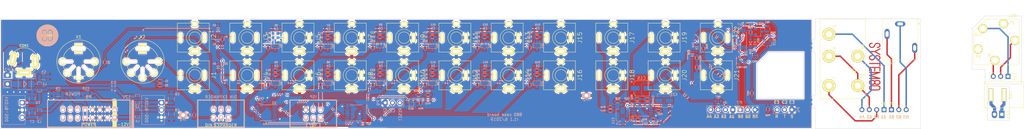
<source format=kicad_pcb>
(kicad_pcb (version 4) (host pcbnew 4.0.2-stable)
  (layers (0 F.Cu signal) (31 B.Cu signal) (34 B.Paste user) (35 F.Paste user) (36 B.SilkS user) (37 F.SilkS user) (38 B.Mask user) (39 F.Mask user) (44 Edge.Cuts user))
  (net 0 "")
  (net 1 "Net-(C1-Pad1)")
  (net 2 GND)
  (net 3 +5V)
  (net 4 "Net-(C4-Pad1)")
  (net 5 "Net-(C5-Pad1)")
  (net 6 "Net-(C6-Pad2)")
  (net 7 "Net-(C7-Pad1)")
  (net 8 "Net-(C8-Pad2)")
  (net 9 +V)
  (net 10 -V)
  (net 11 "Net-(C11-Pad1)")
  (net 12 "Net-(C11-Pad2)")
  (net 13 "Net-(C12-Pad1)")
  (net 14 "Net-(C15-Pad1)")
  (net 15 "Net-(C15-Pad2)")
  (net 16 "Net-(C16-Pad1)")
  (net 17 "Net-(C23-Pad2)")
  (net 18 "Net-(CON1-Pad1)")
  (net 19 "Net-(D1-Pad2)")
  (net 20 "Net-(D3-Pad2)")
  (net 21 "Net-(D5-Pad1)")
  (net 22 "Net-(D6-Pad1)")
  (net 23 "Net-(D7-Pad1)")
  (net 24 "Net-(D8-Pad1)")
  (net 25 "Net-(D9-Pad1)")
  (net 26 "Net-(D10-Pad1)")
  (net 27 "Net-(D11-Pad1)")
  (net 28 "Net-(D12-Pad1)")
  (net 29 "Net-(D13-Pad1)")
  (net 30 "Net-(D14-Pad1)")
  (net 31 "Net-(D15-Pad1)")
  (net 32 "Net-(D16-Pad1)")
  (net 33 "Net-(D17-Pad2)")
  (net 34 "Net-(D20-Pad2)")
  (net 35 "Net-(D20-Pad1)")
  (net 36 "Net-(D21-Pad1)")
  (net 37 ISP_MISO)
  (net 38 ISP_SCK)
  (net 39 ISP_MOSI)
  (net 40 ~RESET)
  (net 41 DIN_RUN_STOP)
  (net 42 "Net-(J1-Pad2)")
  (net 43 DIN_TEMPO_CLK)
  (net 44 "Net-(J2-Pad2)")
  (net 45 "Net-(J3-Pad2)")
  (net 46 "Net-(J4-Pad2)")
  (net 47 "Net-(J5-Pad3)")
  (net 48 "Net-(J6-Pad3)")
  (net 49 "Net-(J7-Pad3)")
  (net 50 "Net-(J8-Pad3)")
  (net 51 "Net-(J9-Pad3)")
  (net 52 "Net-(J10-Pad3)")
  (net 53 "Net-(J11-Pad3)")
  (net 54 "Net-(J12-Pad3)")
  (net 55 "Net-(J13-Pad3)")
  (net 56 "Net-(J14-Pad3)")
  (net 57 "Net-(J15-Pad3)")
  (net 58 "Net-(J16-Pad3)")
  (net 59 "Net-(J17-Pad3)")
  (net 60 "Net-(J18-Pad3)")
  (net 61 "Net-(J19-Pad3)")
  (net 62 "Net-(J20-Pad3)")
  (net 63 "Net-(J21-Pad3)")
  (net 64 "Net-(J22-Pad3)")
  (net 65 "Net-(J22-Pad2)")
  (net 66 "Net-(J23-Pad3)")
  (net 67 "Net-(J23-Pad2)")
  (net 68 DIN_RESET)
  (net 69 DIN_FILL)
  (net 70 UART_TX)
  (net 71 "Net-(P4-Pad2)")
  (net 72 "Net-(P4-Pad3)")
  (net 73 /BD)
  (net 74 /SD)
  (net 75 /LT)
  (net 76 /MT)
  (net 77 /HT)
  (net 78 /RS)
  (net 79 /CP)
  (net 80 /MA)
  (net 81 /CB)
  (net 82 /CY)
  (net 83 /OH)
  (net 84 /CH)
  (net 85 /~CE)
  (net 86 "Net-(Q14-Pad3)")
  (net 87 "Net-(Q15-Pad3)")
  (net 88 "Net-(R1-Pad1)")
  (net 89 "Net-(R3-Pad1)")
  (net 90 "Net-(R54-Pad1)")
  (net 91 "Net-(R57-Pad2)")
  (net 92 "Net-(U1-Pad7)")
  (net 93 "Net-(U1-Pad9)")
  (net 94 "Net-(U1-Pad10)")
  (net 95 "Net-(U2-Pad7)")
  (net 96 "Net-(X1-Pad3)")
  (net 97 "Net-(X1-Pad1)")
  (net 98 "Net-(X1-Pad6)")
  (net 99 "Net-(X2-Pad6)")
  (net 100 "Net-(X2-Pad5)")
  (net 101 "Net-(X2-Pad4)")
  (net 102 "Net-(J21-Pad2)")
  (net 103 "Net-(J23-Pad1)")
  (net 104 "Net-(J24-Pad3)")
  (net 105 "Net-(J24-Pad2)")
  (net 106 "Net-(J24-Pad1)")
  (net 107 "Net-(J24-Pad4)")
  (net 108 "Net-(P5-Pad2)")
  (net 109 "Net-(P7-Pad1)")
  (net 110 "Net-(P7-Pad2)")
  (net 111 "Net-(P9-Pad3)")
  (net 112 "Net-(Q13-Pad1)")
  (net 113 "Net-(P3-Pad16)")
  (net 114 "Net-(P3-Pad15)")
  (net 115 "Net-(P3-Pad13)")
  (net 116 "Net-(P3-Pad14)")
  (net 117 "Net-(P3-Pad12)")
  (net 118 "Net-(P3-Pad11)")
  (net 119 "Net-(P10-Pad1)")
  (net 120 "Net-(P10-Pad2)")
  (net 121 "Net-(J25-Pad1)")
  (net 122 "Net-(J25-Pad2)")
  (net 123 "Net-(J25-Pad3)")
  (module LOGO (layer B.Cu) (at 28.25 63.25 180)
    (fp_text reference G*** hide)
    (fp_text value LOGO hide)
  )
  (module LOGO (layer F.Cu) (at 28.25 63.25)
    (fp_text reference G*** hide)
    (fp_text value LOGO hide)
  )
  (module LOGO (layer F.Cu) (at 313 74 270)
    (fp_text reference G*** hide)
    (fp_text value LOGO hide)
    (fp_poly (pts (xy -7.272561 -1.956536) (xy -7.204353 -1.952585) (xy -7.143849 -1.946238) (xy -7.096131 -1.937601) (xy -7.095027 -1.937327) (xy -6.980802 -1.900688) (xy -6.878425 -1.850784) (xy -6.786738 -1.786998) (xy -6.747379 -1.752398) (xy -6.67384 -1.673578) (xy -6.611991 -1.586276) (xy -6.561065 -1.488842) (xy -6.520291 -1.379626) (xy -6.488902 -1.25698) (xy -6.471937 -1.161143) (xy -6.464187 -1.098972) (xy -6.458891 -1.034878) (xy -6.456068 -0.972177) (xy -6.455737 -0.914183) (xy -6.457918 -0.864212) (xy -6.46263 -0.825578) (xy -6.46987 -0.801634) (xy -6.502796 -0.758755) (xy -6.545551 -0.728652) (xy -6.594519 -0.712248) (xy -6.646081 -0.710463) (xy -6.696618 -0.724221) (xy -6.720995 -0.737627) (xy -6.744368 -0.755696) (xy -6.762481 -0.776902) (xy -6.776231 -0.80396) (xy -6.786516 -0.839585) (xy -6.794235 -0.886493) (xy -6.800283 -0.947397) (xy -6.803098 -0.985963) (xy -6.814547 -1.10402) (xy -6.83227 -1.206451) (xy -6.856772 -1.294832) (xy -6.888559 -1.370741) (xy -6.928138 -1.435752) (xy -6.959931 -1.474727) (xy -6.999355 -1.51445) (xy -7.037678 -1.544316) (xy -7.080923 -1.568177) (xy -7.13511 -1.589885) (xy -7.14585 -1.59364) (xy -7.179368 -1.604361) (xy -7.209396 -1.611473) (xy -7.241423 -1.61572) (xy -7.28094 -1.617848) (xy -7.329714 -1.618579) (xy -7.406102 -1.616296) (xy -7.47003 -1.607545) (xy -7.526448 -1.590972) (xy -7.580305 -1.565223) (xy -7.623239 -1.538224) (xy -7.689987 -1.481989) (xy -7.74836 -1.411118) (xy -7.797675 -1.327403) (xy -7.83725 -1.23264) (xy -7.866403 -1.128622) (xy -7.88445 -1.017144) (xy -7.89071 -0.899999) (xy -7.889167 -0.839107) (xy -7.876784 -0.728645) (xy -7.851214 -0.629547) (xy -7.811714 -0.539973) (xy -7.757544 -0.458086) (xy -7.716046 -0.410139) (xy -7.666571 -0.360709) (xy -7.616958 -0.317414) (xy -7.564127 -0.278263) (xy -7.504996 -0.241266) (xy -7.436483 -0.204432) (xy -7.355507 -0.16577) (xy -7.298496 -0.140359) (xy -7.177006 -0.085524) (xy -7.071249 -0.033728) (xy -6.979337 0.016316) (xy -6.899381 0.065889) (xy -6.829494 0.116278) (xy -6.767788 0.168764) (xy -6.712374 0.224632) (xy -6.661366 0.285167) (xy -6.648938 0.30137) (xy -6.582051 0.401459) (xy -6.530063 0.505301) (xy -6.492288 0.615125) (xy -6.468041 0.733157) (xy -6.456636 0.861626) (xy -6.455531 0.929821) (xy -6.463137 1.078151) (xy -6.48404 1.217698) (xy -6.517727 1.347703) (xy -6.563686 1.467405) (xy -6.621404 1.576042) (xy -6.690367 1.672853) (xy -6.770061 1.757077) (xy -6.859975 1.827953) (xy -6.959594 1.88472) (xy -7.068406 1.926616) (xy -7.13978 1.944691) (xy -7.204246 1.954748) (xy -7.279022 1.961273) (xy -7.356561 1.963934) (xy -7.429316 1.962403) (xy -7.46937 1.959128) (xy -7.584677 1.938986) (xy -7.694092 1.906011) (xy -7.794628 1.861374) (xy -7.883297 1.806247) (xy -7.90779 1.787306) (xy -7.984185 1.71366) (xy -8.051182 1.62568) (xy -8.108224 1.524878) (xy -8.154754 1.412763) (xy -8.190217 1.290844) (xy -8.214056 1.160632) (xy -8.225715 1.023635) (xy -8.226291 0.922962) (xy -8.224603 0.873567) (xy -8.222239 0.838654) (xy -8.218629 0.814561) (xy -8.213207 0.797625) (xy -8.205402 0.784186) (xy -8.204576 0.78304) (xy -8.169535 0.749518) (xy -8.124637 0.727809) (xy -8.074365 0.718611) (xy -8.023201 0.72262) (xy -7.975627 0.740533) (xy -7.966633 0.746046) (xy -7.930195 0.778907) (xy -7.906288 0.821835) (xy -7.894118 0.876652) (xy -7.892117 0.916811) (xy -7.886994 1.031045) (xy -7.87216 1.139661) (xy -7.848285 1.240497) (xy -7.816041 1.331392) (xy -7.776099 1.410185) (xy -7.72913 1.474715) (xy -7.713924 1.490815) (xy -7.649439 1.544441) (xy -7.577848 1.583716) (xy -7.497548 1.609165) (xy -7.406939 1.621315) (xy -7.316641 1.621386) (xy -7.216312 1.608847) (xy -7.126828 1.581914) (xy -7.048145 1.540537) (xy -6.98022 1.484662) (xy -6.923007 1.414239) (xy -6.876463 1.329216) (xy -6.840543 1.229541) (xy -6.815202 1.115162) (xy -6.803304 1.021763) (xy -6.799131 0.897768) (xy -6.810428 0.782687) (xy -6.837084 0.676785) (xy -6.878989 0.580326) (xy -6.936033 0.493575) (xy -7.008103 0.416799) (xy -7.079491 0.360676) (xy -7.107082 0.343653) (xy -7.148273 0.320746) (xy -7.200086 0.293442) (xy -7.259543 0.263228) (xy -7.323665 0.231589) (xy -7.389474 0.200013) (xy -7.453992 0.169986) (xy -7.514241 0.142994) (xy -7.525166 0.138242) (xy -7.657155 0.072644) (xy -7.777834 -0.004669) (xy -7.886262 -0.092672) (xy -7.9815 -0.190341) (xy -8.062608 -0.296654) (xy -8.128646 -0.410585) (xy -8.178674 -0.531112) (xy -8.197561 -0.594179) (xy -8.210707 -0.659234) (xy -8.220223 -0.737294) (xy -8.225947 -0.823554) (xy -8.227722 -0.91321) (xy -8.225388 -1.00146) (xy -8.218785 -1.083498) (xy -8.214807 -1.114229) (xy -8.186691 -1.256605) (xy -8.146023 -1.387604) (xy -8.093255 -1.506681) (xy -8.028843 -1.613293) (xy -7.95324 -1.706893) (xy -7.866901 -1.786938) (xy -7.77028 -1.852882) (xy -7.663832 -1.904181) (xy -7.548011 -1.940291) (xy -7.520789 -1.94625) (xy -7.472588 -1.952948) (xy -7.411761 -1.956824) (xy -7.343391 -1.957985) (xy -7.272561 -1.956536)) (layer F.Cu) (width 0.01))
    (fp_poly (pts (xy -4.136502 -1.9515) (xy -4.091896 -1.929718) (xy -4.056491 -1.896749) (xy -4.032229 -1.855457) (xy -4.02105 -1.808707) (xy -4.024892 -1.759363) (xy -4.034298 -1.731736) (xy -4.040975 -1.718523) (xy -4.055789 -1.690482) (xy -4.078156 -1.648692) (xy -4.107488 -1.594232) (xy -4.1432 -1.528182) (xy -4.184707 -1.451621) (xy -4.231421 -1.36563) (xy -4.282758 -1.271286) (xy -4.338131 -1.16967) (xy -4.396955 -1.061862) (xy -4.458642 -0.948939) (xy -4.522609 -0.831983) (xy -4.529717 -0.818996) (xy -5.007428 0.05383) (xy -5.007428 1.844442) (xy -5.029217 1.881622) (xy -5.062092 1.920695) (xy -5.105915 1.947906) (xy -5.156664 1.961637) (xy -5.210316 1.960272) (xy -5.220024 1.958286) (xy -5.265111 1.939977) (xy -5.305092 1.909598) (xy -5.331741 1.875049) (xy -5.33435 1.869344) (xy -5.336672 1.861609) (xy -5.33873 1.850769) (xy -5.340548 1.835749) (xy -5.342149 1.815476) (xy -5.343556 1.788875) (xy -5.344794 1.754872) (xy -5.345885 1.712392) (xy -5.346853 1.660361) (xy -5.347721 1.597705) (xy -5.348512 1.523349) (xy -5.349251 1.436219) (xy -5.34996 1.335241) (xy -5.350663 1.21934) (xy -5.351384 1.087443) (xy -5.352143 0.938893) (xy -5.356678 0.03175) (xy -5.839912 -0.850491) (xy -5.921349 -0.999324) (xy -5.994274 -1.132933) (xy -6.059014 -1.251937) (xy -6.115898 -1.356955) (xy -6.165253 -1.448607) (xy -6.207409 -1.527511) (xy -6.242693 -1.594287) (xy -6.271433 -1.649554) (xy -6.293958 -1.69393) (xy -6.310595 -1.728035) (xy -6.321673 -1.752489) (xy -6.327521 -1.767909) (xy -6.328579 -1.772375) (xy -6.327527 -1.826533) (xy -6.310067 -1.875398) (xy -6.277698 -1.916083) (xy -6.240647 -1.941539) (xy -6.193193 -1.956643) (xy -6.142144 -1.95774) (xy -6.092411 -1.945881) (xy -6.048901 -1.922115) (xy -6.021437 -1.894648) (xy -6.013877 -1.882375) (xy -5.99829 -1.855332) (xy -5.975321 -1.814682) (xy -5.945616 -1.761592) (xy -5.909819 -1.697226) (xy -5.868575 -1.622751) (xy -5.82253 -1.53933) (xy -5.772328 -1.448129) (xy -5.718615 -1.350314) (xy -5.662036 -1.247049) (xy -5.603235 -1.1395) (xy -5.592762 -1.120321) (xy -5.534028 -1.012788) (xy -5.477711 -0.909772) (xy -5.424423 -0.812388) (xy -5.374778 -0.721755) (xy -5.329389 -0.638989) (xy -5.288871 -0.565208) (xy -5.253837 -0.501528) (xy -5.2249 -0.449066) (xy -5.202674 -0.40894) (xy -5.187773 -0.382267) (xy -5.180809 -0.370163) (xy -5.180406 -0.369569) (xy -5.175241 -0.376342) (xy -5.161974 -0.397949) (xy -5.141212 -0.43331) (xy -5.113566 -0.481344) (xy -5.079643 -0.540972) (xy -5.040052 -0.611113) (xy -4.995404 -0.690688) (xy -4.946307 -0.778615) (xy -4.893369 -0.873816) (xy -4.8372 -0.975209) (xy -4.778409 -1.081714) (xy -4.758447 -1.117962) (xy -4.698535 -1.226739) (xy -4.64083 -1.331365) (xy -4.585966 -1.430695) (xy -4.53458 -1.523587) (xy -4.487305 -1.608898) (xy -4.444777 -1.685486) (xy -4.40763 -1.752206) (xy -4.3765 -1.807917) (xy -4.35202 -1.851475) (xy -4.334827 -1.881738) (xy -4.325554 -1.897562) (xy -4.324461 -1.899253) (xy -4.295475 -1.926704) (xy -4.254662 -1.947163) (xy -4.207783 -1.958093) (xy -4.188371 -1.959229) (xy -4.136502 -1.9515)) (layer F.Cu) (width 0.01))
    (fp_poly (pts (xy -3.004931 -1.957812) (xy -2.924107 -1.953298) (xy -2.849263 -1.94489) (xy -2.786238 -1.932771) (xy -2.784928 -1.932439) (xy -2.671465 -1.894775) (xy -2.568889 -1.842725) (xy -2.477366 -1.776538) (xy -2.397061 -1.696465) (xy -2.32814 -1.602753) (xy -2.270769 -1.495654) (xy -2.225111 -1.375416) (xy -2.191334 -1.242288) (xy -2.169602 -1.096521) (xy -2.161901 -0.992726) (xy -2.160262 -0.944865) (xy -2.159829 -0.900558) (xy -2.160578 -0.864547) (xy -2.162485 -0.841574) (xy -2.16266 -0.840586) (xy -2.178628 -0.800473) (xy -2.208367 -0.763729) (xy -2.247503 -0.733792) (xy -2.291664 -0.714097) (xy -2.331357 -0.70797) (xy -2.379383 -0.716395) (xy -2.424698 -0.739392) (xy -2.462678 -0.773542) (xy -2.4887 -0.815426) (xy -2.493052 -0.827537) (xy -2.49697 -0.84801) (xy -2.500998 -0.88194) (xy -2.504668 -0.92465) (xy -2.507512 -0.971465) (xy -2.507564 -0.97257) (xy -2.518806 -1.102499) (xy -2.539592 -1.217175) (xy -2.570108 -1.316889) (xy -2.610543 -1.401933) (xy -2.661083 -1.472597) (xy -2.721914 -1.529173) (xy -2.793224 -1.571952) (xy -2.8752 -1.601224) (xy -2.917197 -1.610352) (xy -3.020283 -1.622293) (xy -3.11392 -1.619287) (xy -3.199459 -1.600957) (xy -3.278256 -1.566933) (xy -3.351663 -1.516839) (xy -3.393729 -1.478869) (xy -3.430701 -1.440397) (xy -3.458364 -1.405897) (xy -3.481789 -1.368276) (xy -3.504138 -1.324428) (xy -3.546893 -1.21651) (xy -3.576687 -1.10009) (xy -3.593111 -0.979259) (xy -3.595755 -0.858106) (xy -3.58421 -0.740719) (xy -3.569575 -0.67096) (xy -3.535865 -0.576529) (xy -3.485034 -0.487336) (xy -3.417503 -0.403994) (xy -3.333694 -0.327115) (xy -3.331413 -0.325296) (xy -3.29199 -0.295135) (xy -3.252716 -0.267894) (xy -3.210701 -0.241977) (xy -3.163058 -0.215788) (xy -3.106897 -0.187733) (xy -3.039331 -0.156217) (xy -2.96517 -0.12304) (xy -2.861932 -0.076276) (xy -2.773525 -0.033361) (xy -2.697463 0.007265) (xy -2.63126 0.047167) (xy -2.572429 0.087905) (xy -2.518485 0.131042) (xy -2.466942 0.178141) (xy -2.434969 0.210152) (xy -2.35857 0.296593) (xy -2.297393 0.383602) (xy -2.248879 0.475349) (xy -2.21047 0.576005) (xy -2.21046 0.576036) (xy -2.194629 0.627336) (xy -2.182774 0.671948) (xy -2.174354 0.71407) (xy -2.168826 0.757899) (xy -2.165646 0.807633) (xy -2.164273 0.86747) (xy -2.164136 0.934357) (xy -2.164721 1.002274) (xy -2.166166 1.056176) (xy -2.168787 1.100182) (xy -2.172898 1.138411) (xy -2.178813 1.174982) (xy -2.184771 1.204489) (xy -2.221823 1.342991) (xy -2.270535 1.468616) (xy -2.330593 1.580996) (xy -2.401683 1.679765) (xy -2.483489 1.764555) (xy -2.575698 1.834998) (xy -2.677994 1.890726) (xy -2.790062 1.931372) (xy -2.812143 1.937286) (xy -2.931214 1.958803) (xy -3.058827 1.965384) (xy -3.178305 1.958559) (xy -3.299763 1.938478) (xy -3.409888 1.904748) (xy -3.509955 1.856766) (xy -3.601241 1.793928) (xy -3.679639 1.721349) (xy -3.753855 1.630044) (xy -3.815209 1.526021) (xy -3.863663 1.4094) (xy -3.899177 1.280299) (xy -3.921711 1.138836) (xy -3.931227 0.985129) (xy -3.931525 0.961571) (xy -3.931718 0.907536) (xy -3.931205 0.868287) (xy -3.929604 0.840471) (xy -3.926535 0.820736) (xy -3.921615 0.805728) (xy -3.914462 0.792094) (xy -3.911711 0.78759) (xy -3.880197 0.752989) (xy -3.838274 0.729509) (xy -3.790374 0.717842) (xy -3.740931 0.718674) (xy -3.694377 0.732695) (xy -3.667264 0.749607) (xy -3.64241 0.772062) (xy -3.624516 0.795924) (xy -3.612211 0.824943) (xy -3.604126 0.862871) (xy -3.598889 0.91346) (xy -3.597074 0.941748) (xy -3.586986 1.063018) (xy -3.571012 1.168684) (xy -3.548574 1.260494) (xy -3.519092 1.340193) (xy -3.48199 1.409527) (xy -3.436689 1.470242) (xy -3.413952 1.494734) (xy -3.35254 1.546313) (xy -3.283066 1.584256) (xy -3.203846 1.609173) (xy -3.113195 1.62167) (xy -3.057071 1.623471) (xy -2.954173 1.61588) (xy -2.861316 1.59319) (xy -2.778673 1.555527) (xy -2.706419 1.503017) (xy -2.644725 1.435784) (xy -2.593766 1.353955) (xy -2.554055 1.258675) (xy -2.533415 1.183626) (xy -2.517419 1.098126) (xy -2.50719 1.009524) (xy -2.503836 0.929821) (xy -2.510714 0.813288) (xy -2.53154 0.707803) (xy -2.566668 0.612402) (xy -2.616455 0.526115) (xy -2.680607 0.448643) (xy -2.715729 0.414993) (xy -2.754164 0.383673) (xy -2.798492 0.353073) (xy -2.851291 0.32158) (xy -2.91514 0.287584) (xy -2.992617 0.249474) (xy -3.020785 0.236111) (xy -3.079177 0.208587) (xy -3.140317 0.179741) (xy -3.199075 0.151993) (xy -3.250321 0.127765) (xy -3.280249 0.113595) (xy -3.378478 0.062702) (xy -3.465 0.007746) (xy -3.546245 -0.055727) (xy -3.613256 -0.117077) (xy -3.705109 -0.214506) (xy -3.779935 -0.313009) (xy -3.838802 -0.414964) (xy -3.88278 -0.522748) (xy -3.912937 -0.638737) (xy -3.930343 -0.765309) (xy -3.934525 -0.831556) (xy -3.933942 -0.980603) (xy -3.919851 -1.122592) (xy -3.892828 -1.25662) (xy -3.853449 -1.381782) (xy -3.80229 -1.497174) (xy -3.739926 -1.601892) (xy -3.666933 -1.695033) (xy -3.583887 -1.775691) (xy -3.491362 -1.842964) (xy -3.389935 -1.895946) (xy -3.280181 -1.933733) (xy -3.224893 -1.946174) (xy -3.161163 -1.954433) (xy -3.085896 -1.958252) (xy -3.004931 -1.957812)) (layer F.Cu) (width 0.01))
    (fp_poly (pts (xy -0.645267 -1.959477) (xy -0.538629 -1.959352) (xy -0.445945 -1.959041) (xy -0.366169 -1.958479) (xy -0.298253 -1.957599) (xy -0.241151 -1.956333) (xy -0.193815 -1.954615) (xy -0.155199 -1.952378) (xy -0.124255 -1.949556) (xy -0.099936 -1.946081) (xy -0.081197 -1.941887) (xy -0.066988 -1.936906) (xy -0.056264 -1.931073) (xy -0.047977 -1.92432) (xy -0.041081 -1.91658) (xy -0.034528 -1.907787) (xy -0.027271 -1.897874) (xy -0.023732 -1.893323) (xy -0.006963 -1.868722) (xy 0.002271 -1.843256) (xy 0.006692 -1.808915) (xy 0.007102 -1.802609) (xy 0.003486 -1.7447) (xy -0.014869 -1.697217) (xy -0.047867 -1.66035) (xy -0.072209 -1.644675) (xy -0.082045 -1.63962) (xy -0.091821 -1.635455) (xy -0.1033 -1.632092) (xy -0.118247 -1.629447) (xy -0.138423 -1.627433) (xy -0.165593 -1.625965) (xy -0.201519 -1.624955) (xy -0.247965 -1.624318) (xy -0.306695 -1.623968) (xy -0.379471 -1.62382) (xy -0.468056 -1.623786) (xy -0.889 -1.623786) (xy -0.889 0.104772) (xy -0.888987 0.314653) (xy -0.888962 0.50716) (xy -0.888945 0.683062) (xy -0.888957 0.843126) (xy -0.889019 0.988123) (xy -0.889152 1.11882) (xy -0.889376 1.235986) (xy -0.889712 1.340389) (xy -0.890181 1.432799) (xy -0.890803 1.513985) (xy -0.891599 1.584713) (xy -0.89259 1.645755) (xy -0.893796 1.697877) (xy -0.895238 1.741849) (xy -0.896938 1.778439) (xy -0.898914 1.808416) (xy -0.90119 1.832549) (xy -0.903784 1.851606) (xy -0.906717 1.866356) (xy -0.910011 1.877567) (xy -0.913687 1.886009) (xy -0.917763 1.89245) (xy -0.922263 1.897658) (xy -0.927205 1.902402) (xy -0.932612 1.907451) (xy -0.937686 1.912666) (xy -0.975232 1.941474) (xy -1.022756 1.959381) (xy -1.07474 1.964919) (xy -1.114671 1.959747) (xy -1.161496 1.939114) (xy -1.199345 1.903327) (xy -1.211036 1.885909) (xy -1.213212 1.88199) (xy -1.215209 1.877425) (xy -1.217034 1.871444) (xy -1.218697 1.863278) (xy -1.220207 1.852157) (xy -1.221573 1.83731) (xy -1.222802 1.817969) (xy -1.223906 1.793362) (xy -1.224891 1.76272) (xy -1.225768 1.725273) (xy -1.226545 1.680251) (xy -1.227232 1.626885) (xy -1.227836 1.564404) (xy -1.228367 1.492038) (xy -1.228834 1.409017) (xy -1.229245 1.314572) (xy -1.229611 1.207933) (xy -1.229938 1.088329) (xy -1.230238 0.954991) (xy -1.230518 0.807148) (xy -1.230787 0.644032) (xy -1.231054 0.464871) (xy -1.231329 0.268896) (xy -1.231538 0.115661) (xy -1.233897 -1.623786) (xy -1.616477 -1.623786) (xy -1.709954 -1.623814) (xy -1.787075 -1.623951) (xy -1.849626 -1.624281) (xy -1.899394 -1.624883) (xy -1.938167 -1.625839) (xy -1.967729 -1.627231) (xy -1.989869 -1.62914) (xy -2.006373 -1.631648) (xy -2.019027 -1.634835) (xy -2.029619 -1.638784) (xy -2.038806 -1.643027) (xy -2.080974 -1.672638) (xy -2.110564 -1.712451) (xy -2.126921 -1.758999) (xy -2.129394 -1.808813) (xy -2.117331 -1.858424) (xy -2.09008 -1.904365) (xy -2.08834 -1.906464) (xy -2.081572 -1.914793) (xy -2.075392 -1.922202) (xy -2.068755 -1.928744) (xy -2.060618 -1.934473) (xy -2.049935 -1.939443) (xy -2.035663 -1.943708) (xy -2.016755 -1.947321) (xy -1.992169 -1.950336) (xy -1.960858 -1.952807) (xy -1.92178 -1.954787) (xy -1.873888 -1.956331) (xy -1.816139 -1.957492) (xy -1.747488 -1.958324) (xy -1.66689 -1.958881) (xy -1.5733 -1.959216) (xy -1.465675 -1.959383) (xy -1.342969 -1.959435) (xy -1.204138 -1.959428) (xy -1.05938 -1.959414) (xy -0.904596 -1.959441) (xy -0.766907 -1.959484) (xy -0.645267 -1.959477)) (layer F.Cu) (width 0.01))
    (fp_poly (pts (xy 0.715492 -1.958296) (xy 0.839183 -1.957948) (xy 0.911679 -1.957651) (xy 1.032566 -1.957096) (xy 1.136646 -1.956561) (xy 1.225252 -1.956004) (xy 1.299721 -1.955381) (xy 1.361385 -1.95465) (xy 1.411581 -1.953768) (xy 1.451644 -1.95269) (xy 1.482907 -1.951375) (xy 1.506706 -1.949779) (xy 1.524375 -1.947859) (xy 1.53725 -1.945572) (xy 1.546665 -1.942875) (xy 1.553955 -1.939725) (xy 1.559324 -1.93675) (xy 1.603456 -1.901509) (xy 1.633639 -1.85769) (xy 1.648917 -1.808366) (xy 1.648333 -1.756608) (xy 1.631178 -1.70596) (xy 1.602495 -1.664055) (xy 1.566359 -1.636911) (xy 1.527834 -1.6234) (xy 1.512268 -1.621859) (xy 1.480332 -1.620404) (xy 1.4338 -1.619062) (xy 1.374445 -1.617861) (xy 1.304041 -1.616829) (xy 1.22436 -1.615993) (xy 1.137176 -1.61538) (xy 1.044263 -1.615018) (xy 0.981982 -1.614931) (xy 0.471715 -1.614714) (xy 0.471715 -0.163286) (xy 1.000125 -0.163086) (xy 1.111783 -0.163016) (xy 1.206766 -0.162867) (xy 1.286546 -0.162595) (xy 1.352591 -0.162156) (xy 1.40637 -0.161504) (xy 1.449352 -0.160596) (xy 1.483008 -0.159388) (xy 1.508806 -0.157835) (xy 1.528216 -0.155892) (xy 1.542707 -0.153516) (xy 1.553747 -0.150661) (xy 1.562808 -0.147285) (xy 1.565688 -0.146015) (xy 1.603969 -0.119558) (xy 1.630798 -0.082524) (xy 1.646025 -0.038529) (xy 1.649501 0.008813) (xy 1.641075 0.055885) (xy 1.620598 0.099073) (xy 1.58792 0.134761) (xy 1.577632 0.142216) (xy 1.538947 0.167822) (xy 1.005331 0.1703) (xy 0.471715 0.172779) (xy 0.471715 1.632436) (xy 1.005331 1.634914) (xy 1.538947 1.637393) (xy 1.577632 1.662999) (xy 1.614119 1.696732) (xy 1.637905 1.738755) (xy 1.649133 1.785465) (xy 1.647949 1.833255) (xy 1.634496 1.87852) (xy 1.60892 1.917655) (xy 1.571364 1.947056) (xy 1.566151 1.949714) (xy 1.558304 1.953332) (xy 1.549908 1.956454) (xy 1.539637 1.959114) (xy 1.526167 1.961349) (xy 1.508172 1.963196) (xy 1.484326 1.964691) (xy 1.453304 1.965871) (xy 1.413781 1.966772) (xy 1.36443 1.96743) (xy 1.303927 1.967882) (xy 1.230947 1.968164) (xy 1.144162 1.968314) (xy 1.04225 1.968366) (xy 0.923882 1.968359) (xy 0.888404 1.968351) (xy 0.249465 1.968202) (xy 0.213364 1.947755) (xy 0.184115 1.925053) (xy 0.159627 1.895853) (xy 0.156816 1.891208) (xy 0.13637 1.855107) (xy 0.136221 0.010978) (xy 0.136206 -0.204149) (xy 0.136202 -0.401883) (xy 0.136216 -0.582971) (xy 0.136255 -0.748162) (xy 0.136327 -0.898206) (xy 0.136438 -1.03385) (xy 0.136595 -1.155844) (xy 0.136806 -1.264937) (xy 0.137077 -1.361877) (xy 0.137416 -1.447412) (xy 0.13783 -1.522292) (xy 0.138326 -1.587266) (xy 0.13891 -1.643082) (xy 0.139591 -1.690489) (xy 0.140375 -1.730235) (xy 0.141269 -1.76307) (xy 0.14228 -1.789742) (xy 0.143416 -1.811) (xy 0.144683 -1.827592) (xy 0.146089 -1.840269) (xy 0.147641 -1.849777) (xy 0.149345 -1.856866) (xy 0.151209 -1.862285) (xy 0.15324 -1.866782) (xy 0.154009 -1.868312) (xy 0.183481 -1.908792) (xy 0.225289 -1.937355) (xy 0.258536 -1.949824) (xy 0.271966 -1.952074) (xy 0.296146 -1.953963) (xy 0.331942 -1.955502) (xy 0.38022 -1.9567) (xy 0.441847 -1.957568) (xy 0.517691 -1.958117) (xy 0.608617 -1.958356) (xy 0.715492 -1.958296)) (layer F.Cu) (width 0.01))
    (fp_poly (pts (xy 2.082586 -1.948368) (xy 2.124647 -1.927557) (xy 2.160019 -1.894067) (xy 2.183168 -1.853932) (xy 2.1876 -1.840545) (xy 2.196733 -1.810639) (xy 2.210297 -1.765142) (xy 2.228025 -1.704986) (xy 2.249646 -1.631099) (xy 2.274893 -1.544411) (xy 2.303495 -1.445851) (xy 2.335184 -1.336349) (xy 2.369691 -1.216835) (xy 2.406747 -1.088238) (xy 2.446084 -0.951488) (xy 2.487431 -0.807514) (xy 2.53052 -0.657246) (xy 2.575083 -0.501614) (xy 2.62085 -0.341546) (xy 2.626987 -0.320065) (xy 2.685647 -0.114946) (xy 2.740318 0.075759) (xy 2.790929 0.251808) (xy 2.837409 0.412958) (xy 2.879686 0.558963) (xy 2.917689 0.689581) (xy 2.951346 0.804567) (xy 2.980585 0.903679) (xy 3.005336 0.986672) (xy 3.025526 1.053303) (xy 3.041085 1.103328) (xy 3.05194 1.136503) (xy 3.058021 1.152585) (xy 3.05931 1.154043) (xy 3.062509 1.143777) (xy 3.070455 1.116981) (xy 3.082885 1.074562) (xy 3.099537 1.017429) (xy 3.120148 0.946488) (xy 3.144456 0.862647) (xy 3.172199 0.766814) (xy 3.203114 0.659896) (xy 3.23694 0.5428) (xy 3.273412 0.416435) (xy 3.31227 0.281708) (xy 3.35325 0.139526) (xy 3.39609 -0.009204) (xy 3.440528 -0.163572) (xy 3.486302 -0.322673) (xy 3.492641 -0.344714) (xy 3.538698 -0.50475) (xy 3.583548 -0.660385) (xy 3.626921 -0.810695) (xy 3.668551 -0.954755) (xy 3.708166 -1.091643) (xy 3.7455 -1.220433) (xy 3.780281 -1.340204) (xy 3.812243 -1.450029) (xy 3.841116 -1.548987) (xy 3.86663 -1.636152) (xy 3.888518 -1.710601) (xy 3.906509 -1.77141) (xy 3.920336 -1.817655) (xy 3.92973 -1.848413) (xy 3.934421 -1.86276) (xy 3.934643 -1.863308) (xy 3.961509 -1.904626) (xy 3.99858 -1.933828) (xy 4.042538 -1.950892) (xy 4.090063 -1.955796) (xy 4.137838 -1.948519) (xy 4.182543 -1.929037) (xy 4.220859 -1.897329) (xy 4.243487 -1.865366) (xy 4.245309 -1.861238) (xy 4.246984 -1.855293) (xy 4.248518 -1.846788) (xy 4.249916 -1.834981) (xy 4.251185 -1.819129) (xy 4.252332 -1.798489) (xy 4.253362 -1.772318) (xy 4.254281 -1.739873) (xy 4.255097 -1.700412) (xy 4.255814 -1.653192) (xy 4.256439 -1.597469) (xy 4.256979 -1.532502) (xy 4.257439 -1.457547) (xy 4.257827 -1.371861) (xy 4.258147 -1.274702) (xy 4.258406 -1.165327) (xy 4.25861 -1.042994) (xy 4.258766 -0.906958) (xy 4.25888 -0.756478) (xy 4.258958 -0.590811) (xy 4.259005 -0.409213) (xy 4.259029 -0.210943) (xy 4.259036 0) (xy 4.259034 0.214674) (xy 4.259023 0.411956) (xy 4.258995 0.592597) (xy 4.258944 0.757345) (xy 4.258862 0.906953) (xy 4.258742 1.042171) (xy 4.258577 1.163749) (xy 4.258358 1.272438) (xy 4.25808 1.368987) (xy 4.257735 1.454149) (xy 4.257315 1.528672) (xy 4.256813 1.593309) (xy 4.256223 1.648808) (xy 4.255536 1.695922) (xy 4.254745 1.735399) (xy 4.253844 1.767991) (xy 4.252824 1.794449) (xy 4.251679 1.815522) (xy 4.250401 1.831962) (xy 4.248984 1.844518) (xy 4.247419 1.853942) (xy 4.2457 1.860983) (xy 4.243819 1.866393) (xy 4.241769 1.870921) (xy 4.240893 1.872667) (xy 4.209327 1.917147) (xy 4.167735 1.948762) (xy 4.119333 1.965204) (xy 4.110224 1.966367) (xy 4.04876 1.965927) (xy 3.998353 1.951414) (xy 3.958139 1.922431) (xy 3.929871 1.883509) (xy 3.927624 1.878468) (xy 3.925593 1.871346) (xy 3.923763 1.861215) (xy 3.922118 1.847146) (xy 3.920643 1.828212) (xy 3.919323 1.803483) (xy 3.918143 1.772031) (xy 3.917086 1.732928) (xy 3.916139 1.685245) (xy 3.915285 1.628054) (xy 3.914509 1.560426) (xy 3.913797 1.481433) (xy 3.913132 1.390147) (xy 3.9125 1.285638) (xy 3.911885 1.166979) (xy 3.911272 1.033242) (xy 3.910645 0.883497) (xy 3.90999 0.716817) (xy 3.909786 0.663344) (xy 3.90525 -0.52842) (xy 3.56575 0.658808) (xy 3.524826 0.801784) (xy 3.485122 0.940232) (xy 3.446939 1.073121) (xy 3.410575 1.199418) (xy 3.376331 1.318093) (xy 3.344505 1.428111) (xy 3.315399 1.528442) (xy 3.289311 1.618053) (xy 3.26654 1.695913) (xy 3.247388 1.760989) (xy 3.232153 1.812249) (xy 3.221135 1.848661) (xy 3.214634 1.869193) (xy 3.213138 1.87325) (xy 3.182078 1.918822) (xy 3.140209 1.95001) (xy 3.088532 1.966205) (xy 3.056983 1.9685) (xy 3.001594 1.960718) (xy 2.954302 1.938339) (xy 2.917678 1.902816) (xy 2.905297 1.882803) (xy 2.901177 1.870997) (xy 2.892382 1.842771) (xy 2.87921 1.79915) (xy 2.861961 1.741161) (xy 2.840934 1.669832) (xy 2.816427 1.586188) (xy 2.78874 1.491256) (xy 2.758172 1.386063) (xy 2.725022 1.271636) (xy 2.68959 1.149) (xy 2.652173 1.019183) (xy 2.613071 0.883212) (xy 2.572584 0.742112) (xy 2.54853 0.658139) (xy 2.205609 -0.53975) (xy 2.204588 0.630464) (xy 2.204404 0.775423) (xy 2.204111 0.915818) (xy 2.203719 1.050533) (xy 2.203235 1.178449) (xy 2.202667 1.298449) (xy 2.202024 1.409414) (xy 2.201312 1.510227) (xy 2.200541 1.599768) (xy 2.199719 1.676922) (xy 2.198852 1.740568) (xy 2.19795 1.78959) (xy 2.19702 1.82287) (xy 2.19607 1.839289) (xy 2.195929 1.840213) (xy 2.178297 1.889949) (xy 2.145523 1.931037) (xy 2.128497 1.945108) (xy 2.104231 1.955847) (xy 2.068456 1.963288) (xy 2.027591 1.966936) (xy 1.988051 1.966301) (xy 1.956254 1.96089) (xy 1.950362 1.958774) (xy 1.913523 1.935268) (xy 1.881102 1.899743) (xy 1.87012 1.882321) (xy 1.868346 1.878115) (xy 1.866713 1.871697) (xy 1.865213 1.862322) (xy 1.863841 1.849249) (xy 1.862588 1.831733) (xy 1.861448 1.80903) (xy 1.860414 1.780396) (xy 1.859479 1.745089) (xy 1.858635 1.702365) (xy 1.857876 1.651479) (xy 1.857194 1.591689) (xy 1.856583 1.52225) (xy 1.856036 1.442419) (xy 1.855545 1.351453) (xy 1.855103 1.248607) (xy 1.854704 1.133138) (xy 1.85434 1.004302) (xy 1.854004 0.861357) (xy 1.853689 0.703557) (xy 1.853389 0.53016) (xy 1.853096 0.340422) (xy 1.852803 0.1336) (xy 1.852677 0.040821) (xy 1.852398 -0.190708) (xy 1.852205 -0.404581) (xy 1.852102 -0.601286) (xy 1.852089 -0.781309) (xy 1.85217 -0.945138) (xy 1.852346 -1.093258) (xy 1.852619 -1.226157) (xy 1.852991 -1.344323) (xy 1.853465 -1.448241) (xy 1.854042 -1.538399) (xy 1.854725 -1.615284) (xy 1.855515 -1.679383) (xy 1.856415 -1.731182) (xy 1.857426 -1.77117) (xy 1.858551 -1.799831) (xy 1.859792 -1.817655) (xy 1.860572 -1.823248) (xy 1.878707 -1.872411) (xy 1.908456 -1.910637) (xy 1.946769 -1.937636) (xy 1.990596 -1.953118) (xy 2.036885 -1.956792) (xy 2.082586 -1.948368)) (layer F.Cu) (width 0.01))
    (fp_poly (pts (xy 5.552528 -1.952801) (xy 5.66234 -1.937957) (xy 5.765105 -1.91194) (xy 5.857269 -1.874695) (xy 5.858524 -1.874065) (xy 5.949825 -1.8194) (xy 6.029712 -1.752872) (xy 6.09843 -1.673996) (xy 6.156225 -1.58229) (xy 6.203343 -1.47727) (xy 6.240032 -1.358453) (xy 6.266536 -1.225354) (xy 6.283102 -1.077491) (xy 6.285918 -1.034716) (xy 6.289195 -0.933071) (xy 6.28821 -0.825885) (xy 6.283231 -0.719123) (xy 6.274528 -0.618748) (xy 6.263419 -0.536899) (xy 6.250257 -0.472667) (xy 6.231843 -0.402924) (xy 6.209973 -0.333307) (xy 6.186442 -0.269451) (xy 6.163044 -0.21699) (xy 6.159148 -0.209498) (xy 6.136707 -0.171357) (xy 6.108698 -0.129331) (xy 6.078428 -0.087869) (xy 6.049201 -0.051416) (xy 6.024324 -0.024417) (xy 6.016083 -0.01706) (xy 5.991679 0.002647) (xy 6.031319 0.044413) (xy 6.103481 0.133535) (xy 6.163961 0.236526) (xy 6.21275 0.353361) (xy 6.249837 0.484018) (xy 6.264447 0.557139) (xy 6.275997 0.642313) (xy 6.283805 0.740171) (xy 6.28787 0.845785) (xy 6.288193 0.954227) (xy 6.284774 1.060569) (xy 6.277613 1.159884) (xy 6.266711 1.247244) (xy 6.264399 1.261051) (xy 6.233958 1.395825) (xy 6.192321 1.516348) (xy 6.139433 1.622687) (xy 6.075238 1.714911) (xy 5.999682 1.793087) (xy 5.912709 1.857282) (xy 5.814264 1.907566) (xy 5.710464 1.942406) (xy 5.661932 1.951909) (xy 5.600275 1.959111) (xy 5.530382 1.963881) (xy 5.45714 1.966084) (xy 5.385438 1.965587) (xy 5.320165 1.962258) (xy 5.266208 1.955964) (xy 5.25907 1.954695) (xy 5.144854 1.925891) (xy 5.042477 1.884594) (xy 4.951646 1.830441) (xy 4.872074 1.763073) (xy 4.803468 1.682127) (xy 4.745539 1.587241) (xy 4.697997 1.478055) (xy 4.660552 1.354206) (xy 4.632913 1.215333) (xy 4.625834 1.165679) (xy 4.621405 1.118572) (xy 4.618203 1.057908) (xy 4.616229 0.988091) (xy 4.616052 0.970338) (xy 4.962994 0.970338) (xy 4.964663 1.044368) (xy 4.968255 1.109776) (xy 4.973859 1.162746) (xy 4.974297 1.165679) (xy 4.996218 1.275545) (xy 5.026362 1.369488) (xy 5.065321 1.448044) (xy 5.113685 1.51175) (xy 5.172048 1.561142) (xy 5.240999 1.596757) (xy 5.321131 1.619131) (xy 5.413035 1.6288) (xy 5.484406 1.628309) (xy 5.540397 1.623751) (xy 5.593325 1.615836) (xy 5.634085 1.606149) (xy 5.704481 1.578111) (xy 5.763284 1.540266) (xy 5.811995 1.490912) (xy 5.852115 1.428346) (xy 5.885145 1.350866) (xy 5.899855 1.304674) (xy 5.915384 1.243188) (xy 5.926978 1.178073) (xy 5.934992 1.105938) (xy 5.939778 1.023394) (xy 5.94169 0.927048) (xy 5.94176 0.902369) (xy 5.938698 0.768556) (xy 5.929185 0.650926) (xy 5.912799 0.54855) (xy 5.889119 0.460502) (xy 5.857722 0.385851) (xy 5.818186 0.323669) (xy 5.77009 0.273029) (xy 5.713012 0.233001) (xy 5.64653 0.202657) (xy 5.61975 0.193784) (xy 5.569437 0.183303) (xy 5.507598 0.177562) (xy 5.440205 0.176501) (xy 5.373229 0.180061) (xy 5.31264 0.188181) (xy 5.274915 0.197249) (xy 5.20177 0.227769) (xy 5.139131 0.271192) (xy 5.086409 0.328264) (xy 5.043015 0.399726) (xy 5.00836 0.486324) (xy 4.988396 0.558854) (xy 4.980389 0.604459) (xy 4.973774 0.664344) (xy 4.968638 0.73469) (xy 4.96507 0.811683) (xy 4.963159 0.891505) (xy 4.962994 0.970338) (xy 4.616052 0.970338) (xy 4.615484 0.913529) (xy 4.615969 0.83863) (xy 4.617685 0.767798) (xy 4.620632 0.705442) (xy 4.624813 0.655968) (xy 4.625718 0.648607) (xy 4.65025 0.504562) (xy 4.684094 0.375862) (xy 4.727373 0.262207) (xy 4.780209 0.163301) (xy 4.842724 0.078844) (xy 4.87179 0.047714) (xy 4.910293 0.00925) (xy 4.869972 -0.033928) (xy 4.805646 -0.112239) (xy 4.751375 -0.199221) (xy 4.706665 -0.296286) (xy 4.671021 -0.404842) (xy 4.643952 -0.526299) (xy 4.624962 -0.662068) (xy 4.616829 -0.757001) (xy 4.61397 -0.835077) (xy 4.962486 -0.835077) (xy 4.963701 -0.762684) (xy 4.966821 -0.699037) (xy 4.970926 -0.655718) (xy 4.988539 -0.552061) (xy 5.013592 -0.459649) (xy 5.045426 -0.380403) (xy 5.083383 -0.316243) (xy 5.090458 -0.306897) (xy 5.133743 -0.264319) (xy 5.190749 -0.227064) (xy 5.257347 -0.197224) (xy 5.329406 -0.176887) (xy 5.356679 -0.172182) (xy 5.41074 -0.167965) (xy 5.473929 -0.16835) (xy 5.538502 -0.172914) (xy 5.596715 -0.181237) (xy 5.620417 -0.186519) (xy 5.693147 -0.212161) (xy 5.754544 -0.248923) (xy 5.805824 -0.298135) (xy 5.848207 -0.361126) (xy 5.882911 -0.439225) (xy 5.899894 -0.491604) (xy 5.915415 -0.553081) (xy 5.927003 -0.618224) (xy 5.93501 -0.69042) (xy 5.939789 -0.773051) (xy 5.941692 -0.869504) (xy 5.94176 -0.893774) (xy 5.940721 -0.987483) (xy 5.937326 -1.067015) (xy 5.931208 -1.136225) (xy 5.922002 -1.198968) (xy 5.90934 -1.259101) (xy 5.905567 -1.274275) (xy 5.876062 -1.365526) (xy 5.837679 -1.441473) (xy 5.789568 -1.502759) (xy 5.730878 -1.550025) (xy 5.660758 -1.583913) (xy 5.578359 -1.605066) (xy 5.482828 -1.614124) (xy 5.454643 -1.61458) (xy 5.382977 -1.612562) (xy 5.323536 -1.605588) (xy 5.270833 -1.592623) (xy 5.21938 -1.572636) (xy 5.210727 -1.568637) (xy 5.148545 -1.529391) (xy 5.094397 -1.474371) (xy 5.048771 -1.4043) (xy 5.012152 -1.319902) (xy 4.98866 -1.23825) (xy 4.980898 -1.19395) (xy 4.97434 -1.135376) (xy 4.969103 -1.066366) (xy 4.965304 -0.990754) (xy 4.963059 -0.912379) (xy 4.962486 -0.835077) (xy 4.61397 -0.835077) (xy 4.61251 -0.874915) (xy 4.614833 -0.995435) (xy 4.623398 -1.114618) (xy 4.637804 -1.228519) (xy 4.65765 -1.333193) (xy 4.682536 -1.424696) (xy 4.685582 -1.43384) (xy 4.712708 -1.503741) (xy 4.745776 -1.573527) (xy 4.781417 -1.636486) (xy 4.804332 -1.670519) (xy 4.844155 -1.717764) (xy 4.894108 -1.766653) (xy 4.948474 -1.812179) (xy 5.001535 -1.849335) (xy 5.022182 -1.861307) (xy 5.113908 -1.90152) (xy 5.21636 -1.93083) (xy 5.325983 -1.949183) (xy 5.439224 -1.956524) (xy 5.552528 -1.952801)) (layer F.Cu) (width 0.01))
    (fp_poly (pts (xy 7.39667 -1.953064) (xy 7.465612 -1.949264) (xy 7.527929 -1.943088) (xy 7.578714 -1.934635) (xy 7.581169 -1.934084) (xy 7.698194 -1.899317) (xy 7.803488 -1.851055) (xy 7.897117 -1.789207) (xy 7.979147 -1.713676) (xy 8.049644 -1.624371) (xy 8.108676 -1.521197) (xy 8.156309 -1.40406) (xy 8.192608 -1.272866) (xy 8.21764 -1.127523) (xy 8.228339 -1.019478) (xy 8.230184 -0.982984) (xy 8.231748 -0.928433) (xy 8.233029 -0.855909) (xy 8.234027 -0.765494) (xy 8.234741 -0.657273) (xy 8.235173 -0.531328) (xy 8.235319 -0.387744) (xy 8.235182 -0.226603) (xy 8.234759 -0.047989) (xy 8.234227 0.104321) (xy 8.233581 0.262414) (xy 8.232942 0.403435) (xy 8.23229 0.528459) (xy 8.231609 0.638558) (xy 8.230878 0.734803) (xy 8.230079 0.818269) (xy 8.229193 0.890026) (xy 8.228202 0.951148) (xy 8.227086 1.002707) (xy 8.225828 1.045775) (xy 8.224407 1.081425) (xy 8.222806 1.11073) (xy 8.221006 1.134762) (xy 8.218987 1.154593) (xy 8.216732 1.171296) (xy 8.215428 1.179286) (xy 8.190668 1.301126) (xy 8.160705 1.407799) (xy 8.124382 1.501821) (xy 8.08054 1.585712) (xy 8.028021 1.66199) (xy 7.965668 1.733172) (xy 7.956445 1.742516) (xy 7.876611 1.81316) (xy 7.791764 1.869644) (xy 7.700053 1.912642) (xy 7.599626 1.942824) (xy 7.488629 1.960862) (xy 7.365211 1.967426) (xy 7.335862 1.967394) (xy 7.286499 1.966272) (xy 7.237808 1.964083) (xy 7.195969 1.961163) (xy 7.170964 1.958439) (xy 7.071714 1.936623) (xy 6.972716 1.900898) (xy 6.879523 1.853655) (xy 6.798674 1.798085) (xy 6.717189 1.720834) (xy 6.646632 1.629168) (xy 6.586992 1.523063) (xy 6.538257 1.402496) (xy 6.500413 1.267441) (xy 6.484481 1.188357) (xy 6.482611 1.174379) (xy 6.480932 1.154149) (xy 6.479437 1.12679) (xy 6.478115 1.091424) (xy 6.476957 1.04717) (xy 6.475956 0.993152) (xy 6.475101 0.92849) (xy 6.474384 0.852306) (xy 6.473796 0.763721) (xy 6.473328 0.661857) (xy 6.47297 0.545835) (xy 6.472715 0.414777) (xy 6.472553 0.267804) (xy 6.472475 0.104037) (xy 6.472466 0.017715) (xy 6.803339 0.017715) (xy 6.803397 0.141733) (xy 6.803596 0.264039) (xy 6.803936 0.383105) (xy 6.804419 0.497404) (xy 6.805044 0.605411) (xy 6.805811 0.705598) (xy 6.806722 0.796439) (xy 6.807776 0.876408) (xy 6.808973 0.943977) (xy 6.810315 0.99762) (xy 6.811801 1.03581) (xy 6.813031 1.053592) (xy 6.830534 1.175636) (xy 6.857098 1.282218) (xy 6.893051 1.373776) (xy 6.93872 1.45075) (xy 6.994433 1.513582) (xy 7.060518 1.562709) (xy 7.137302 1.598573) (xy 7.225112 1.621613) (xy 7.237821 1.623763) (xy 7.2998 1.629351) (xy 7.369938 1.628784) (xy 7.441229 1.622586) (xy 7.50667 1.611279) (xy 7.544451 1.600873) (xy 7.620711 1.568185) (xy 7.686183 1.524423) (xy 7.741594 1.468565) (xy 7.787671 1.39959) (xy 7.825141 1.316477) (xy 7.85473 1.218203) (xy 7.870712 1.142242) (xy 7.873243 1.126744) (xy 7.875502 1.109141) (xy 7.877509 1.088316) (xy 7.879285 1.063149) (xy 7.880851 1.032524) (xy 7.882228 0.995323) (xy 7.883437 0.950426) (xy 7.8845 0.896718) (xy 7.885437 0.833078) (xy 7.886268 0.758391) (xy 7.887016 0.671537) (xy 7.887701 0.571399) (xy 7.888344 0.456859) (xy 7.888966 0.326799) (xy 7.889589 0.1801) (xy 7.889808 0.125257) (xy 7.890421 -0.051219) (xy 7.890782 -0.210555) (xy 7.890871 -0.353752) (xy 7.890664 -0.48181) (xy 7.890141 -0.595731) (xy 7.889279 -0.696516) (xy 7.888057 -0.785166) (xy 7.886453 -0.862681) (xy 7.884445 -0.930064) (xy 7.882011 -0.988315) (xy 7.87913 -1.038435) (xy 7.875779 -1.081425) (xy 7.871938 -1.118286) (xy 7.867584 -1.15002) (xy 7.862696 -1.177626) (xy 7.861326 -1.18429) (xy 7.834128 -1.286418) (xy 7.798622 -1.373083) (xy 7.753988 -1.445348) (xy 7.699404 -1.504276) (xy 7.63405 -1.55093) (xy 7.557104 -1.586374) (xy 7.548414 -1.589455) (xy 7.523305 -1.597472) (xy 7.499374 -1.603106) (xy 7.472676 -1.606744) (xy 7.439269 -1.608774) (xy 7.395209 -1.609581) (xy 7.343322 -1.609584) (xy 7.285957 -1.60905) (xy 7.242928 -1.607729) (xy 7.210433 -1.605229) (xy 7.184667 -1.601158) (xy 7.161829 -1.595125) (xy 7.144475 -1.589131) (xy 7.082955 -1.562918) (xy 7.03287 -1.532776) (xy 6.987518 -1.494376) (xy 6.969866 -1.47644) (xy 6.920414 -1.412921) (xy 6.880088 -1.336249) (xy 6.848585 -1.245591) (xy 6.825599 -1.140113) (xy 6.81353 -1.048442) (xy 6.811921 -1.022942) (xy 6.810449 -0.980836) (xy 6.809115 -0.923651) (xy 6.807918 -0.852912) (xy 6.806859 -0.770147) (xy 6.805938 -0.676882) (xy 6.805156 -0.574643) (xy 6.804513 -0.464959) (xy 6.80401 -0.349354) (xy 6.803646 -0.229355) (xy 6.803422 -0.106491) (xy 6.803339 0.017715) (xy 6.472466 0.017715) (xy 6.472464 0.009071) (xy 6.472458 -0.162533) (xy 6.472469 -0.317043) (xy 6.472548 -0.455504) (xy 6.472742 -0.578966) (xy 6.473099 -0.688475) (xy 6.473667 -0.785079) (xy 6.474496 -0.869826) (xy 6.475633 -0.943763) (xy 6.477126 -1.007938) (xy 6.479025 -1.063399) (xy 6.481376 -1.111192) (xy 6.484229 -1.152366) (xy 6.487631 -1.187968) (xy 6.491632 -1.219045) (xy 6.496279 -1.246646) (xy 6.50162 -1.271818) (xy 6.507704 -1.295609) (xy 6.514579 -1.319065) (xy 6.522294 -1.343235) (xy 6.530896 -1.369166) (xy 6.536811 -1.386933) (xy 6.584087 -1.506633) (xy 6.641892 -1.611658) (xy 6.710694 -1.70243) (xy 6.790964 -1.779373) (xy 6.883169 -1.842909) (xy 6.987779 -1.893462) (xy 7.105263 -1.931454) (xy 7.152822 -1.942568) (xy 7.19918 -1.949241) (xy 7.258546 -1.95315) (xy 7.326012 -1.954392) (xy 7.39667 -1.953064)) (layer F.Cu) (width 0.01))
  )
  (module MyModules:HOLE-M3 (layer F.Cu) (at 292 84.75)
    (fp_text reference HOLE-M3 hide)
    (fp_text value VAL** hide)
    (pad "" np_thru_hole circle (at 0 0) (size 1 1) (drill 1) (layers *.Cu *.Mask F.SilkS))
  )
  (module MyModules:HOLE-M3 (layer F.Cu) (at 292 86.25)
    (fp_text reference HOLE-M3 hide)
    (fp_text value VAL** hide)
    (pad "" np_thru_hole circle (at 0 0) (size 1 1) (drill 1) (layers *.Cu *.Mask F.SilkS))
  )
  (module MyModules:HOLE-M3 (layer F.Cu) (at 292 87.75)
    (fp_text reference HOLE-M3 hide)
    (fp_text value VAL** hide)
    (pad "" np_thru_hole circle (at 0 0) (size 1 1) (drill 1) (layers *.Cu *.Mask F.SilkS))
  )
  (module MyModules:HOLE-M3 (layer F.Cu) (at 292 68.25)
    (fp_text reference HOLE-M3 hide)
    (fp_text value VAL** hide)
    (pad "" np_thru_hole circle (at 0 0) (size 1 1) (drill 1) (layers *.Cu *.Mask F.SilkS))
  )
  (module MyModules:HOLE-M3 (layer F.Cu) (at 292 66.75)
    (fp_text reference HOLE-M3 hide)
    (fp_text value VAL** hide)
    (pad "" np_thru_hole circle (at 0 0) (size 1 1) (drill 1) (layers *.Cu *.Mask F.SilkS))
  )
  (module MyModules:SM0603-C-MURATA (layer B.Cu) (at 67 79)
    (fp_text reference C1 (at 2.25 0) (layer B.SilkS) (effects (font (size 0.6096 0.6096) (thickness 0.1524)) (justify mirror)))
    (fp_text value 0.01µ hide)
    (pad 1 smd rect (at -0.85 0) (size 0.9 0.8) (layers B.Cu B.Paste B.Mask) (net 1 "Net-(C1-Pad1)"))
    (pad 2 smd rect (at 0.85 0) (size 0.9 0.8) (layers B.Cu B.Paste B.Mask) (net 2 GND))
  )
  (module MyModules:SM0603-C-MURATA (layer B.Cu) (at 136.75 93.75 180)
    (fp_text reference C2 (at -2.25 0 180) (layer B.SilkS) (effects (font (size 0.6096 0.6096) (thickness 0.1524)) (justify mirror)))
    (fp_text value 0.1µ hide)
    (pad 1 smd rect (at -0.85 0 180) (size 0.9 0.8) (layers B.Cu B.Paste B.Mask) (net 3 +5V))
    (pad 2 smd rect (at 0.85 0 180) (size 0.9 0.8) (layers B.Cu B.Paste B.Mask) (net 2 GND))
  )
  (module MyModules:SM0603-C-MURATA (layer B.Cu) (at 101.5 86.25)
    (fp_text reference C3 (at 0.75 -1.25) (layer B.SilkS) (effects (font (size 0.6096 0.6096) (thickness 0.1524)) (justify mirror)))
    (fp_text value 0.1µ hide)
    (pad 1 smd rect (at -0.85 0) (size 0.9 0.8) (layers B.Cu B.Paste B.Mask) (net 3 +5V))
    (pad 2 smd rect (at 0.85 0) (size 0.9 0.8) (layers B.Cu B.Paste B.Mask) (net 2 GND))
  )
  (module Capacitors_SMD:C_1206 (layer B.Cu) (at 27 77.5)
    (fp_text reference C4 (at 0 -1.75) (layer B.SilkS) (effects (font (size 0.8 0.8)) (justify mirror)))
    (fp_text value 4.7µ)
    (pad 1 smd rect (at -1.5 0) (size 1 1.6) (layers B.Cu B.Paste B.Mask) (net 4 "Net-(C4-Pad1)"))
    (pad 2 smd rect (at 1.5 0) (size 1 1.6) (layers B.Cu B.Paste B.Mask) (net 2 GND))
  )
  (module Capacitors_SMD:C_1206 (layer B.Cu) (at 23 85 90)
    (fp_text reference C5 (at -1.5 2 180) (layer B.SilkS) (effects (font (size 0.8 0.8)) (justify mirror)))
    (fp_text value " 10µ")
    (pad 1 smd rect (at -1.5 0 90) (size 1 1.6) (layers B.Cu B.Paste B.Mask) (net 5 "Net-(C5-Pad1)"))
    (pad 2 smd rect (at 1.5 0 90) (size 1 1.6) (layers B.Cu B.Paste B.Mask) (net 2 GND))
  )
  (module Capacitors_SMD:C_1206 (layer B.Cu) (at 70.95 85 270)
    (fp_text reference C6 (at -1.5 -2 360) (layer B.SilkS) (effects (font (size 0.8 0.8)) (justify mirror)))
    (fp_text value " 10µ")
    (pad 1 smd rect (at -1.5 0 270) (size 1 1.6) (layers B.Cu B.Paste B.Mask) (net 2 GND))
    (pad 2 smd rect (at 1.5 0 270) (size 1 1.6) (layers B.Cu B.Paste B.Mask) (net 6 "Net-(C6-Pad2)"))
  )
  (module Capacitors_SMD:C_1206 (layer B.Cu) (at 23 90 90)
    (fp_text reference C7 (at -3 0 180) (layer B.SilkS) (effects (font (size 0.8 0.8)) (justify mirror)))
    (fp_text value 22µF)
    (pad 1 smd rect (at -1.5 0 90) (size 1 1.6) (layers B.Cu B.Paste B.Mask) (net 7 "Net-(C7-Pad1)"))
    (pad 2 smd rect (at 1.5 0 90) (size 1 1.6) (layers B.Cu B.Paste B.Mask) (net 2 GND))
  )
  (module Capacitors_SMD:C_1206 (layer B.Cu) (at 70.95 90.5 90)
    (fp_text reference C8 (at 1.5 2 180) (layer B.SilkS) (effects (font (size 0.8 0.8)) (justify mirror)))
    (fp_text value 22µF)
    (pad 1 smd rect (at -1.5 0 90) (size 1 1.6) (layers B.Cu B.Paste B.Mask) (net 2 GND))
    (pad 2 smd rect (at 1.5 0 90) (size 1 1.6) (layers B.Cu B.Paste B.Mask) (net 8 "Net-(C8-Pad2)"))
  )
  (module Capacitors_SMD:C_1206 (layer B.Cu) (at 31.9 83.3 180)
    (fp_text reference C9 (at 0 1.75 180) (layer B.SilkS) (effects (font (size 0.8 0.8)) (justify mirror)))
    (fp_text value 22µF)
    (pad 1 smd rect (at -1.5 0 180) (size 1 1.6) (layers B.Cu B.Paste B.Mask) (net 9 +V))
    (pad 2 smd rect (at 1.5 0 180) (size 1 1.6) (layers B.Cu B.Paste B.Mask) (net 2 GND))
  )
  (module Capacitors_SMD:C_1206 (layer B.Cu) (at 42 83.3)
    (fp_text reference C10 (at -0.5 -1.8) (layer B.SilkS) (effects (font (size 0.8 0.8)) (justify mirror)))
    (fp_text value 22µF)
    (pad 1 smd rect (at -1.5 0) (size 1 1.6) (layers B.Cu B.Paste B.Mask) (net 2 GND))
    (pad 2 smd rect (at 1.5 0) (size 1 1.6) (layers B.Cu B.Paste B.Mask) (net 10 -V))
  )
  (module Capacitors_SMD:CP_Elec_4x5.3 (layer B.Cu) (at 226.25 91 90)
    (fp_text reference C11 (at -1.75 -3.25 90) (layer B.SilkS) (effects (font (size 0.8 0.8)) (justify mirror)))
    (fp_text value 1μ)
    (fp_text user + (at -2.77 -2.01 90) (layer B.SilkS) (effects (justify mirror)))
    (pad 1 smd rect (at -1.8 0 270) (size 2.6 1.6) (layers B.Cu B.Paste B.Mask) (net 11 "Net-(C11-Pad1)"))
    (pad 2 smd rect (at 1.8 0 270) (size 2.6 1.6) (layers B.Cu B.Paste B.Mask) (net 12 "Net-(C11-Pad2)"))
  )
  (module MyModules:SM0603-C-MURATA (layer B.Cu) (at 231.5 93.5 180)
    (fp_text reference C12 (at -2.4 0 360) (layer B.SilkS) (effects (font (size 0.6096 0.6096) (thickness 0.1524)) (justify mirror)))
    (fp_text value 220p hide)
    (pad 1 smd rect (at -0.85 0 180) (size 0.9 0.8) (layers B.Cu B.Paste B.Mask) (net 13 "Net-(C12-Pad1)"))
    (pad 2 smd rect (at 0.85 0 180) (size 0.9 0.8) (layers B.Cu B.Paste B.Mask) (net 11 "Net-(C11-Pad1)"))
  )
  (module MyModules:SM0603-C-MURATA (layer B.Cu) (at 236.8 92.3)
    (fp_text reference C13 (at 0.6 1.2) (layer B.SilkS) (effects (font (size 0.6096 0.6096) (thickness 0.1524)) (justify mirror)))
    (fp_text value 0.1µ hide)
    (pad 1 smd rect (at -0.85 0) (size 0.9 0.8) (layers B.Cu B.Paste B.Mask) (net 9 +V))
    (pad 2 smd rect (at 0.85 0) (size 0.9 0.8) (layers B.Cu B.Paste B.Mask) (net 2 GND))
  )
  (module MyModules:SM0603-C-MURATA (layer B.Cu) (at 231.25 86.75)
    (fp_text reference C14 (at -1.85 0.55 270) (layer B.SilkS) (effects (font (size 0.6096 0.6096) (thickness 0.1524)) (justify mirror)))
    (fp_text value 0.1µ hide)
    (pad 1 smd rect (at -0.85 0) (size 0.9 0.8) (layers B.Cu B.Paste B.Mask) (net 10 -V))
    (pad 2 smd rect (at 0.85 0) (size 0.9 0.8) (layers B.Cu B.Paste B.Mask) (net 2 GND))
  )
  (module Capacitors_SMD:CP_Elec_5x5.3 (layer B.Cu) (at 232.75 81.5)
    (fp_text reference C15 (at 0 -3.5) (layer B.SilkS) (effects (justify mirror)))
    (fp_text value 33μ)
    (fp_text user + (at -3.38 -2.34) (layer B.SilkS) (effects (justify mirror)))
    (pad 1 smd rect (at -2.2 0 180) (size 3 1.6) (layers B.Cu B.Paste B.Mask) (net 14 "Net-(C15-Pad1)"))
    (pad 2 smd rect (at 2.2 0 180) (size 3 1.6) (layers B.Cu B.Paste B.Mask) (net 15 "Net-(C15-Pad2)"))
  )
  (module MyModules:SM0603-C-MURATA (layer B.Cu) (at 234.75 85.25)
    (fp_text reference C16 (at 1.95 -0.35 90) (layer B.SilkS) (effects (font (size 0.6096 0.6096) (thickness 0.1524)) (justify mirror)))
    (fp_text value 220p hide)
    (pad 1 smd rect (at -0.85 0) (size 0.9 0.8) (layers B.Cu B.Paste B.Mask) (net 16 "Net-(C16-Pad1)"))
    (pad 2 smd rect (at 0.85 0) (size 0.9 0.8) (layers B.Cu B.Paste B.Mask) (net 15 "Net-(C15-Pad2)"))
  )
  (module MyModules:SM0603-C-MURATA (layer B.Cu) (at 269.2 59.4 180)
    (fp_text reference C17 (at 2.5 0 180) (layer B.SilkS) (effects (font (size 0.6096 0.6096) (thickness 0.1524)) (justify mirror)))
    (fp_text value 0.1µ hide)
    (pad 1 smd rect (at -0.85 0 180) (size 0.9 0.8) (layers B.Cu B.Paste B.Mask) (net 9 +V))
    (pad 2 smd rect (at 0.85 0 180) (size 0.9 0.8) (layers B.Cu B.Paste B.Mask) (net 2 GND))
  )
  (module MyModules:SM0603-C-MURATA (layer B.Cu) (at 264.75 64.95 90)
    (fp_text reference C18 (at -2.45 0 90) (layer B.SilkS) (effects (font (size 0.6096 0.6096) (thickness 0.1524)) (justify mirror)))
    (fp_text value 0.1µ hide)
    (pad 1 smd rect (at -0.85 0 90) (size 0.9 0.8) (layers B.Cu B.Paste B.Mask) (net 10 -V))
    (pad 2 smd rect (at 0.85 0 90) (size 0.9 0.8) (layers B.Cu B.Paste B.Mask) (net 2 GND))
  )
  (module Capacitors_SMD:CP_Elec_4x5.3 (layer B.Cu) (at 240.5 85.75 180)
    (fp_text reference C23 (at -3.4 2.15 180) (layer B.SilkS) (effects (font (size 0.8 0.8)) (justify mirror)))
    (fp_text value 1μ)
    (fp_text user + (at -2.77 -2.01 180) (layer B.SilkS) (effects (justify mirror)))
    (pad 1 smd rect (at -1.8 0) (size 2.6 1.6) (layers B.Cu B.Paste B.Mask) (net 13 "Net-(C12-Pad1)"))
    (pad 2 smd rect (at 1.8 0) (size 2.6 1.6) (layers B.Cu B.Paste B.Mask) (net 17 "Net-(C23-Pad2)"))
  )
  (module MyModules:712A-DC-JACK (layer F.Cu) (at 20.25 72.25 180)
    (fp_text reference CON1 (at 0 5.5 180) (layer F.SilkS) (effects (font (size 0.8 0.8))))
    (fp_text value BARREL_JACK)
    (pad 2 thru_hole rect (at 0 -3.81 180) (size 5.08 2.54) (drill oval 3.175 0.635) (layers *.Cu *.Mask F.SilkS) (net 2 GND))
    (pad 3 thru_hole oval (at -3.81 0 270) (size 5.08 2.54) (drill oval 3.175 0.635) (layers *.Cu *.Mask F.SilkS) (net 2 GND))
    (pad 1 thru_hole oval (at 3.81 1 255) (size 5.08 2.54) (drill oval 3.175 0.635) (layers *.Cu *.Mask F.SilkS) (net 18 "Net-(CON1-Pad1)"))
  )
  (module MyModules:SOD323-C1A2 (layer B.Cu) (at 87 65 270)
    (fp_text reference D1 (at 1.25 1.25 360) (layer B.SilkS) (effects (font (size 0.6096 0.6096) (thickness 0.1524)) (justify mirror)))
    (fp_text value NSR0530HT1G hide)
    (pad 2 smd rect (at -1.2446 0 270) (size 0.6096 0.762) (layers B.Cu B.Paste B.Mask) (net 19 "Net-(D1-Pad2)"))
    (pad 1 smd rect (at 1.2446 0 270) (size 0.6096 0.762) (layers B.Cu B.Paste B.Mask) (net 3 +5V))
  )
  (module MyModules:SOD323-C1A2 (layer B.Cu) (at 87 61 270)
    (fp_text reference D2 (at -1.25 1.25 360) (layer B.SilkS) (effects (font (size 0.6096 0.6096) (thickness 0.1524)) (justify mirror)))
    (fp_text value NSR0530HT1G hide)
    (pad 2 smd rect (at -1.2446 0 270) (size 0.6096 0.762) (layers B.Cu B.Paste B.Mask) (net 2 GND))
    (pad 1 smd rect (at 1.2446 0 270) (size 0.6096 0.762) (layers B.Cu B.Paste B.Mask) (net 19 "Net-(D1-Pad2)"))
  )
  (module MyModules:SOD323-C1A2 (layer B.Cu) (at 88.5 74.25 90)
    (fp_text reference D3 (at 1.25 1.25 180) (layer B.SilkS) (effects (font (size 0.6096 0.6096) (thickness 0.1524)) (justify mirror)))
    (fp_text value NSR0530HT1G hide)
    (pad 2 smd rect (at -1.2446 0 90) (size 0.6096 0.762) (layers B.Cu B.Paste B.Mask) (net 20 "Net-(D3-Pad2)"))
    (pad 1 smd rect (at 1.2446 0 90) (size 0.6096 0.762) (layers B.Cu B.Paste B.Mask) (net 3 +5V))
  )
  (module MyModules:SOD323-C1A2 (layer B.Cu) (at 87 74.25 270)
    (fp_text reference D4 (at -1.25 1.25 360) (layer B.SilkS) (effects (font (size 0.6096 0.6096) (thickness 0.1524)) (justify mirror)))
    (fp_text value NSR0530HT1G hide)
    (pad 2 smd rect (at -1.2446 0 270) (size 0.6096 0.762) (layers B.Cu B.Paste B.Mask) (net 2 GND))
    (pad 1 smd rect (at 1.2446 0 270) (size 0.6096 0.762) (layers B.Cu B.Paste B.Mask) (net 20 "Net-(D3-Pad2)"))
  )
  (module MyModules:SOD323-C1A2 (layer B.Cu) (at 107 61 180)
    (fp_text reference D5 (at 0 1.25 360) (layer B.SilkS) (effects (font (size 0.6096 0.6096) (thickness 0.1524)) (justify mirror)))
    (fp_text value 1N4148 hide)
    (pad 2 smd rect (at -1.2446 0 180) (size 0.6096 0.762) (layers B.Cu B.Paste B.Mask) (net 2 GND))
    (pad 1 smd rect (at 1.2446 0 180) (size 0.6096 0.762) (layers B.Cu B.Paste B.Mask) (net 21 "Net-(D5-Pad1)"))
  )
  (module MyModules:SOD323-C1A2 (layer B.Cu) (at 107 73.75 180)
    (fp_text reference D6 (at 0 1.25 180) (layer B.SilkS) (effects (font (size 0.6096 0.6096) (thickness 0.1524)) (justify mirror)))
    (fp_text value 1N4148 hide)
    (pad 2 smd rect (at -1.2446 0 180) (size 0.6096 0.762) (layers B.Cu B.Paste B.Mask) (net 2 GND))
    (pad 1 smd rect (at 1.2446 0 180) (size 0.6096 0.762) (layers B.Cu B.Paste B.Mask) (net 22 "Net-(D6-Pad1)"))
  )
  (module MyModules:SOD323-C1A2 (layer B.Cu) (at 125 61 180)
    (fp_text reference D7 (at 0 1.25 180) (layer B.SilkS) (effects (font (size 0.6096 0.6096) (thickness 0.1524)) (justify mirror)))
    (fp_text value 1N4148 hide)
    (pad 2 smd rect (at -1.2446 0 180) (size 0.6096 0.762) (layers B.Cu B.Paste B.Mask) (net 2 GND))
    (pad 1 smd rect (at 1.2446 0 180) (size 0.6096 0.762) (layers B.Cu B.Paste B.Mask) (net 23 "Net-(D7-Pad1)"))
  )
  (module MyModules:SOD323-C1A2 (layer B.Cu) (at 125 73.75 180)
    (fp_text reference D8 (at 0 1.25 180) (layer B.SilkS) (effects (font (size 0.6096 0.6096) (thickness 0.1524)) (justify mirror)))
    (fp_text value 1N4148 hide)
    (pad 2 smd rect (at -1.2446 0 180) (size 0.6096 0.762) (layers B.Cu B.Paste B.Mask) (net 2 GND))
    (pad 1 smd rect (at 1.2446 0 180) (size 0.6096 0.762) (layers B.Cu B.Paste B.Mask) (net 24 "Net-(D8-Pad1)"))
  )
  (module MyModules:SOD323-C1A2 (layer B.Cu) (at 143 60.75 180)
    (fp_text reference D9 (at 0 1.25 180) (layer B.SilkS) (effects (font (size 0.6096 0.6096) (thickness 0.1524)) (justify mirror)))
    (fp_text value 1N4148 hide)
    (pad 2 smd rect (at -1.2446 0 180) (size 0.6096 0.762) (layers B.Cu B.Paste B.Mask) (net 2 GND))
    (pad 1 smd rect (at 1.2446 0 180) (size 0.6096 0.762) (layers B.Cu B.Paste B.Mask) (net 25 "Net-(D9-Pad1)"))
  )
  (module MyModules:SOD323-C1A2 (layer B.Cu) (at 143 73.75 180)
    (fp_text reference D10 (at 0 1.25 180) (layer B.SilkS) (effects (font (size 0.6096 0.6096) (thickness 0.1524)) (justify mirror)))
    (fp_text value 1N4148 hide)
    (pad 2 smd rect (at -1.2446 0 180) (size 0.6096 0.762) (layers B.Cu B.Paste B.Mask) (net 2 GND))
    (pad 1 smd rect (at 1.2446 0 180) (size 0.6096 0.762) (layers B.Cu B.Paste B.Mask) (net 26 "Net-(D10-Pad1)"))
  )
  (module MyModules:SOD323-C1A2 (layer B.Cu) (at 161 60.75 180)
    (fp_text reference D11 (at 0 1.25 180) (layer B.SilkS) (effects (font (size 0.6096 0.6096) (thickness 0.1524)) (justify mirror)))
    (fp_text value 1N4148 hide)
    (pad 2 smd rect (at -1.2446 0 180) (size 0.6096 0.762) (layers B.Cu B.Paste B.Mask) (net 2 GND))
    (pad 1 smd rect (at 1.2446 0 180) (size 0.6096 0.762) (layers B.Cu B.Paste B.Mask) (net 27 "Net-(D11-Pad1)"))
  )
  (module MyModules:SOD323-C1A2 (layer B.Cu) (at 161 73.75 180)
    (fp_text reference D12 (at 0 1.25 180) (layer B.SilkS) (effects (font (size 0.6096 0.6096) (thickness 0.1524)) (justify mirror)))
    (fp_text value 1N4148 hide)
    (pad 2 smd rect (at -1.2446 0 180) (size 0.6096 0.762) (layers B.Cu B.Paste B.Mask) (net 2 GND))
    (pad 1 smd rect (at 1.2446 0 180) (size 0.6096 0.762) (layers B.Cu B.Paste B.Mask) (net 28 "Net-(D12-Pad1)"))
  )
  (module MyModules:SOD323-C1A2 (layer B.Cu) (at 179 60.75 180)
    (fp_text reference D13 (at 0 1.25 180) (layer B.SilkS) (effects (font (size 0.6096 0.6096) (thickness 0.1524)) (justify mirror)))
    (fp_text value 1N4148 hide)
    (pad 2 smd rect (at -1.2446 0 180) (size 0.6096 0.762) (layers B.Cu B.Paste B.Mask) (net 2 GND))
    (pad 1 smd rect (at 1.2446 0 180) (size 0.6096 0.762) (layers B.Cu B.Paste B.Mask) (net 29 "Net-(D13-Pad1)"))
  )
  (module MyModules:SOD323-C1A2 (layer B.Cu) (at 179 73.75 180)
    (fp_text reference D14 (at 0 1.25 180) (layer B.SilkS) (effects (font (size 0.6096 0.6096) (thickness 0.1524)) (justify mirror)))
    (fp_text value 1N4148 hide)
    (pad 2 smd rect (at -1.2446 0 180) (size 0.6096 0.762) (layers B.Cu B.Paste B.Mask) (net 2 GND))
    (pad 1 smd rect (at 1.2446 0 180) (size 0.6096 0.762) (layers B.Cu B.Paste B.Mask) (net 30 "Net-(D14-Pad1)"))
  )
  (module MyModules:SOD323-C1A2 (layer B.Cu) (at 197 60.75 180)
    (fp_text reference D15 (at 0 1.25 180) (layer B.SilkS) (effects (font (size 0.6096 0.6096) (thickness 0.1524)) (justify mirror)))
    (fp_text value 1N4148 hide)
    (pad 2 smd rect (at -1.2446 0 180) (size 0.6096 0.762) (layers B.Cu B.Paste B.Mask) (net 2 GND))
    (pad 1 smd rect (at 1.2446 0 180) (size 0.6096 0.762) (layers B.Cu B.Paste B.Mask) (net 31 "Net-(D15-Pad1)"))
  )
  (module MyModules:SOD323-C1A2 (layer B.Cu) (at 197 73.75 180)
    (fp_text reference D16 (at 0 1.25 180) (layer B.SilkS) (effects (font (size 0.6096 0.6096) (thickness 0.1524)) (justify mirror)))
    (fp_text value 1N4148 hide)
    (pad 2 smd rect (at -1.2446 0 180) (size 0.6096 0.762) (layers B.Cu B.Paste B.Mask) (net 2 GND))
    (pad 1 smd rect (at 1.2446 0 180) (size 0.6096 0.762) (layers B.Cu B.Paste B.Mask) (net 32 "Net-(D16-Pad1)"))
  )
  (module MyModules:SMB-1C2A (layer B.Cu) (at 20.49964 80.04 180)
    (fp_text reference D17 (at -3.20036 2.74 270) (layer B.SilkS) (effects (font (size 0.8 0.8)) (justify mirror)))
    (fp_text value D_Schottky hide)
    (pad 2 smd rect (at 2.19964 0 180) (size 2.39776 2.39776) (layers B.Cu B.Paste B.Mask) (net 33 "Net-(D17-Pad2)"))
    (pad 1 smd rect (at -2.19964 0 180) (size 2.39776 2.39776) (layers B.Cu B.Paste B.Mask) (net 4 "Net-(C4-Pad1)"))
  )
  (module MyModules:SOD323-C1A2 (layer B.Cu) (at 250.2 70 270)
    (fp_text reference D18 (at -1 1.2 270) (layer B.SilkS) (effects (font (size 0.6096 0.6096) (thickness 0.1524)) (justify mirror)))
    (fp_text value 1N4148 hide)
    (pad 2 smd rect (at -1.2446 0 270) (size 0.6096 0.762) (layers B.Cu B.Paste B.Mask) (net 16 "Net-(C16-Pad1)"))
    (pad 1 smd rect (at 1.2446 0 270) (size 0.6096 0.762) (layers B.Cu B.Paste B.Mask) (net 9 +V))
  )
  (module MyModules:SOD323-C1A2 (layer B.Cu) (at 251.75 67.5 270)
    (fp_text reference D19 (at -1 1.25 270) (layer B.SilkS) (effects (font (size 0.6096 0.6096) (thickness 0.1524)) (justify mirror)))
    (fp_text value 1N4148 hide)
    (pad 2 smd rect (at -1.2446 0 270) (size 0.6096 0.762) (layers B.Cu B.Paste B.Mask) (net 10 -V))
    (pad 1 smd rect (at 1.2446 0 270) (size 0.6096 0.762) (layers B.Cu B.Paste B.Mask) (net 16 "Net-(C16-Pad1)"))
  )
  (module MyModules:SOD323-C1A2 (layer B.Cu) (at 270.25 65.95 270)
    (fp_text reference D20 (at 2.85 0.05 450) (layer B.SilkS) (effects (font (size 0.6096 0.6096) (thickness 0.1524)) (justify mirror)))
    (fp_text value 1N4148 hide)
    (pad 2 smd rect (at -1.2446 0 270) (size 0.6096 0.762) (layers B.Cu B.Paste B.Mask) (net 34 "Net-(D20-Pad2)"))
    (pad 1 smd rect (at 1.2446 0 270) (size 0.6096 0.762) (layers B.Cu B.Paste B.Mask) (net 35 "Net-(D20-Pad1)"))
  )
  (module MyModules:SOD323-C1A2 (layer B.Cu) (at 271.75 65.95 90)
    (fp_text reference D21 (at 0.95 1.15 90) (layer B.SilkS) (effects (font (size 0.6096 0.6096) (thickness 0.1524)) (justify mirror)))
    (fp_text value 1N4148 hide)
    (pad 2 smd rect (at -1.2446 0 90) (size 0.6096 0.762) (layers B.Cu B.Paste B.Mask) (net 35 "Net-(D20-Pad1)"))
    (pad 1 smd rect (at 1.2446 0 90) (size 0.6096 0.762) (layers B.Cu B.Paste B.Mask) (net 36 "Net-(D21-Pad1)"))
  )
  (module w_conn_strip:vasch_strip_3x2 (layer B.Cu) (at 119.75 90.25 180)
    (fp_text reference ISP1 hide)
    (fp_text value CONN_02X03 hide)
    (pad 1 thru_hole rect (at -2.54 -1.27 180) (size 1.5 2) (drill 1 (offset 0 -0.25)) (layers *.Cu *.Mask B.SilkS) (net 37 ISP_MISO))
    (pad 2 thru_hole oval (at -2.54 1.27 180) (size 1.5 2) (drill 1 (offset 0 0.25)) (layers *.Cu *.Mask B.SilkS) (net 3 +5V))
    (pad 3 thru_hole oval (at 0 -1.27 180) (size 1.5 2) (drill 1 (offset 0 -0.25)) (layers *.Cu *.Mask B.SilkS) (net 38 ISP_SCK))
    (pad 4 thru_hole oval (at 0 1.27 180) (size 1.5 2) (drill 1 (offset 0 0.25)) (layers *.Cu *.Mask B.SilkS) (net 39 ISP_MOSI))
    (pad 5 thru_hole oval (at 2.54 -1.27 180) (size 1.5 2) (drill 1 (offset 0 -0.25)) (layers *.Cu *.Mask B.SilkS) (net 40 ~RESET))
    (pad 6 thru_hole oval (at 2.54 1.27 180) (size 1.5 2) (drill 1 (offset 0 0.25)) (layers *.Cu *.Mask B.SilkS) (net 2 GND))
  )
  (module MyModules:PJ-301B-JACK-SLOTS (layer F.Cu) (at 79 77 90)
    (fp_text reference J1 (at 0 6.5 90) (layer F.SilkS) (effects (font (size 1.5 1.5))))
    (fp_text value RUN/STOP hide)
    (pad 1 thru_hole oval (at -4.7 0 90) (size 2.5 4) (drill oval 1 2.5) (layers *.Cu *.Mask F.SilkS) (net 2 GND))
    (pad 1 thru_hole oval (at 4.7 0 90) (size 2 2.5) (drill oval 1 1.5) (layers *.Cu *.Mask F.SilkS) (net 2 GND))
    (pad 3 thru_hole oval (at 0 -4.9 90) (size 3.5 1.5) (drill oval 2.5 0.5) (layers *.Cu *.Mask F.SilkS) (net 41 DIN_RUN_STOP))
    (pad 2 thru_hole oval (at 0 3.3 90) (size 3.5 1.5) (drill oval 2.5 0.5) (layers *.Cu *.Mask F.SilkS) (net 42 "Net-(J1-Pad2)"))
  )
  (module MyModules:PJ-301B-JACK-SLOTS (layer F.Cu) (at 79 64 90)
    (fp_text reference J2 (at 0 6.5 90) (layer F.SilkS) (effects (font (size 1.5 1.5))))
    (fp_text value "SYNC24 CLK" hide)
    (pad 1 thru_hole oval (at -4.7 0 90) (size 2.5 4) (drill oval 1 2.5) (layers *.Cu *.Mask F.SilkS) (net 2 GND))
    (pad 1 thru_hole oval (at 4.7 0 90) (size 2 2.5) (drill oval 1 1.5) (layers *.Cu *.Mask F.SilkS) (net 2 GND))
    (pad 3 thru_hole oval (at 0 -4.9 90) (size 3.5 1.5) (drill oval 2.5 0.5) (layers *.Cu *.Mask F.SilkS) (net 43 DIN_TEMPO_CLK))
    (pad 2 thru_hole oval (at 0 3.3 90) (size 3.5 1.5) (drill oval 2.5 0.5) (layers *.Cu *.Mask F.SilkS) (net 44 "Net-(J2-Pad2)"))
  )
  (module MyModules:PJ-301B-JACK-SLOTS (layer F.Cu) (at 97 64 90)
    (fp_text reference J3 (at 0 6.5 90) (layer F.SilkS) (effects (font (size 1.5 1.5))))
    (fp_text value "ASSIGN 1" hide)
    (pad 1 thru_hole oval (at -4.7 0 90) (size 2.5 4) (drill oval 1 2.5) (layers *.Cu *.Mask F.SilkS) (net 2 GND))
    (pad 1 thru_hole oval (at 4.7 0 90) (size 2 2.5) (drill oval 1 1.5) (layers *.Cu *.Mask F.SilkS) (net 2 GND))
    (pad 3 thru_hole oval (at 0 -4.9 90) (size 3.5 1.5) (drill oval 2.5 0.5) (layers *.Cu *.Mask F.SilkS) (net 19 "Net-(D1-Pad2)"))
    (pad 2 thru_hole oval (at 0 3.3 90) (size 3.5 1.5) (drill oval 2.5 0.5) (layers *.Cu *.Mask F.SilkS) (net 45 "Net-(J3-Pad2)"))
  )
  (module MyModules:PJ-301B-JACK-SLOTS (layer F.Cu) (at 97 77 90)
    (fp_text reference J4 (at 0 6.5 90) (layer F.SilkS) (effects (font (size 1.5 1.5))))
    (fp_text value "ASSIGN 2" hide)
    (pad 1 thru_hole oval (at -4.7 0 90) (size 2.5 4) (drill oval 1 2.5) (layers *.Cu *.Mask F.SilkS) (net 2 GND))
    (pad 1 thru_hole oval (at 4.7 0 90) (size 2 2.5) (drill oval 1 1.5) (layers *.Cu *.Mask F.SilkS) (net 2 GND))
    (pad 3 thru_hole oval (at 0 -4.9 90) (size 3.5 1.5) (drill oval 2.5 0.5) (layers *.Cu *.Mask F.SilkS) (net 20 "Net-(D3-Pad2)"))
    (pad 2 thru_hole oval (at 0 3.3 90) (size 3.5 1.5) (drill oval 2.5 0.5) (layers *.Cu *.Mask F.SilkS) (net 46 "Net-(J4-Pad2)"))
  )
  (module MyModules:PJ-301B-JACK-SLOTS (layer F.Cu) (at 115 64 90)
    (fp_text reference J5 (at 0 6.5 90) (layer F.SilkS) (effects (font (size 1.5 1.5))))
    (fp_text value "BD IN" hide)
    (pad 1 thru_hole oval (at -4.7 0 90) (size 2.5 4) (drill oval 1 2.5) (layers *.Cu *.Mask F.SilkS) (net 2 GND))
    (pad 1 thru_hole oval (at 4.7 0 90) (size 2 2.5) (drill oval 1 1.5) (layers *.Cu *.Mask F.SilkS) (net 2 GND))
    (pad 3 thru_hole oval (at 0 -4.9 90) (size 3.5 1.5) (drill oval 2.5 0.5) (layers *.Cu *.Mask F.SilkS) (net 47 "Net-(J5-Pad3)"))
    (pad 2 thru_hole oval (at 0 3.3 90) (size 3.5 1.5) (drill oval 2.5 0.5) (layers *.Cu *.Mask F.SilkS) (net 2 GND))
  )
  (module MyModules:PJ-301B-JACK-SLOTS (layer F.Cu) (at 115 77 90)
    (fp_text reference J6 (at 0 6.5 90) (layer F.SilkS) (effects (font (size 1.5 1.5))))
    (fp_text value "SD IN" hide)
    (pad 1 thru_hole oval (at -4.7 0 90) (size 2.5 4) (drill oval 1 2.5) (layers *.Cu *.Mask F.SilkS) (net 2 GND))
    (pad 1 thru_hole oval (at 4.7 0 90) (size 2 2.5) (drill oval 1 1.5) (layers *.Cu *.Mask F.SilkS) (net 2 GND))
    (pad 3 thru_hole oval (at 0 -4.9 90) (size 3.5 1.5) (drill oval 2.5 0.5) (layers *.Cu *.Mask F.SilkS) (net 48 "Net-(J6-Pad3)"))
    (pad 2 thru_hole oval (at 0 3.3 90) (size 3.5 1.5) (drill oval 2.5 0.5) (layers *.Cu *.Mask F.SilkS) (net 2 GND))
  )
  (module MyModules:PJ-301B-JACK-SLOTS (layer F.Cu) (at 133 64 90)
    (fp_text reference J7 (at 0 6.5 90) (layer F.SilkS) (effects (font (size 1.5 1.5))))
    (fp_text value "LT IN" hide)
    (pad 1 thru_hole oval (at -4.7 0 90) (size 2.5 4) (drill oval 1 2.5) (layers *.Cu *.Mask F.SilkS) (net 2 GND))
    (pad 1 thru_hole oval (at 4.7 0 90) (size 2 2.5) (drill oval 1 1.5) (layers *.Cu *.Mask F.SilkS) (net 2 GND))
    (pad 3 thru_hole oval (at 0 -4.9 90) (size 3.5 1.5) (drill oval 2.5 0.5) (layers *.Cu *.Mask F.SilkS) (net 49 "Net-(J7-Pad3)"))
    (pad 2 thru_hole oval (at 0 3.3 90) (size 3.5 1.5) (drill oval 2.5 0.5) (layers *.Cu *.Mask F.SilkS) (net 2 GND))
  )
  (module MyModules:PJ-301B-JACK-SLOTS (layer F.Cu) (at 133 77 90)
    (fp_text reference J8 (at 0 6.5 90) (layer F.SilkS) (effects (font (size 1.5 1.5))))
    (fp_text value "MT IN" hide)
    (pad 1 thru_hole oval (at -4.7 0 90) (size 2.5 4) (drill oval 1 2.5) (layers *.Cu *.Mask F.SilkS) (net 2 GND))
    (pad 1 thru_hole oval (at 4.7 0 90) (size 2 2.5) (drill oval 1 1.5) (layers *.Cu *.Mask F.SilkS) (net 2 GND))
    (pad 3 thru_hole oval (at 0 -4.9 90) (size 3.5 1.5) (drill oval 2.5 0.5) (layers *.Cu *.Mask F.SilkS) (net 50 "Net-(J8-Pad3)"))
    (pad 2 thru_hole oval (at 0 3.3 90) (size 3.5 1.5) (drill oval 2.5 0.5) (layers *.Cu *.Mask F.SilkS) (net 2 GND))
  )
  (module MyModules:PJ-301B-JACK-SLOTS (layer F.Cu) (at 151 64 90)
    (fp_text reference J9 (at 0 6.5 90) (layer F.SilkS) (effects (font (size 1.5 1.5))))
    (fp_text value "HT IN" hide)
    (pad 1 thru_hole oval (at -4.7 0 90) (size 2.5 4) (drill oval 1 2.5) (layers *.Cu *.Mask F.SilkS) (net 2 GND))
    (pad 1 thru_hole oval (at 4.7 0 90) (size 2 2.5) (drill oval 1 1.5) (layers *.Cu *.Mask F.SilkS) (net 2 GND))
    (pad 3 thru_hole oval (at 0 -4.9 90) (size 3.5 1.5) (drill oval 2.5 0.5) (layers *.Cu *.Mask F.SilkS) (net 51 "Net-(J9-Pad3)"))
    (pad 2 thru_hole oval (at 0 3.3 90) (size 3.5 1.5) (drill oval 2.5 0.5) (layers *.Cu *.Mask F.SilkS) (net 2 GND))
  )
  (module MyModules:PJ-301B-JACK-SLOTS (layer F.Cu) (at 151 77 90)
    (fp_text reference J10 (at 0 6.5 90) (layer F.SilkS) (effects (font (size 1.5 1.5))))
    (fp_text value "RS IN" hide)
    (pad 1 thru_hole oval (at -4.7 0 90) (size 2.5 4) (drill oval 1 2.5) (layers *.Cu *.Mask F.SilkS) (net 2 GND))
    (pad 1 thru_hole oval (at 4.7 0 90) (size 2 2.5) (drill oval 1 1.5) (layers *.Cu *.Mask F.SilkS) (net 2 GND))
    (pad 3 thru_hole oval (at 0 -4.9 90) (size 3.5 1.5) (drill oval 2.5 0.5) (layers *.Cu *.Mask F.SilkS) (net 52 "Net-(J10-Pad3)"))
    (pad 2 thru_hole oval (at 0 3.3 90) (size 3.5 1.5) (drill oval 2.5 0.5) (layers *.Cu *.Mask F.SilkS) (net 2 GND))
  )
  (module MyModules:PJ-301B-JACK-SLOTS (layer F.Cu) (at 169 64 90)
    (fp_text reference J11 (at 0 6.5 90) (layer F.SilkS) (effects (font (size 1.5 1.5))))
    (fp_text value "CP IN" hide)
    (pad 1 thru_hole oval (at -4.7 0 90) (size 2.5 4) (drill oval 1 2.5) (layers *.Cu *.Mask F.SilkS) (net 2 GND))
    (pad 1 thru_hole oval (at 4.7 0 90) (size 2 2.5) (drill oval 1 1.5) (layers *.Cu *.Mask F.SilkS) (net 2 GND))
    (pad 3 thru_hole oval (at 0 -4.9 90) (size 3.5 1.5) (drill oval 2.5 0.5) (layers *.Cu *.Mask F.SilkS) (net 53 "Net-(J11-Pad3)"))
    (pad 2 thru_hole oval (at 0 3.3 90) (size 3.5 1.5) (drill oval 2.5 0.5) (layers *.Cu *.Mask F.SilkS) (net 2 GND))
  )
  (module MyModules:PJ-301B-JACK-SLOTS (layer F.Cu) (at 169 77 90)
    (fp_text reference J12 (at 0 6.5 90) (layer F.SilkS) (effects (font (size 1.5 1.5))))
    (fp_text value "MA IN" hide)
    (pad 1 thru_hole oval (at -4.7 0 90) (size 2.5 4) (drill oval 1 2.5) (layers *.Cu *.Mask F.SilkS) (net 2 GND))
    (pad 1 thru_hole oval (at 4.7 0 90) (size 2 2.5) (drill oval 1 1.5) (layers *.Cu *.Mask F.SilkS) (net 2 GND))
    (pad 3 thru_hole oval (at 0 -4.9 90) (size 3.5 1.5) (drill oval 2.5 0.5) (layers *.Cu *.Mask F.SilkS) (net 54 "Net-(J12-Pad3)"))
    (pad 2 thru_hole oval (at 0 3.3 90) (size 3.5 1.5) (drill oval 2.5 0.5) (layers *.Cu *.Mask F.SilkS) (net 2 GND))
  )
  (module MyModules:PJ-301B-JACK-SLOTS (layer F.Cu) (at 187 64 90)
    (fp_text reference J13 (at 0 6.5 90) (layer F.SilkS) (effects (font (size 1.5 1.5))))
    (fp_text value "CB IN" hide)
    (pad 1 thru_hole oval (at -4.7 0 90) (size 2.5 4) (drill oval 1 2.5) (layers *.Cu *.Mask F.SilkS) (net 2 GND))
    (pad 1 thru_hole oval (at 4.7 0 90) (size 2 2.5) (drill oval 1 1.5) (layers *.Cu *.Mask F.SilkS) (net 2 GND))
    (pad 3 thru_hole oval (at 0 -4.9 90) (size 3.5 1.5) (drill oval 2.5 0.5) (layers *.Cu *.Mask F.SilkS) (net 55 "Net-(J13-Pad3)"))
    (pad 2 thru_hole oval (at 0 3.3 90) (size 3.5 1.5) (drill oval 2.5 0.5) (layers *.Cu *.Mask F.SilkS) (net 2 GND))
  )
  (module MyModules:PJ-301B-JACK-SLOTS (layer F.Cu) (at 187 77 90)
    (fp_text reference J14 (at 0 6.5 90) (layer F.SilkS) (effects (font (size 1.5 1.5))))
    (fp_text value "CY IN" hide)
    (pad 1 thru_hole oval (at -4.7 0 90) (size 2.5 4) (drill oval 1 2.5) (layers *.Cu *.Mask F.SilkS) (net 2 GND))
    (pad 1 thru_hole oval (at 4.7 0 90) (size 2 2.5) (drill oval 1 1.5) (layers *.Cu *.Mask F.SilkS) (net 2 GND))
    (pad 3 thru_hole oval (at 0 -4.9 90) (size 3.5 1.5) (drill oval 2.5 0.5) (layers *.Cu *.Mask F.SilkS) (net 56 "Net-(J14-Pad3)"))
    (pad 2 thru_hole oval (at 0 3.3 90) (size 3.5 1.5) (drill oval 2.5 0.5) (layers *.Cu *.Mask F.SilkS) (net 2 GND))
  )
  (module MyModules:PJ-301B-JACK-SLOTS (layer F.Cu) (at 205 64 90)
    (fp_text reference J15 (at 0 6.5 90) (layer F.SilkS) (effects (font (size 1.5 1.5))))
    (fp_text value "OH IN" hide)
    (pad 1 thru_hole oval (at -4.7 0 90) (size 2.5 4) (drill oval 1 2.5) (layers *.Cu *.Mask F.SilkS) (net 2 GND))
    (pad 1 thru_hole oval (at 4.7 0 90) (size 2 2.5) (drill oval 1 1.5) (layers *.Cu *.Mask F.SilkS) (net 2 GND))
    (pad 3 thru_hole oval (at 0 -4.9 90) (size 3.5 1.5) (drill oval 2.5 0.5) (layers *.Cu *.Mask F.SilkS) (net 57 "Net-(J15-Pad3)"))
    (pad 2 thru_hole oval (at 0 3.3 90) (size 3.5 1.5) (drill oval 2.5 0.5) (layers *.Cu *.Mask F.SilkS) (net 2 GND))
  )
  (module MyModules:PJ-301B-JACK-SLOTS (layer F.Cu) (at 205 77 90)
    (fp_text reference J16 (at 0 6.5 90) (layer F.SilkS) (effects (font (size 1.5 1.5))))
    (fp_text value "CH IN" hide)
    (pad 1 thru_hole oval (at -4.7 0 90) (size 2.5 4) (drill oval 1 2.5) (layers *.Cu *.Mask F.SilkS) (net 2 GND))
    (pad 1 thru_hole oval (at 4.7 0 90) (size 2 2.5) (drill oval 1 1.5) (layers *.Cu *.Mask F.SilkS) (net 2 GND))
    (pad 3 thru_hole oval (at 0 -4.9 90) (size 3.5 1.5) (drill oval 2.5 0.5) (layers *.Cu *.Mask F.SilkS) (net 58 "Net-(J16-Pad3)"))
    (pad 2 thru_hole oval (at 0 3.3 90) (size 3.5 1.5) (drill oval 2.5 0.5) (layers *.Cu *.Mask F.SilkS) (net 2 GND))
  )
  (module MyModules:PJ-301B-JACK-SLOTS (layer F.Cu) (at 223 64 90)
    (fp_text reference J17 (at 0 6.5 90) (layer F.SilkS) (effects (font (size 1.5 1.5))))
    (fp_text value "IN 1" hide)
    (pad 1 thru_hole oval (at -4.7 0 90) (size 2.5 4) (drill oval 1 2.5) (layers *.Cu *.Mask F.SilkS) (net 2 GND))
    (pad 1 thru_hole oval (at 4.7 0 90) (size 2 2.5) (drill oval 1 1.5) (layers *.Cu *.Mask F.SilkS) (net 2 GND))
    (pad 3 thru_hole oval (at 0 -4.9 90) (size 3.5 1.5) (drill oval 2.5 0.5) (layers *.Cu *.Mask F.SilkS) (net 59 "Net-(J17-Pad3)"))
    (pad 2 thru_hole oval (at 0 3.3 90) (size 3.5 1.5) (drill oval 2.5 0.5) (layers *.Cu *.Mask F.SilkS) (net 2 GND))
  )
  (module MyModules:PJ-301B-JACK-SLOTS (layer F.Cu) (at 223 77 90)
    (fp_text reference J18 (at 0 6.5 90) (layer F.SilkS) (effects (font (size 1.5 1.5))))
    (fp_text value "IN 2" hide)
    (pad 1 thru_hole oval (at -4.7 0 90) (size 2.5 4) (drill oval 1 2.5) (layers *.Cu *.Mask F.SilkS) (net 2 GND))
    (pad 1 thru_hole oval (at 4.7 0 90) (size 2 2.5) (drill oval 1 1.5) (layers *.Cu *.Mask F.SilkS) (net 2 GND))
    (pad 3 thru_hole oval (at 0 -4.9 90) (size 3.5 1.5) (drill oval 2.5 0.5) (layers *.Cu *.Mask F.SilkS) (net 60 "Net-(J18-Pad3)"))
    (pad 2 thru_hole oval (at 0 3.3 90) (size 3.5 1.5) (drill oval 2.5 0.5) (layers *.Cu *.Mask F.SilkS) (net 2 GND))
  )
  (module MyModules:PJ-301B-JACK-SLOTS (layer F.Cu) (at 241 64 90)
    (fp_text reference J19 (at 0 6.5 90) (layer F.SilkS) (effects (font (size 1.5 1.5))))
    (fp_text value "IN 3" hide)
    (pad 1 thru_hole oval (at -4.7 0 90) (size 2.5 4) (drill oval 1 2.5) (layers *.Cu *.Mask F.SilkS) (net 2 GND))
    (pad 1 thru_hole oval (at 4.7 0 90) (size 2 2.5) (drill oval 1 1.5) (layers *.Cu *.Mask F.SilkS) (net 2 GND))
    (pad 3 thru_hole oval (at 0 -4.9 90) (size 3.5 1.5) (drill oval 2.5 0.5) (layers *.Cu *.Mask F.SilkS) (net 61 "Net-(J19-Pad3)"))
    (pad 2 thru_hole oval (at 0 3.3 90) (size 3.5 1.5) (drill oval 2.5 0.5) (layers *.Cu *.Mask F.SilkS) (net 2 GND))
  )
  (module MyModules:PJ-301B-JACK-SLOTS (layer F.Cu) (at 241 77 90)
    (fp_text reference J20 (at 0 6.5 90) (layer F.SilkS) (effects (font (size 1.5 1.5))))
    (fp_text value "IN 4" hide)
    (pad 1 thru_hole oval (at -4.7 0 90) (size 2.5 4) (drill oval 1 2.5) (layers *.Cu *.Mask F.SilkS) (net 2 GND))
    (pad 1 thru_hole oval (at 4.7 0 90) (size 2 2.5) (drill oval 1 1.5) (layers *.Cu *.Mask F.SilkS) (net 2 GND))
    (pad 3 thru_hole oval (at 0 -4.9 90) (size 3.5 1.5) (drill oval 2.5 0.5) (layers *.Cu *.Mask F.SilkS) (net 62 "Net-(J20-Pad3)"))
    (pad 2 thru_hole oval (at 0 3.3 90) (size 3.5 1.5) (drill oval 2.5 0.5) (layers *.Cu *.Mask F.SilkS) (net 2 GND))
  )
  (module MyModules:PJ-301B-JACK-SLOTS (layer F.Cu) (at 259 77 90)
    (fp_text reference J21 (at 0 6.5 90) (layer F.SilkS) (effects (font (size 1.5 1.5))))
    (fp_text value "MULT IN" hide)
    (pad 1 thru_hole oval (at -4.7 0 90) (size 2.5 4) (drill oval 1 2.5) (layers *.Cu *.Mask F.SilkS) (net 2 GND))
    (pad 1 thru_hole oval (at 4.7 0 90) (size 2 2.5) (drill oval 1 1.5) (layers *.Cu *.Mask F.SilkS) (net 2 GND))
    (pad 3 thru_hole oval (at 0 -4.9 90) (size 3.5 1.5) (drill oval 2.5 0.5) (layers *.Cu *.Mask F.SilkS) (net 63 "Net-(J21-Pad3)"))
    (pad 2 thru_hole oval (at 0 3.3 90) (size 3.5 1.5) (drill oval 2.5 0.5) (layers *.Cu *.Mask F.SilkS) (net 102 "Net-(J21-Pad2)"))
  )
  (module MyModules:PJ-301B-JACK-SLOTS (layer F.Cu) (at 259 64 90)
    (fp_text reference J22 (at 2 6.5 90) (layer F.SilkS) (effects (font (size 1.5 1.5))))
    (fp_text value SUM hide)
    (pad 1 thru_hole oval (at -4.7 0 90) (size 2.5 4) (drill oval 1 2.5) (layers *.Cu *.Mask F.SilkS) (net 2 GND))
    (pad 1 thru_hole oval (at 4.7 0 90) (size 2 2.5) (drill oval 1 1.5) (layers *.Cu *.Mask F.SilkS) (net 2 GND))
    (pad 3 thru_hole oval (at 0 -4.9 90) (size 3.5 1.5) (drill oval 2.5 0.5) (layers *.Cu *.Mask F.SilkS) (net 64 "Net-(J22-Pad3)"))
    (pad 2 thru_hole oval (at 0 3.3 90) (size 3.5 1.5) (drill oval 2.5 0.5) (layers *.Cu *.Mask F.SilkS) (net 65 "Net-(J22-Pad2)"))
  )
  (module MyModules:SM0805-HAND (layer B.Cu) (at 25.5 81 270)
    (fp_text reference L1 (at -1 -1.75 360) (layer B.SilkS) (effects (font (size 0.8128 0.8128) (thickness 0.1524)) (justify mirror)))
    (fp_text value 12µH hide)
    (pad 1 smd rect (at -1.0795 0 270) (size 1.143 1.397) (layers B.Cu B.Paste B.Mask) (net 4 "Net-(C4-Pad1)"))
    (pad 2 smd rect (at 1.0795 0 270) (size 1.143 1.397) (layers B.Cu B.Paste B.Mask) (net 5 "Net-(C5-Pad1)"))
  )
  (module MyModules:SM0805-HAND (layer B.Cu) (at 59.25 85.25 270)
    (fp_text reference L2 (at 2.5 0.1 360) (layer B.SilkS) (effects (font (size 0.8128 0.8128) (thickness 0.1524)) (justify mirror)))
    (fp_text value 10µH hide)
    (pad 1 smd rect (at -1.0795 0 270) (size 1.143 1.397) (layers B.Cu B.Paste B.Mask) (net 5 "Net-(C5-Pad1)"))
    (pad 2 smd rect (at 1.0795 0 270) (size 1.143 1.397) (layers B.Cu B.Paste B.Mask) (net 6 "Net-(C6-Pad2)"))
  )
  (module MyModules:SM0805-HAND (layer B.Cu) (at 25.5 90.4 90)
    (fp_text reference L3 (at -2.6 0 180) (layer B.SilkS) (effects (font (size 0.8128 0.8128) (thickness 0.1524)) (justify mirror)))
    (fp_text value 10µH hide)
    (pad 1 smd rect (at -1.0795 0 90) (size 1.143 1.397) (layers B.Cu B.Paste B.Mask) (net 7 "Net-(C7-Pad1)"))
    (pad 2 smd rect (at 1.0795 0 90) (size 1.143 1.397) (layers B.Cu B.Paste B.Mask) (net 9 +V))
  )
  (module MyModules:SM0805-HAND (layer B.Cu) (at 59.25 90.1 270)
    (fp_text reference L4 (at 2.75 0 360) (layer B.SilkS) (effects (font (size 0.8128 0.8128) (thickness 0.1524)) (justify mirror)))
    (fp_text value 10µH hide)
    (pad 1 smd rect (at -1.0795 0 270) (size 1.143 1.397) (layers B.Cu B.Paste B.Mask) (net 8 "Net-(C8-Pad2)"))
    (pad 2 smd rect (at 1.0795 0 270) (size 1.143 1.397) (layers B.Cu B.Paste B.Mask) (net 10 -V))
  )
  (module w_conn_strip:vasch_strip_3x2 (layer B.Cu) (at 88 90.25 180)
    (fp_text reference P1 hide)
    (fp_text value CONN_02X03 hide)
    (pad 1 thru_hole rect (at -2.54 -1.27 180) (size 1.5 2) (drill 1 (offset 0 -0.25)) (layers *.Cu *.Mask B.SilkS) (net 68 DIN_RESET))
    (pad 2 thru_hole oval (at -2.54 1.27 180) (size 1.5 2) (drill 1 (offset 0 0.25)) (layers *.Cu *.Mask B.SilkS) (net 69 DIN_FILL))
    (pad 3 thru_hole oval (at 0 -1.27 180) (size 1.5 2) (drill 1 (offset 0 -0.25)) (layers *.Cu *.Mask B.SilkS) (net 2 GND))
    (pad 4 thru_hole oval (at 0 1.27 180) (size 1.5 2) (drill 1 (offset 0 0.25)) (layers *.Cu *.Mask B.SilkS) (net 43 DIN_TEMPO_CLK))
    (pad 5 thru_hole oval (at 2.54 -1.27 180) (size 1.5 2) (drill 1 (offset 0 -0.25)) (layers *.Cu *.Mask B.SilkS) (net 70 UART_TX))
    (pad 6 thru_hole oval (at 2.54 1.27 180) (size 1.5 2) (drill 1 (offset 0 0.25)) (layers *.Cu *.Mask B.SilkS) (net 41 DIN_RUN_STOP))
  )
  (module Pin_Headers:Pin_Header_Straight_1x02_Pitch2.54mm (layer B.Cu) (at 14.5 77.5 180)
    (fp_text reference P2 (at 0 2.33 180) (layer B.SilkS) (effects (justify mirror)))
    (fp_text value CONN_01X02)
    (pad 1 thru_hole rect (at 0 0.5 180) (size 2.6 1.8) (drill 1.2) (layers *.Cu *.Mask) (net 18 "Net-(CON1-Pad1)"))
    (pad 2 thru_hole oval (at 0 -2.54 180) (size 2.6 1.8) (drill 1.2) (layers *.Cu *.Mask) (net 33 "Net-(D17-Pad2)"))
  )
  (module Pin_Headers:Pin_Header_Straight_1x03_Pitch2.54mm (layer B.Cu) (at 284.48 88.9 90)
    (fp_text reference P4 (at 0 2.33 90) (layer B.SilkS) (effects (justify mirror)))
    (fp_text value CONN_01X03)
    (pad 1 thru_hole rect (at 0 0 90) (size 1.7 1.7) (drill 1) (layers *.Cu *.Mask) (net 2 GND))
    (pad 2 thru_hole oval (at 0 -2.54 90) (size 1.7 1.7) (drill 1) (layers *.Cu *.Mask) (net 71 "Net-(P4-Pad2)"))
    (pad 3 thru_hole oval (at 0 -5.08 90) (size 1.7 1.7) (drill 1) (layers *.Cu *.Mask) (net 72 "Net-(P4-Pad3)"))
  )
  (module MyModules:SOT23-132-JRL (layer B.Cu) (at 106.75 67)
    (fp_text reference Q1 (at 2 0 90) (layer B.SilkS) (effects (font (size 0.6096 0.6096) (thickness 0.1524)) (justify mirror)))
    (fp_text value MMBT3904 hide)
    (pad 3 smd rect (at 0 1.27) (size 0.70104 1.00076) (layers B.Cu B.Paste B.Mask) (net 73 /BD))
    (pad 2 smd rect (at 0.9525 -1.27) (size 0.70104 1.00076) (layers B.Cu B.Paste B.Mask) (net 2 GND))
    (pad 1 smd rect (at -0.9525 -1.27) (size 0.70104 1.00076) (layers B.Cu B.Paste B.Mask) (net 21 "Net-(D5-Pad1)"))
  )
  (module MyModules:SOT23-132-JRL (layer B.Cu) (at 106.75 79.75)
    (fp_text reference Q2 (at 1.99898 0.09906 270) (layer B.SilkS) (effects (font (size 0.6096 0.6096) (thickness 0.1524)) (justify mirror)))
    (fp_text value MMBT3904 hide)
    (pad 3 smd rect (at 0 1.27) (size 0.70104 1.00076) (layers B.Cu B.Paste B.Mask) (net 74 /SD))
    (pad 2 smd rect (at 0.9525 -1.27) (size 0.70104 1.00076) (layers B.Cu B.Paste B.Mask) (net 2 GND))
    (pad 1 smd rect (at -0.9525 -1.27) (size 0.70104 1.00076) (layers B.Cu B.Paste B.Mask) (net 22 "Net-(D6-Pad1)"))
  )
  (module MyModules:SOT23-132-JRL (layer B.Cu) (at 124.75 67)
    (fp_text reference Q3 (at 1.99898 0.09906 270) (layer B.SilkS) (effects (font (size 0.6096 0.6096) (thickness 0.1524)) (justify mirror)))
    (fp_text value MMBT3904 hide)
    (pad 3 smd rect (at 0 1.27) (size 0.70104 1.00076) (layers B.Cu B.Paste B.Mask) (net 75 /LT))
    (pad 2 smd rect (at 0.9525 -1.27) (size 0.70104 1.00076) (layers B.Cu B.Paste B.Mask) (net 2 GND))
    (pad 1 smd rect (at -0.9525 -1.27) (size 0.70104 1.00076) (layers B.Cu B.Paste B.Mask) (net 23 "Net-(D7-Pad1)"))
  )
  (module MyModules:SOT23-132-JRL (layer B.Cu) (at 124.75 79.75)
    (fp_text reference Q4 (at 1.99898 0.09906 270) (layer B.SilkS) (effects (font (size 0.6096 0.6096) (thickness 0.1524)) (justify mirror)))
    (fp_text value MMBT3904 hide)
    (pad 3 smd rect (at 0 1.27) (size 0.70104 1.00076) (layers B.Cu B.Paste B.Mask) (net 76 /MT))
    (pad 2 smd rect (at 0.9525 -1.27) (size 0.70104 1.00076) (layers B.Cu B.Paste B.Mask) (net 2 GND))
    (pad 1 smd rect (at -0.9525 -1.27) (size 0.70104 1.00076) (layers B.Cu B.Paste B.Mask) (net 24 "Net-(D8-Pad1)"))
  )
  (module MyModules:SOT23-132-JRL (layer B.Cu) (at 142.75 66.75)
    (fp_text reference Q5 (at 1.99898 0.09906 270) (layer B.SilkS) (effects (font (size 0.6096 0.6096) (thickness 0.1524)) (justify mirror)))
    (fp_text value MMBT3904 hide)
    (pad 3 smd rect (at 0 1.27) (size 0.70104 1.00076) (layers B.Cu B.Paste B.Mask) (net 77 /HT))
    (pad 2 smd rect (at 0.9525 -1.27) (size 0.70104 1.00076) (layers B.Cu B.Paste B.Mask) (net 2 GND))
    (pad 1 smd rect (at -0.9525 -1.27) (size 0.70104 1.00076) (layers B.Cu B.Paste B.Mask) (net 25 "Net-(D9-Pad1)"))
  )
  (module MyModules:SOT23-132-JRL (layer B.Cu) (at 142.75 79.75)
    (fp_text reference Q6 (at 1.99898 0.09906 270) (layer B.SilkS) (effects (font (size 0.6096 0.6096) (thickness 0.1524)) (justify mirror)))
    (fp_text value MMBT3904 hide)
    (pad 3 smd rect (at 0 1.27) (size 0.70104 1.00076) (layers B.Cu B.Paste B.Mask) (net 78 /RS))
    (pad 2 smd rect (at 0.9525 -1.27) (size 0.70104 1.00076) (layers B.Cu B.Paste B.Mask) (net 2 GND))
    (pad 1 smd rect (at -0.9525 -1.27) (size 0.70104 1.00076) (layers B.Cu B.Paste B.Mask) (net 26 "Net-(D10-Pad1)"))
  )
  (module MyModules:SOT23-132-JRL (layer B.Cu) (at 160.75 67)
    (fp_text reference Q7 (at 1.99898 0.09906 270) (layer B.SilkS) (effects (font (size 0.6096 0.6096) (thickness 0.1524)) (justify mirror)))
    (fp_text value MMBT3904 hide)
    (pad 3 smd rect (at 0 1.27) (size 0.70104 1.00076) (layers B.Cu B.Paste B.Mask) (net 79 /CP))
    (pad 2 smd rect (at 0.9525 -1.27) (size 0.70104 1.00076) (layers B.Cu B.Paste B.Mask) (net 2 GND))
    (pad 1 smd rect (at -0.9525 -1.27) (size 0.70104 1.00076) (layers B.Cu B.Paste B.Mask) (net 27 "Net-(D11-Pad1)"))
  )
  (module MyModules:SOT23-132-JRL (layer B.Cu) (at 160.75 79.75)
    (fp_text reference Q8 (at 1.99898 0.09906 270) (layer B.SilkS) (effects (font (size 0.6096 0.6096) (thickness 0.1524)) (justify mirror)))
    (fp_text value MMBT3904 hide)
    (pad 3 smd rect (at 0 1.27) (size 0.70104 1.00076) (layers B.Cu B.Paste B.Mask) (net 80 /MA))
    (pad 2 smd rect (at 0.9525 -1.27) (size 0.70104 1.00076) (layers B.Cu B.Paste B.Mask) (net 2 GND))
    (pad 1 smd rect (at -0.9525 -1.27) (size 0.70104 1.00076) (layers B.Cu B.Paste B.Mask) (net 28 "Net-(D12-Pad1)"))
  )
  (module MyModules:SOT23-132-JRL (layer B.Cu) (at 178.75 66.75)
    (fp_text reference Q9 (at 1.99898 0.09906 270) (layer B.SilkS) (effects (font (size 0.6096 0.6096) (thickness 0.1524)) (justify mirror)))
    (fp_text value MMBT3904 hide)
    (pad 3 smd rect (at 0 1.27) (size 0.70104 1.00076) (layers B.Cu B.Paste B.Mask) (net 81 /CB))
    (pad 2 smd rect (at 0.9525 -1.27) (size 0.70104 1.00076) (layers B.Cu B.Paste B.Mask) (net 2 GND))
    (pad 1 smd rect (at -0.9525 -1.27) (size 0.70104 1.00076) (layers B.Cu B.Paste B.Mask) (net 29 "Net-(D13-Pad1)"))
  )
  (module MyModules:SOT23-132-JRL (layer B.Cu) (at 178.75 79.75)
    (fp_text reference Q10 (at 1.99898 0.09906 270) (layer B.SilkS) (effects (font (size 0.6096 0.6096) (thickness 0.1524)) (justify mirror)))
    (fp_text value MMBT3904 hide)
    (pad 3 smd rect (at 0 1.27) (size 0.70104 1.00076) (layers B.Cu B.Paste B.Mask) (net 82 /CY))
    (pad 2 smd rect (at 0.9525 -1.27) (size 0.70104 1.00076) (layers B.Cu B.Paste B.Mask) (net 2 GND))
    (pad 1 smd rect (at -0.9525 -1.27) (size 0.70104 1.00076) (layers B.Cu B.Paste B.Mask) (net 30 "Net-(D14-Pad1)"))
  )
  (module MyModules:SOT23-132-JRL (layer B.Cu) (at 196.75 66.75)
    (fp_text reference Q11 (at 1.99898 0.09906 270) (layer B.SilkS) (effects (font (size 0.6096 0.6096) (thickness 0.1524)) (justify mirror)))
    (fp_text value MMBT3904 hide)
    (pad 3 smd rect (at 0 1.27) (size 0.70104 1.00076) (layers B.Cu B.Paste B.Mask) (net 83 /OH))
    (pad 2 smd rect (at 0.9525 -1.27) (size 0.70104 1.00076) (layers B.Cu B.Paste B.Mask) (net 2 GND))
    (pad 1 smd rect (at -0.9525 -1.27) (size 0.70104 1.00076) (layers B.Cu B.Paste B.Mask) (net 31 "Net-(D15-Pad1)"))
  )
  (module MyModules:SOT23-132-JRL (layer B.Cu) (at 196.75 79.75)
    (fp_text reference Q12 (at 1.99898 0.09906 270) (layer B.SilkS) (effects (font (size 0.6096 0.6096) (thickness 0.1524)) (justify mirror)))
    (fp_text value MMBT3904 hide)
    (pad 3 smd rect (at 0 1.27) (size 0.70104 1.00076) (layers B.Cu B.Paste B.Mask) (net 84 /CH))
    (pad 2 smd rect (at 0.9525 -1.27) (size 0.70104 1.00076) (layers B.Cu B.Paste B.Mask) (net 2 GND))
    (pad 1 smd rect (at -0.9525 -1.27) (size 0.70104 1.00076) (layers B.Cu B.Paste B.Mask) (net 32 "Net-(D16-Pad1)"))
  )
  (module TO_SOT_Packages_SMD:SOT-23 (layer B.Cu) (at 273 61.95)
    (fp_text reference Q14 (at 0.2 -2.85) (layer B.SilkS) (effects (font (size 0.8 0.8)) (justify mirror)))
    (fp_text value C945)
    (pad 1 smd rect (at -1 0.95) (size 0.9 0.8) (layers B.Cu B.Paste B.Mask) (net 34 "Net-(D20-Pad2)"))
    (pad 2 smd rect (at -1 -0.95) (size 0.9 0.8) (layers B.Cu B.Paste B.Mask) (net 35 "Net-(D20-Pad1)"))
    (pad 3 smd rect (at 1 0) (size 0.9 0.8) (layers B.Cu B.Paste B.Mask) (net 86 "Net-(Q14-Pad3)"))
  )
  (module TO_SOT_Packages_SMD:SOT-23 (layer B.Cu) (at 276 65.95 270)
    (fp_text reference Q15 (at -0.45 -2.4 270) (layer B.SilkS) (effects (font (size 0.8 0.8)) (justify mirror)))
    (fp_text value A733)
    (pad 1 smd rect (at -1 0.95 270) (size 0.9 0.8) (layers B.Cu B.Paste B.Mask) (net 36 "Net-(D21-Pad1)"))
    (pad 2 smd rect (at -1 -0.95 270) (size 0.9 0.8) (layers B.Cu B.Paste B.Mask) (net 35 "Net-(D20-Pad1)"))
    (pad 3 smd rect (at 1 0 270) (size 0.9 0.8) (layers B.Cu B.Paste B.Mask) (net 87 "Net-(Q15-Pad3)"))
  )
  (module MyModules:SM0603-R-YAGEO (layer B.Cu) (at 78.75 90.75 270)
    (fp_text reference R1 (at 0 1.4 270) (layer B.SilkS) (effects (font (size 0.6096 0.6096) (thickness 0.1524)) (justify mirror)))
    (fp_text value 220 hide)
    (pad 1 smd rect (at -0.85 0 270) (size 0.9 0.8) (layers B.Cu B.Paste B.Mask) (net 88 "Net-(R1-Pad1)"))
    (pad 2 smd rect (at 0.85 0 270) (size 0.9 0.8) (layers B.Cu B.Paste B.Mask) (net 70 UART_TX))
  )
  (module MyModules:SM0603-R-YAGEO (layer B.Cu) (at 67 80.5 180)
    (fp_text reference R2 (at -2.25 0 180) (layer B.SilkS) (effects (font (size 0.6096 0.6096) (thickness 0.1524)) (justify mirror)))
    (fp_text value 22 hide)
    (pad 1 smd rect (at -0.85 0 180) (size 0.9 0.8) (layers B.Cu B.Paste B.Mask) (net 2 GND))
    (pad 2 smd rect (at 0.85 0 180) (size 0.9 0.8) (layers B.Cu B.Paste B.Mask) (net 1 "Net-(C1-Pad1)"))
  )
  (module MyModules:SM0603-R-YAGEO (layer B.Cu) (at 48 72.5 90)
    (fp_text reference R3 (at 0 1.4 90) (layer B.SilkS) (effects (font (size 0.6096 0.6096) (thickness 0.1524)) (justify mirror)))
    (fp_text value 220 hide)
    (pad 1 smd rect (at -0.85 0 90) (size 0.9 0.8) (layers B.Cu B.Paste B.Mask) (net 89 "Net-(R3-Pad1)"))
    (pad 2 smd rect (at 0.85 0 90) (size 0.9 0.8) (layers B.Cu B.Paste B.Mask) (net 3 +5V))
  )
  (module MyModules:SM0603-R-YAGEO (layer B.Cu) (at 88.5 64.5 270)
    (fp_text reference R4 (at -0.75 -1.25 360) (layer B.SilkS) (effects (font (size 0.6096 0.6096) (thickness 0.1524)) (justify mirror)))
    (fp_text value 1K hide)
    (pad 1 smd rect (at -0.85 0 270) (size 0.9 0.8) (layers B.Cu B.Paste B.Mask) (net 19 "Net-(D1-Pad2)"))
    (pad 2 smd rect (at 0.85 0 270) (size 0.9 0.8) (layers B.Cu B.Paste B.Mask) (net 68 DIN_RESET))
  )
  (module MyModules:SM0603-R-YAGEO (layer B.Cu) (at 88.5 77.75 270)
    (fp_text reference R5 (at 1 -1.25 360) (layer B.SilkS) (effects (font (size 0.6096 0.6096) (thickness 0.1524)) (justify mirror)))
    (fp_text value 1K hide)
    (pad 1 smd rect (at -0.85 0 270) (size 0.9 0.8) (layers B.Cu B.Paste B.Mask) (net 20 "Net-(D3-Pad2)"))
    (pad 2 smd rect (at 0.85 0 270) (size 0.9 0.8) (layers B.Cu B.Paste B.Mask) (net 69 DIN_FILL))
  )
  (module MyModules:SM0603-R-YAGEO (layer B.Cu) (at 106.75 64 180)
    (fp_text reference R6 (at 2.25 0 360) (layer B.SilkS) (effects (font (size 0.6096 0.6096) (thickness 0.1524)) (justify mirror)))
    (fp_text value 100K hide)
    (pad 1 smd rect (at -0.85 0 180) (size 0.9 0.8) (layers B.Cu B.Paste B.Mask) (net 47 "Net-(J5-Pad3)"))
    (pad 2 smd rect (at 0.85 0 180) (size 0.9 0.8) (layers B.Cu B.Paste B.Mask) (net 21 "Net-(D5-Pad1)"))
  )
  (module MyModules:SM0603-R-YAGEO (layer B.Cu) (at 106.75 76.75 180)
    (fp_text reference R7 (at 2.25 0 180) (layer B.SilkS) (effects (font (size 0.6096 0.6096) (thickness 0.1524)) (justify mirror)))
    (fp_text value 100K hide)
    (pad 1 smd rect (at -0.85 0 180) (size 0.9 0.8) (layers B.Cu B.Paste B.Mask) (net 48 "Net-(J6-Pad3)"))
    (pad 2 smd rect (at 0.85 0 180) (size 0.9 0.8) (layers B.Cu B.Paste B.Mask) (net 22 "Net-(D6-Pad1)"))
  )
  (module MyModules:SM0603-R-YAGEO (layer B.Cu) (at 124.75 64 180)
    (fp_text reference R8 (at 2.25 0 180) (layer B.SilkS) (effects (font (size 0.6096 0.6096) (thickness 0.1524)) (justify mirror)))
    (fp_text value 100K hide)
    (pad 1 smd rect (at -0.85 0 180) (size 0.9 0.8) (layers B.Cu B.Paste B.Mask) (net 49 "Net-(J7-Pad3)"))
    (pad 2 smd rect (at 0.85 0 180) (size 0.9 0.8) (layers B.Cu B.Paste B.Mask) (net 23 "Net-(D7-Pad1)"))
  )
  (module MyModules:SM0603-R-YAGEO (layer B.Cu) (at 124.75 76.75 180)
    (fp_text reference R9 (at 2.25 0 180) (layer B.SilkS) (effects (font (size 0.6096 0.6096) (thickness 0.1524)) (justify mirror)))
    (fp_text value 100K hide)
    (pad 1 smd rect (at -0.85 0 180) (size 0.9 0.8) (layers B.Cu B.Paste B.Mask) (net 50 "Net-(J8-Pad3)"))
    (pad 2 smd rect (at 0.85 0 180) (size 0.9 0.8) (layers B.Cu B.Paste B.Mask) (net 24 "Net-(D8-Pad1)"))
  )
  (module MyModules:SM0603-R-YAGEO (layer B.Cu) (at 106.75 62.5)
    (fp_text reference R10 (at -2.5 0 180) (layer B.SilkS) (effects (font (size 0.6096 0.6096) (thickness 0.1524)) (justify mirror)))
    (fp_text value 100K hide)
    (pad 1 smd rect (at -0.85 0) (size 0.9 0.8) (layers B.Cu B.Paste B.Mask) (net 21 "Net-(D5-Pad1)"))
    (pad 2 smd rect (at 0.85 0) (size 0.9 0.8) (layers B.Cu B.Paste B.Mask) (net 2 GND))
  )
  (module MyModules:SM0603-R-YAGEO (layer B.Cu) (at 106.75 75.25)
    (fp_text reference R11 (at -2.5 0) (layer B.SilkS) (effects (font (size 0.6096 0.6096) (thickness 0.1524)) (justify mirror)))
    (fp_text value 100K hide)
    (pad 1 smd rect (at -0.85 0) (size 0.9 0.8) (layers B.Cu B.Paste B.Mask) (net 22 "Net-(D6-Pad1)"))
    (pad 2 smd rect (at 0.85 0) (size 0.9 0.8) (layers B.Cu B.Paste B.Mask) (net 2 GND))
  )
  (module MyModules:SM0603-R-YAGEO (layer B.Cu) (at 124.75 62.5)
    (fp_text reference R12 (at -2.5 0) (layer B.SilkS) (effects (font (size 0.6096 0.6096) (thickness 0.1524)) (justify mirror)))
    (fp_text value 100K hide)
    (pad 1 smd rect (at -0.85 0) (size 0.9 0.8) (layers B.Cu B.Paste B.Mask) (net 23 "Net-(D7-Pad1)"))
    (pad 2 smd rect (at 0.85 0) (size 0.9 0.8) (layers B.Cu B.Paste B.Mask) (net 2 GND))
  )
  (module MyModules:SM0603-R-YAGEO (layer B.Cu) (at 124.75 75.25)
    (fp_text reference R13 (at -2.5 0) (layer B.SilkS) (effects (font (size 0.6096 0.6096) (thickness 0.1524)) (justify mirror)))
    (fp_text value 100K hide)
    (pad 1 smd rect (at -0.85 0) (size 0.9 0.8) (layers B.Cu B.Paste B.Mask) (net 24 "Net-(D8-Pad1)"))
    (pad 2 smd rect (at 0.85 0) (size 0.9 0.8) (layers B.Cu B.Paste B.Mask) (net 2 GND))
  )
  (module MyModules:SM0603-R-YAGEO (layer B.Cu) (at 104.25 67.5 270)
    (fp_text reference R14 (at -2 0 360) (layer B.SilkS) (effects (font (size 0.6096 0.6096) (thickness 0.1524)) (justify mirror)))
    (fp_text value 10K hide)
    (pad 1 smd rect (at -0.85 0 270) (size 0.9 0.8) (layers B.Cu B.Paste B.Mask) (net 3 +5V))
    (pad 2 smd rect (at 0.85 0 270) (size 0.9 0.8) (layers B.Cu B.Paste B.Mask) (net 73 /BD))
  )
  (module MyModules:SM0603-R-YAGEO (layer B.Cu) (at 104.25 80.25 270)
    (fp_text reference R15 (at -2 0.25 360) (layer B.SilkS) (effects (font (size 0.6096 0.6096) (thickness 0.1524)) (justify mirror)))
    (fp_text value 10K hide)
    (pad 1 smd rect (at -0.85 0 270) (size 0.9 0.8) (layers B.Cu B.Paste B.Mask) (net 3 +5V))
    (pad 2 smd rect (at 0.85 0 270) (size 0.9 0.8) (layers B.Cu B.Paste B.Mask) (net 74 /SD))
  )
  (module MyModules:SM0603-R-YAGEO (layer B.Cu) (at 122.25 67.5 270)
    (fp_text reference R16 (at -2 0.25 360) (layer B.SilkS) (effects (font (size 0.6096 0.6096) (thickness 0.1524)) (justify mirror)))
    (fp_text value 10K hide)
    (pad 1 smd rect (at -0.85 0 270) (size 0.9 0.8) (layers B.Cu B.Paste B.Mask) (net 3 +5V))
    (pad 2 smd rect (at 0.85 0 270) (size 0.9 0.8) (layers B.Cu B.Paste B.Mask) (net 75 /LT))
  )
  (module MyModules:SM0603-R-YAGEO (layer B.Cu) (at 122.25 80.25 270)
    (fp_text reference R17 (at -2 0.25 360) (layer B.SilkS) (effects (font (size 0.6096 0.6096) (thickness 0.1524)) (justify mirror)))
    (fp_text value 10K hide)
    (pad 1 smd rect (at -0.85 0 270) (size 0.9 0.8) (layers B.Cu B.Paste B.Mask) (net 3 +5V))
    (pad 2 smd rect (at 0.85 0 270) (size 0.9 0.8) (layers B.Cu B.Paste B.Mask) (net 76 /MT))
  )
  (module MyModules:SM0603-R-YAGEO (layer B.Cu) (at 142.75 63.75 180)
    (fp_text reference R18 (at 2.5 0 180) (layer B.SilkS) (effects (font (size 0.6096 0.6096) (thickness 0.1524)) (justify mirror)))
    (fp_text value 100K hide)
    (pad 1 smd rect (at -0.85 0 180) (size 0.9 0.8) (layers B.Cu B.Paste B.Mask) (net 51 "Net-(J9-Pad3)"))
    (pad 2 smd rect (at 0.85 0 180) (size 0.9 0.8) (layers B.Cu B.Paste B.Mask) (net 25 "Net-(D9-Pad1)"))
  )
  (module MyModules:SM0603-R-YAGEO (layer B.Cu) (at 142.75 76.75 180)
    (fp_text reference R19 (at 2.5 0 180) (layer B.SilkS) (effects (font (size 0.6096 0.6096) (thickness 0.1524)) (justify mirror)))
    (fp_text value 100K hide)
    (pad 1 smd rect (at -0.85 0 180) (size 0.9 0.8) (layers B.Cu B.Paste B.Mask) (net 52 "Net-(J10-Pad3)"))
    (pad 2 smd rect (at 0.85 0 180) (size 0.9 0.8) (layers B.Cu B.Paste B.Mask) (net 26 "Net-(D10-Pad1)"))
  )
  (module MyModules:SM0603-R-YAGEO (layer B.Cu) (at 160.75 63.75 180)
    (fp_text reference R20 (at 2.5 0 180) (layer B.SilkS) (effects (font (size 0.6096 0.6096) (thickness 0.1524)) (justify mirror)))
    (fp_text value 100K hide)
    (pad 1 smd rect (at -0.85 0 180) (size 0.9 0.8) (layers B.Cu B.Paste B.Mask) (net 53 "Net-(J11-Pad3)"))
    (pad 2 smd rect (at 0.85 0 180) (size 0.9 0.8) (layers B.Cu B.Paste B.Mask) (net 27 "Net-(D11-Pad1)"))
  )
  (module MyModules:SM0603-R-YAGEO (layer B.Cu) (at 160.75 76.75 180)
    (fp_text reference R21 (at 2.5 0 180) (layer B.SilkS) (effects (font (size 0.6096 0.6096) (thickness 0.1524)) (justify mirror)))
    (fp_text value 100K hide)
    (pad 1 smd rect (at -0.85 0 180) (size 0.9 0.8) (layers B.Cu B.Paste B.Mask) (net 54 "Net-(J12-Pad3)"))
    (pad 2 smd rect (at 0.85 0 180) (size 0.9 0.8) (layers B.Cu B.Paste B.Mask) (net 28 "Net-(D12-Pad1)"))
  )
  (module MyModules:SM0603-R-YAGEO (layer B.Cu) (at 142.75 62.25)
    (fp_text reference R22 (at -2.5 0) (layer B.SilkS) (effects (font (size 0.6096 0.6096) (thickness 0.1524)) (justify mirror)))
    (fp_text value 100K hide)
    (pad 1 smd rect (at -0.85 0) (size 0.9 0.8) (layers B.Cu B.Paste B.Mask) (net 25 "Net-(D9-Pad1)"))
    (pad 2 smd rect (at 0.85 0) (size 0.9 0.8) (layers B.Cu B.Paste B.Mask) (net 2 GND))
  )
  (module MyModules:SM0603-R-YAGEO (layer B.Cu) (at 142.75 75.25)
    (fp_text reference R23 (at -2.5 0) (layer B.SilkS) (effects (font (size 0.6096 0.6096) (thickness 0.1524)) (justify mirror)))
    (fp_text value 100K hide)
    (pad 1 smd rect (at -0.85 0) (size 0.9 0.8) (layers B.Cu B.Paste B.Mask) (net 26 "Net-(D10-Pad1)"))
    (pad 2 smd rect (at 0.85 0) (size 0.9 0.8) (layers B.Cu B.Paste B.Mask) (net 2 GND))
  )
  (module MyModules:SM0603-R-YAGEO (layer B.Cu) (at 160.75 62.25)
    (fp_text reference R24 (at -2.5 0) (layer B.SilkS) (effects (font (size 0.6096 0.6096) (thickness 0.1524)) (justify mirror)))
    (fp_text value 100K hide)
    (pad 1 smd rect (at -0.85 0) (size 0.9 0.8) (layers B.Cu B.Paste B.Mask) (net 27 "Net-(D11-Pad1)"))
    (pad 2 smd rect (at 0.85 0) (size 0.9 0.8) (layers B.Cu B.Paste B.Mask) (net 2 GND))
  )
  (module MyModules:SM0603-R-YAGEO (layer B.Cu) (at 160.75 75.25)
    (fp_text reference R25 (at -2.5 0) (layer B.SilkS) (effects (font (size 0.6096 0.6096) (thickness 0.1524)) (justify mirror)))
    (fp_text value 100K hide)
    (pad 1 smd rect (at -0.85 0) (size 0.9 0.8) (layers B.Cu B.Paste B.Mask) (net 28 "Net-(D12-Pad1)"))
    (pad 2 smd rect (at 0.85 0) (size 0.9 0.8) (layers B.Cu B.Paste B.Mask) (net 2 GND))
  )
  (module MyModules:SM0603-R-YAGEO (layer B.Cu) (at 140.25 67.5 270)
    (fp_text reference R26 (at -2.25 0 360) (layer B.SilkS) (effects (font (size 0.6096 0.6096) (thickness 0.1524)) (justify mirror)))
    (fp_text value 10K hide)
    (pad 1 smd rect (at -0.85 0 270) (size 0.9 0.8) (layers B.Cu B.Paste B.Mask) (net 3 +5V))
    (pad 2 smd rect (at 0.85 0 270) (size 0.9 0.8) (layers B.Cu B.Paste B.Mask) (net 77 /HT))
  )
  (module MyModules:SM0603-R-YAGEO (layer B.Cu) (at 140.25 80.25 270)
    (fp_text reference R27 (at -2.25 0 360) (layer B.SilkS) (effects (font (size 0.6096 0.6096) (thickness 0.1524)) (justify mirror)))
    (fp_text value 10K hide)
    (pad 1 smd rect (at -0.85 0 270) (size 0.9 0.8) (layers B.Cu B.Paste B.Mask) (net 3 +5V))
    (pad 2 smd rect (at 0.85 0 270) (size 0.9 0.8) (layers B.Cu B.Paste B.Mask) (net 78 /RS))
  )
  (module MyModules:SM0603-R-YAGEO (layer B.Cu) (at 158.25 67.5 270)
    (fp_text reference R28 (at -2.25 0 360) (layer B.SilkS) (effects (font (size 0.6096 0.6096) (thickness 0.1524)) (justify mirror)))
    (fp_text value 10K hide)
    (pad 1 smd rect (at -0.85 0 270) (size 0.9 0.8) (layers B.Cu B.Paste B.Mask) (net 3 +5V))
    (pad 2 smd rect (at 0.85 0 270) (size 0.9 0.8) (layers B.Cu B.Paste B.Mask) (net 79 /CP))
  )
  (module MyModules:SM0603-R-YAGEO (layer B.Cu) (at 158.25 80.25 270)
    (fp_text reference R29 (at -2.25 0 360) (layer B.SilkS) (effects (font (size 0.6096 0.6096) (thickness 0.1524)) (justify mirror)))
    (fp_text value 10K hide)
    (pad 1 smd rect (at -0.85 0 270) (size 0.9 0.8) (layers B.Cu B.Paste B.Mask) (net 3 +5V))
    (pad 2 smd rect (at 0.85 0 270) (size 0.9 0.8) (layers B.Cu B.Paste B.Mask) (net 80 /MA))
  )
  (module MyModules:SM0603-R-YAGEO (layer B.Cu) (at 178.75 63.75 180)
    (fp_text reference R30 (at 2.5 0 180) (layer B.SilkS) (effects (font (size 0.6096 0.6096) (thickness 0.1524)) (justify mirror)))
    (fp_text value 100K hide)
    (pad 1 smd rect (at -0.85 0 180) (size 0.9 0.8) (layers B.Cu B.Paste B.Mask) (net 55 "Net-(J13-Pad3)"))
    (pad 2 smd rect (at 0.85 0 180) (size 0.9 0.8) (layers B.Cu B.Paste B.Mask) (net 29 "Net-(D13-Pad1)"))
  )
  (module MyModules:SM0603-R-YAGEO (layer B.Cu) (at 178.75 76.75 180)
    (fp_text reference R31 (at 2.5 0 180) (layer B.SilkS) (effects (font (size 0.6096 0.6096) (thickness 0.1524)) (justify mirror)))
    (fp_text value 100K hide)
    (pad 1 smd rect (at -0.85 0 180) (size 0.9 0.8) (layers B.Cu B.Paste B.Mask) (net 56 "Net-(J14-Pad3)"))
    (pad 2 smd rect (at 0.85 0 180) (size 0.9 0.8) (layers B.Cu B.Paste B.Mask) (net 30 "Net-(D14-Pad1)"))
  )
  (module MyModules:SM0603-R-YAGEO (layer B.Cu) (at 196.75 63.75 180)
    (fp_text reference R32 (at 2.5 0 180) (layer B.SilkS) (effects (font (size 0.6096 0.6096) (thickness 0.1524)) (justify mirror)))
    (fp_text value 100K hide)
    (pad 1 smd rect (at -0.85 0 180) (size 0.9 0.8) (layers B.Cu B.Paste B.Mask) (net 57 "Net-(J15-Pad3)"))
    (pad 2 smd rect (at 0.85 0 180) (size 0.9 0.8) (layers B.Cu B.Paste B.Mask) (net 31 "Net-(D15-Pad1)"))
  )
  (module MyModules:SM0603-R-YAGEO (layer B.Cu) (at 196.75 76.75 180)
    (fp_text reference R33 (at 2.75 0 180) (layer B.SilkS) (effects (font (size 0.6096 0.6096) (thickness 0.1524)) (justify mirror)))
    (fp_text value 100K hide)
    (pad 1 smd rect (at -0.85 0 180) (size 0.9 0.8) (layers B.Cu B.Paste B.Mask) (net 58 "Net-(J16-Pad3)"))
    (pad 2 smd rect (at 0.85 0 180) (size 0.9 0.8) (layers B.Cu B.Paste B.Mask) (net 32 "Net-(D16-Pad1)"))
  )
  (module MyModules:SM0603-R-YAGEO (layer B.Cu) (at 178.75 62.25)
    (fp_text reference R34 (at -2.5 0) (layer B.SilkS) (effects (font (size 0.6096 0.6096) (thickness 0.1524)) (justify mirror)))
    (fp_text value 100K hide)
    (pad 1 smd rect (at -0.85 0) (size 0.9 0.8) (layers B.Cu B.Paste B.Mask) (net 29 "Net-(D13-Pad1)"))
    (pad 2 smd rect (at 0.85 0) (size 0.9 0.8) (layers B.Cu B.Paste B.Mask) (net 2 GND))
  )
  (module MyModules:SM0603-R-YAGEO (layer B.Cu) (at 178.75 75.25)
    (fp_text reference R35 (at -2.5 0.25) (layer B.SilkS) (effects (font (size 0.6096 0.6096) (thickness 0.1524)) (justify mirror)))
    (fp_text value 100K hide)
    (pad 1 smd rect (at -0.85 0) (size 0.9 0.8) (layers B.Cu B.Paste B.Mask) (net 30 "Net-(D14-Pad1)"))
    (pad 2 smd rect (at 0.85 0) (size 0.9 0.8) (layers B.Cu B.Paste B.Mask) (net 2 GND))
  )
  (module MyModules:SM0603-R-YAGEO (layer B.Cu) (at 196.75 62.25)
    (fp_text reference R36 (at -2.5 0) (layer B.SilkS) (effects (font (size 0.6096 0.6096) (thickness 0.1524)) (justify mirror)))
    (fp_text value 100K hide)
    (pad 1 smd rect (at -0.85 0) (size 0.9 0.8) (layers B.Cu B.Paste B.Mask) (net 31 "Net-(D15-Pad1)"))
    (pad 2 smd rect (at 0.85 0) (size 0.9 0.8) (layers B.Cu B.Paste B.Mask) (net 2 GND))
  )
  (module MyModules:SM0603-R-YAGEO (layer B.Cu) (at 196.75 75.25)
    (fp_text reference R37 (at -2.75 0) (layer B.SilkS) (effects (font (size 0.6096 0.6096) (thickness 0.1524)) (justify mirror)))
    (fp_text value 100K hide)
    (pad 1 smd rect (at -0.85 0) (size 0.9 0.8) (layers B.Cu B.Paste B.Mask) (net 32 "Net-(D16-Pad1)"))
    (pad 2 smd rect (at 0.85 0) (size 0.9 0.8) (layers B.Cu B.Paste B.Mask) (net 2 GND))
  )
  (module MyModules:SM0603-R-YAGEO (layer B.Cu) (at 176.25 67.5 270)
    (fp_text reference R38 (at -2.25 0 360) (layer B.SilkS) (effects (font (size 0.6096 0.6096) (thickness 0.1524)) (justify mirror)))
    (fp_text value 10K hide)
    (pad 1 smd rect (at -0.85 0 270) (size 0.9 0.8) (layers B.Cu B.Paste B.Mask) (net 3 +5V))
    (pad 2 smd rect (at 0.85 0 270) (size 0.9 0.8) (layers B.Cu B.Paste B.Mask) (net 81 /CB))
  )
  (module MyModules:SM0603-R-YAGEO (layer B.Cu) (at 176.25 80.25 270)
    (fp_text reference R39 (at -2.25 0 360) (layer B.SilkS) (effects (font (size 0.6096 0.6096) (thickness 0.1524)) (justify mirror)))
    (fp_text value 10K hide)
    (pad 1 smd rect (at -0.85 0 270) (size 0.9 0.8) (layers B.Cu B.Paste B.Mask) (net 3 +5V))
    (pad 2 smd rect (at 0.85 0 270) (size 0.9 0.8) (layers B.Cu B.Paste B.Mask) (net 82 /CY))
  )
  (module MyModules:SM0603-R-YAGEO (layer B.Cu) (at 194.25 67.5 270)
    (fp_text reference R40 (at -2.25 0 360) (layer B.SilkS) (effects (font (size 0.6096 0.6096) (thickness 0.1524)) (justify mirror)))
    (fp_text value 10K hide)
    (pad 1 smd rect (at -0.85 0 270) (size 0.9 0.8) (layers B.Cu B.Paste B.Mask) (net 3 +5V))
    (pad 2 smd rect (at 0.85 0 270) (size 0.9 0.8) (layers B.Cu B.Paste B.Mask) (net 83 /OH))
  )
  (module MyModules:SM0603-R-YAGEO (layer B.Cu) (at 194.25 80.25 270)
    (fp_text reference R41 (at -2.25 0.25 360) (layer B.SilkS) (effects (font (size 0.6096 0.6096) (thickness 0.1524)) (justify mirror)))
    (fp_text value 10K hide)
    (pad 1 smd rect (at -0.85 0 270) (size 0.9 0.8) (layers B.Cu B.Paste B.Mask) (net 3 +5V))
    (pad 2 smd rect (at 0.85 0 270) (size 0.9 0.8) (layers B.Cu B.Paste B.Mask) (net 84 /CH))
  )
  (module MyModules:SM0603-R-YAGEO (layer B.Cu) (at 222 88)
    (fp_text reference R46 (at -2.5 0) (layer B.SilkS) (effects (font (size 0.6096 0.6096) (thickness 0.1524)) (justify mirror)))
    (fp_text value 33K hide)
    (pad 1 smd rect (at -0.85 0) (size 0.9 0.8) (layers B.Cu B.Paste B.Mask) (net 59 "Net-(J17-Pad3)"))
    (pad 2 smd rect (at 0.85 0) (size 0.9 0.8) (layers B.Cu B.Paste B.Mask) (net 12 "Net-(C11-Pad2)"))
  )
  (module MyModules:SM0603-R-YAGEO (layer B.Cu) (at 222 89.25)
    (fp_text reference R47 (at -2.5 0) (layer B.SilkS) (effects (font (size 0.6096 0.6096) (thickness 0.1524)) (justify mirror)))
    (fp_text value 33K hide)
    (pad 1 smd rect (at -0.85 0) (size 0.9 0.8) (layers B.Cu B.Paste B.Mask) (net 60 "Net-(J18-Pad3)"))
    (pad 2 smd rect (at 0.85 0) (size 0.9 0.8) (layers B.Cu B.Paste B.Mask) (net 12 "Net-(C11-Pad2)"))
  )
  (module MyModules:SM0603-R-YAGEO (layer B.Cu) (at 224.5 86)
    (fp_text reference R48 (at 0.1 -1) (layer B.SilkS) (effects (font (size 0.6096 0.6096) (thickness 0.1524)) (justify mirror)))
    (fp_text value 33K hide)
    (pad 1 smd rect (at -0.85 0) (size 0.9 0.8) (layers B.Cu B.Paste B.Mask) (net 61 "Net-(J19-Pad3)"))
    (pad 2 smd rect (at 0.85 0) (size 0.9 0.8) (layers B.Cu B.Paste B.Mask) (net 12 "Net-(C11-Pad2)"))
  )
  (module MyModules:SM0603-R-YAGEO (layer B.Cu) (at 227.75 86 180)
    (fp_text reference R49 (at 0 1 180) (layer B.SilkS) (effects (font (size 0.6096 0.6096) (thickness 0.1524)) (justify mirror)))
    (fp_text value 33K hide)
    (pad 1 smd rect (at -0.85 0 180) (size 0.9 0.8) (layers B.Cu B.Paste B.Mask) (net 62 "Net-(J20-Pad3)"))
    (pad 2 smd rect (at 0.85 0 180) (size 0.9 0.8) (layers B.Cu B.Paste B.Mask) (net 12 "Net-(C11-Pad2)"))
  )
  (module MyModules:SM0603-R-YAGEO (layer B.Cu) (at 231.5 92.25)
    (fp_text reference R50 (at 2.3 0.05) (layer B.SilkS) (effects (font (size 0.6096 0.6096) (thickness 0.1524)) (justify mirror)))
    (fp_text value 33K hide)
    (pad 1 smd rect (at -0.85 0) (size 0.9 0.8) (layers B.Cu B.Paste B.Mask) (net 11 "Net-(C11-Pad1)"))
    (pad 2 smd rect (at 0.85 0) (size 0.9 0.8) (layers B.Cu B.Paste B.Mask) (net 13 "Net-(C12-Pad1)"))
  )
  (module MyModules:SM0603-R-YAGEO (layer B.Cu) (at 238.5 89.25 180)
    (fp_text reference R51 (at -0.6 -1.15 180) (layer B.SilkS) (effects (font (size 0.6096 0.6096) (thickness 0.1524)) (justify mirror)))
    (fp_text value 22K hide)
    (pad 1 smd rect (at -0.85 0 180) (size 0.9 0.8) (layers B.Cu B.Paste B.Mask) (net 17 "Net-(C23-Pad2)"))
    (pad 2 smd rect (at 0.85 0 180) (size 0.9 0.8) (layers B.Cu B.Paste B.Mask) (net 15 "Net-(C15-Pad2)"))
  )
  (module MyModules:SM0603-R-YAGEO (layer B.Cu) (at 234.75 86.75 180)
    (fp_text reference R52 (at -1.95 0.05 270) (layer B.SilkS) (effects (font (size 0.6096 0.6096) (thickness 0.1524)) (justify mirror)))
    (fp_text value 33K hide)
    (pad 1 smd rect (at -0.85 0 180) (size 0.9 0.8) (layers B.Cu B.Paste B.Mask) (net 15 "Net-(C15-Pad2)"))
    (pad 2 smd rect (at 0.85 0 180) (size 0.9 0.8) (layers B.Cu B.Paste B.Mask) (net 16 "Net-(C16-Pad1)"))
  )
  (module MyModules:SM0603-R-YAGEO (layer B.Cu) (at 231.25 85.25)
    (fp_text reference R53 (at -1.85 -0.75 90) (layer B.SilkS) (effects (font (size 0.6096 0.6096) (thickness 0.1524)) (justify mirror)))
    (fp_text value 330K hide)
    (pad 1 smd rect (at -0.85 0) (size 0.9 0.8) (layers B.Cu B.Paste B.Mask) (net 14 "Net-(C15-Pad1)"))
    (pad 2 smd rect (at 0.85 0) (size 0.9 0.8) (layers B.Cu B.Paste B.Mask) (net 16 "Net-(C16-Pad1)"))
  )
  (module MyModules:SM0603-R-YAGEO (layer B.Cu) (at 251.75 71 90)
    (fp_text reference R54 (at 0 1.25 90) (layer B.SilkS) (effects (font (size 0.6096 0.6096) (thickness 0.1524)) (justify mirror)))
    (fp_text value 27K hide)
    (pad 1 smd rect (at -0.85 0 90) (size 0.9 0.8) (layers B.Cu B.Paste B.Mask) (net 90 "Net-(R54-Pad1)"))
    (pad 2 smd rect (at 0.85 0 90) (size 0.9 0.8) (layers B.Cu B.Paste B.Mask) (net 102 "Net-(J21-Pad2)"))
  )
  (module MyModules:SM0603-R-YAGEO (layer B.Cu) (at 251.75 74.25 90)
    (fp_text reference R55 (at 0 1.25 90) (layer B.SilkS) (effects (font (size 0.6096 0.6096) (thickness 0.1524)) (justify mirror)))
    (fp_text value 3.3K hide)
    (pad 1 smd rect (at -0.85 0 90) (size 0.9 0.8) (layers B.Cu B.Paste B.Mask) (net 2 GND))
    (pad 2 smd rect (at 0.85 0 90) (size 0.9 0.8) (layers B.Cu B.Paste B.Mask) (net 90 "Net-(R54-Pad1)"))
  )
  (module MyModules:SM0603-R-YAGEO (layer B.Cu) (at 254 67.75 270)
    (fp_text reference R56 (at -0.75 -1.25 270) (layer B.SilkS) (effects (font (size 0.6096 0.6096) (thickness 0.1524)) (justify mirror)))
    (fp_text value 1K hide)
    (pad 1 smd rect (at -0.85 0 270) (size 0.9 0.8) (layers B.Cu B.Paste B.Mask) (net 64 "Net-(J22-Pad3)"))
    (pad 2 smd rect (at 0.85 0 270) (size 0.9 0.8) (layers B.Cu B.Paste B.Mask) (net 102 "Net-(J21-Pad2)"))
  )
  (module MyModules:SM0603-R-YAGEO (layer B.Cu) (at 270.7 83.2 90)
    (fp_text reference R57 (at 0 -1.25 90) (layer B.SilkS) (effects (font (size 0.6096 0.6096) (thickness 0.1524)) (justify mirror)))
    (fp_text value 68R hide)
    (pad 1 smd rect (at -0.85 0 90) (size 0.9 0.8) (layers B.Cu B.Paste B.Mask) (net 71 "Net-(P4-Pad2)"))
    (pad 2 smd rect (at 0.85 0 90) (size 0.9 0.8) (layers B.Cu B.Paste B.Mask) (net 91 "Net-(R57-Pad2)"))
  )
  (module MyModules:SM0603-R-YAGEO (layer B.Cu) (at 270.25 62.2 270)
    (fp_text reference R58 (at -1.7 0.05 540) (layer B.SilkS) (effects (font (size 0.6096 0.6096) (thickness 0.1524)) (justify mirror)))
    (fp_text value 22K hide)
    (pad 1 smd rect (at -0.85 0 270) (size 0.9 0.8) (layers B.Cu B.Paste B.Mask) (net 9 +V))
    (pad 2 smd rect (at 0.85 0 270) (size 0.9 0.8) (layers B.Cu B.Paste B.Mask) (net 34 "Net-(D20-Pad2)"))
  )
  (module MyModules:SM0603-R-YAGEO (layer B.Cu) (at 275.9 63.4 180)
    (fp_text reference R59 (at -2.1 1.1 360) (layer B.SilkS) (effects (font (size 0.6096 0.6096) (thickness 0.1524)) (justify mirror)))
    (fp_text value 22K hide)
    (pad 1 smd rect (at -0.85 0 180) (size 0.9 0.8) (layers B.Cu B.Paste B.Mask) (net 10 -V))
    (pad 2 smd rect (at 0.85 0 180) (size 0.9 0.8) (layers B.Cu B.Paste B.Mask) (net 36 "Net-(D21-Pad1)"))
  )
  (module MyModules:SM0603-R-YAGEO (layer B.Cu) (at 276.2 88.8 90)
    (fp_text reference R60 (at -2 0 180) (layer B.SilkS) (effects (font (size 0.6096 0.6096) (thickness 0.1524)) (justify mirror)))
    (fp_text value 68R hide)
    (pad 1 smd rect (at -0.85 0 90) (size 0.9 0.8) (layers B.Cu B.Paste B.Mask) (net 72 "Net-(P4-Pad3)"))
    (pad 2 smd rect (at 0.85 0 90) (size 0.9 0.8) (layers B.Cu B.Paste B.Mask) (net 2 GND))
  )
  (module Resistors_SMD:R_0805 (layer B.Cu) (at 276 60.95 270)
    (fp_text reference R61 (at -2.25 0 360) (layer B.SilkS) (effects (font (size 0.6 0.6)) (justify mirror)))
    (fp_text value 180)
    (pad 1 smd rect (at -0.95 0 270) (size 0.7 1.3) (layers B.Cu B.Paste B.Mask) (net 9 +V))
    (pad 2 smd rect (at 0.95 0 270) (size 0.7 1.3) (layers B.Cu B.Paste B.Mask) (net 86 "Net-(Q14-Pad3)"))
  )
  (module Resistors_SMD:R_0805 (layer B.Cu) (at 271.75 70.2 90)
    (fp_text reference R62 (at -2 0 180) (layer B.SilkS) (effects (font (size 0.6 0.6)) (justify mirror)))
    (fp_text value 180)
    (pad 1 smd rect (at -0.95 0 90) (size 0.7 1.3) (layers B.Cu B.Paste B.Mask) (net 87 "Net-(Q15-Pad3)"))
    (pad 2 smd rect (at 0.95 0 90) (size 0.7 1.3) (layers B.Cu B.Paste B.Mask) (net 10 -V))
  )
  (module Resistors_SMD:R_0805 (layer B.Cu) (at 266.3 72.1 270)
    (fp_text reference R63 (at 2.1 0 540) (layer B.SilkS) (effects (font (size 0.6 0.6)) (justify mirror)))
    (fp_text value 22R)
    (pad 1 smd rect (at -0.95 0 270) (size 0.7 1.3) (layers B.Cu B.Paste B.Mask) (net 35 "Net-(D20-Pad1)"))
    (pad 2 smd rect (at 0.95 0 270) (size 0.7 1.3) (layers B.Cu B.Paste B.Mask) (net 109 "Net-(P7-Pad1)"))
  )
  (module Resistors_SMD:R_0805 (layer B.Cu) (at 268.2 72.1 270)
    (fp_text reference R64 (at 2.1 0 360) (layer B.SilkS) (effects (font (size 0.6 0.6)) (justify mirror)))
    (fp_text value 22R)
    (pad 1 smd rect (at -0.95 0 270) (size 0.7 1.3) (layers B.Cu B.Paste B.Mask) (net 35 "Net-(D20-Pad1)"))
    (pad 2 smd rect (at 0.95 0 270) (size 0.7 1.3) (layers B.Cu B.Paste B.Mask) (net 110 "Net-(P7-Pad2)"))
  )
  (module MyModules:TEST_POINT_LOOP_4592 (layer B.Cu) (at 213.75 84)
    (fp_text reference TP2 (at 0 1.5) (layer B.SilkS) (effects (font (size 0.8128 0.8128) (thickness 0.1524)) (justify mirror)))
    (fp_text value CONN_1 hide)
    (pad 1 thru_hole rect (at 0 0) (size 2.8 1.6) (drill 1.19) (layers *.Cu *.Mask B.SilkS) (net 2 GND))
  )
  (module MyModules:TEST_POINT_LOOP_4592 (layer B.Cu) (at 75 90.75)
    (fp_text reference TP3 (at 0 1.65) (layer B.SilkS) (effects (font (size 0.8128 0.8128) (thickness 0.1524)) (justify mirror)))
    (fp_text value CONN_1 hide)
    (pad 1 thru_hole rect (at 0 0) (size 2.8 1.6) (drill 1.19) (layers *.Cu *.Mask B.SilkS) (net 2 GND))
  )
  (module Housings_SSOP:TSSOP-16_4.4x5mm_Pitch0.65mm (layer B.Cu) (at 103.5 90 180)
    (fp_text reference U1 (at -2.75 3.55 180) (layer B.SilkS) (effects (font (size 0.8 0.8)) (justify mirror)))
    (fp_text value 74HC165)
    (pad 1 smd rect (at -2.95 2.275 180) (size 1.5 0.45) (layers B.Cu B.Paste B.Mask) (net 39 ISP_MOSI))
    (pad 2 smd rect (at -2.95 1.625 180) (size 1.5 0.45) (layers B.Cu B.Paste B.Mask) (net 38 ISP_SCK))
    (pad 3 smd rect (at -2.95 0.975 180) (size 1.5 0.45) (layers B.Cu B.Paste B.Mask) (net 77 /HT))
    (pad 4 smd rect (at -2.95 0.325 180) (size 1.5 0.45) (layers B.Cu B.Paste B.Mask) (net 78 /RS))
    (pad 5 smd rect (at -2.95 -0.325 180) (size 1.5 0.45) (layers B.Cu B.Paste B.Mask) (net 79 /CP))
    (pad 6 smd rect (at -2.95 -0.975 180) (size 1.5 0.45) (layers B.Cu B.Paste B.Mask) (net 80 /MA))
    (pad 7 smd rect (at -2.95 -1.625 180) (size 1.5 0.45) (layers B.Cu B.Paste B.Mask) (net 92 "Net-(U1-Pad7)"))
    (pad 8 smd rect (at -2.95 -2.275 180) (size 1.5 0.45) (layers B.Cu B.Paste B.Mask) (net 2 GND))
    (pad 9 smd rect (at 2.95 -2.275 180) (size 1.5 0.45) (layers B.Cu B.Paste B.Mask) (net 93 "Net-(U1-Pad9)"))
    (pad 10 smd rect (at 2.95 -1.625 180) (size 1.5 0.45) (layers B.Cu B.Paste B.Mask) (net 94 "Net-(U1-Pad10)"))
    (pad 11 smd rect (at 2.95 -0.975 180) (size 1.5 0.45) (layers B.Cu B.Paste B.Mask) (net 73 /BD))
    (pad 12 smd rect (at 2.95 -0.325 180) (size 1.5 0.45) (layers B.Cu B.Paste B.Mask) (net 74 /SD))
    (pad 13 smd rect (at 2.95 0.325 180) (size 1.5 0.45) (layers B.Cu B.Paste B.Mask) (net 75 /LT))
    (pad 14 smd rect (at 2.95 0.975 180) (size 1.5 0.45) (layers B.Cu B.Paste B.Mask) (net 76 /MT))
    (pad 15 smd rect (at 2.95 1.625 180) (size 1.5 0.45) (layers B.Cu B.Paste B.Mask) (net 85 /~CE))
    (pad 16 smd rect (at 2.95 2.275 180) (size 1.5 0.45) (layers B.Cu B.Paste B.Mask) (net 3 +5V))
  )
  (module Housings_SSOP:TSSOP-16_4.4x5mm_Pitch0.65mm (layer B.Cu) (at 134.5 90)
    (fp_text reference U2 (at -3 3.75) (layer B.SilkS) (effects (font (size 0.8 0.8)) (justify mirror)))
    (fp_text value 74HC165)
    (pad 1 smd rect (at -2.95 2.275) (size 1.5 0.45) (layers B.Cu B.Paste B.Mask) (net 39 ISP_MOSI))
    (pad 2 smd rect (at -2.95 1.625) (size 1.5 0.45) (layers B.Cu B.Paste B.Mask) (net 38 ISP_SCK))
    (pad 3 smd rect (at -2.95 0.975) (size 1.5 0.45) (layers B.Cu B.Paste B.Mask) (net 2 GND))
    (pad 4 smd rect (at -2.95 0.325) (size 1.5 0.45) (layers B.Cu B.Paste B.Mask) (net 2 GND))
    (pad 5 smd rect (at -2.95 -0.325) (size 1.5 0.45) (layers B.Cu B.Paste B.Mask) (net 2 GND))
    (pad 6 smd rect (at -2.95 -0.975) (size 1.5 0.45) (layers B.Cu B.Paste B.Mask) (net 2 GND))
    (pad 7 smd rect (at -2.95 -1.625) (size 1.5 0.45) (layers B.Cu B.Paste B.Mask) (net 95 "Net-(U2-Pad7)"))
    (pad 8 smd rect (at -2.95 -2.275) (size 1.5 0.45) (layers B.Cu B.Paste B.Mask) (net 2 GND))
    (pad 9 smd rect (at 2.95 -2.275) (size 1.5 0.45) (layers B.Cu B.Paste B.Mask) (net 37 ISP_MISO))
    (pad 10 smd rect (at 2.95 -1.625) (size 1.5 0.45) (layers B.Cu B.Paste B.Mask) (net 93 "Net-(U1-Pad9)"))
    (pad 11 smd rect (at 2.95 -0.975) (size 1.5 0.45) (layers B.Cu B.Paste B.Mask) (net 81 /CB))
    (pad 12 smd rect (at 2.95 -0.325) (size 1.5 0.45) (layers B.Cu B.Paste B.Mask) (net 82 /CY))
    (pad 13 smd rect (at 2.95 0.325) (size 1.5 0.45) (layers B.Cu B.Paste B.Mask) (net 83 /OH))
    (pad 14 smd rect (at 2.95 0.975) (size 1.5 0.45) (layers B.Cu B.Paste B.Mask) (net 84 /CH))
    (pad 15 smd rect (at 2.95 1.625) (size 1.5 0.45) (layers B.Cu B.Paste B.Mask) (net 85 /~CE))
    (pad 16 smd rect (at 2.95 2.275) (size 1.5 0.45) (layers B.Cu B.Paste B.Mask) (net 3 +5V))
  )
  (module MyModules:SD-50BV-5DIN-SLOTS (layer F.Cu) (at 39 72.25 90)
    (fp_text reference X1 (at 8.5 0 180) (layer F.SilkS))
    (fp_text value "MIDI OUT" hide)
    (pad 3 thru_hole circle (at 0 -5.5 90) (size 2.5 2.5) (drill 1.4) (layers *.Cu *.Mask F.SilkS) (net 96 "Net-(X1-Pad3)"))
    (pad 1 thru_hole circle (at 0 5.5 90) (size 2.5 2.5) (drill 1.4) (layers *.Cu *.Mask F.SilkS) (net 97 "Net-(X1-Pad1)"))
    (pad 2 thru_hole circle (at -5.5 0 90) (size 2.5 2.5) (drill 1.4) (layers *.Cu *.Mask F.SilkS) (net 2 GND))
    (pad 6 thru_hole rect (at 4.5 0 90) (size 3.5 2.5) (drill 1.5) (layers *.Cu *.Mask F.SilkS) (net 98 "Net-(X1-Pad6)"))
    (pad 5 thru_hole circle (at -3.89 -3.89 90) (size 2.5 2.5) (drill 1.4) (layers *.Cu *.Mask F.SilkS) (net 88 "Net-(R1-Pad1)"))
    (pad 4 thru_hole circle (at -3.89 3.89 90) (size 2.5 2.5) (drill 1.4) (layers *.Cu *.Mask F.SilkS) (net 89 "Net-(R3-Pad1)"))
    (pad "" thru_hole oval (at 4.5 0 90) (size 1.45 4.6) (drill oval 1.35 4.5) (layers *.Cu *.Mask F.SilkS))
    (pad "" thru_hole oval (at 0 -4.1 90) (size 1.1 4.3) (drill oval 1 4.2) (layers *.Cu *.Mask F.SilkS))
    (pad "" thru_hole oval (at 0 4.1 90) (size 1.1 4.3) (drill oval 1 4.2) (layers *.Cu *.Mask F.SilkS))
    (pad "" thru_hole oval (at -4.1 0 180) (size 1.1 4.3) (drill oval 1 4.2) (layers *.Cu *.Mask F.SilkS))
    (pad "" thru_hole oval (at -2.9 -2.9 135) (size 1.1 4.3) (drill oval 1 4.2) (layers *.Cu *.Mask F.SilkS))
    (pad "" thru_hole oval (at -2.9 2.9 45) (size 1.1 4.3) (drill oval 1 4.2) (layers *.Cu *.Mask F.SilkS))
  )
  (module MyModules:SD-50BV-5DIN-SLOTS (layer F.Cu) (at 61 72.25 90)
    (fp_text reference X2 (at 8.5 0 180) (layer F.SilkS))
    (fp_text value SYNC24 hide)
    (pad 3 thru_hole circle (at 0 -5.5 90) (size 2.5 2.5) (drill 1.4) (layers *.Cu *.Mask F.SilkS) (net 43 DIN_TEMPO_CLK))
    (pad 1 thru_hole circle (at 0 5.5 90) (size 2.5 2.5) (drill 1.4) (layers *.Cu *.Mask F.SilkS) (net 41 DIN_RUN_STOP))
    (pad 2 thru_hole circle (at -5.5 0 90) (size 2.5 2.5) (drill 1.4) (layers *.Cu *.Mask F.SilkS) (net 1 "Net-(C1-Pad1)"))
    (pad 6 thru_hole rect (at 4.5 0 90) (size 3.5 2.5) (drill 1.5) (layers *.Cu *.Mask F.SilkS) (net 99 "Net-(X2-Pad6)"))
    (pad 5 thru_hole circle (at -3.89 -3.89 90) (size 2.5 2.5) (drill 1.4) (layers *.Cu *.Mask F.SilkS) (net 100 "Net-(X2-Pad5)"))
    (pad 4 thru_hole circle (at -3.89 3.89 90) (size 2.5 2.5) (drill 1.4) (layers *.Cu *.Mask F.SilkS) (net 101 "Net-(X2-Pad4)"))
    (pad "" thru_hole oval (at 4.5 0 90) (size 1.45 4.6) (drill oval 1.35 4.5) (layers *.Cu *.Mask F.SilkS))
    (pad "" thru_hole oval (at 0 -4.1 90) (size 1.1 4.3) (drill oval 1 4.2) (layers *.Cu *.Mask F.SilkS))
    (pad "" thru_hole oval (at 0 4.1 90) (size 1.1 4.3) (drill oval 1 4.2) (layers *.Cu *.Mask F.SilkS))
    (pad "" thru_hole oval (at -4.1 0 180) (size 1.1 4.3) (drill oval 1 4.2) (layers *.Cu *.Mask F.SilkS))
    (pad "" thru_hole oval (at -2.9 -2.9 135) (size 1.1 4.3) (drill oval 1 4.2) (layers *.Cu *.Mask F.SilkS))
    (pad "" thru_hole oval (at -2.9 2.9 45) (size 1.1 4.3) (drill oval 1 4.2) (layers *.Cu *.Mask F.SilkS))
  )
  (module MyModules:CUI_VXO780XX-500 (layer B.Cu) (at 62.45 89 90)
    (fp_text reference U4 hide)
    (fp_text value VX078-500 (at 0 0 90) (layer B.SilkS) (effects (justify mirror)))
    (pad 1 thru_hole rect (at 2.54 5.08 90) (size 1.8 1.8) (drill 1.2) (layers *.Cu *.Mask) (net 6 "Net-(C6-Pad2)"))
    (pad 2 thru_hole circle (at 0 5.08 90) (size 1.8 1.8) (drill 1.2) (layers *.Cu *.Mask) (net 8 "Net-(C8-Pad2)"))
    (pad 3 thru_hole circle (at -2.54 5.08 90) (size 1.8 1.8) (drill 1.2) (layers *.Cu *.Mask) (net 2 GND))
  )
  (module MyModules:CUI_VXO780XX-500 (layer B.Cu) (at 14.5 89 90)
    (fp_text reference U3 hide)
    (fp_text value VX078-500 (at 0.25 -0.25 90) (layer B.SilkS) (effects (justify mirror)))
    (pad 1 thru_hole rect (at 2.54 5.08 90) (size 1.8 1.8) (drill 1.2) (layers *.Cu *.Mask) (net 5 "Net-(C5-Pad1)"))
    (pad 2 thru_hole circle (at 0 5.08 90) (size 1.8 1.8) (drill 1.2) (layers *.Cu *.Mask) (net 2 GND))
    (pad 3 thru_hole circle (at -2.54 5.08 90) (size 1.8 1.8) (drill 1.2) (layers *.Cu *.Mask) (net 7 "Net-(C7-Pad1)"))
  )
  (module Pin_Headers:Pin_Header_Straight_1x04_Pitch2.54mm (layer B.Cu) (at 264.16 88.9 90)
    (fp_text reference P5 (at 0 2.33 90) (layer B.SilkS) (effects (justify mirror)))
    (fp_text value CONN_01X04)
    (pad 1 thru_hole rect (at 0 0 90) (size 1.7 1.7) (drill 1) (layers *.Cu *.Mask) (net 2 GND))
    (pad 2 thru_hole oval (at 0 -2.54 90) (size 1.7 1.7) (drill 1) (layers *.Cu *.Mask) (net 108 "Net-(P5-Pad2)"))
    (pad 3 thru_hole oval (at 0 -5.08 90) (size 1.7 1.7) (drill 1) (layers *.Cu *.Mask) (net 102 "Net-(J21-Pad2)"))
    (pad 4 thru_hole oval (at 0 -7.62 90) (size 1.7 1.7) (drill 1) (layers *.Cu *.Mask) (net 16 "Net-(C16-Pad1)"))
  )
  (module Pin_Headers:Pin_Header_Straight_1x04_Pitch2.54mm (layer F.Cu) (at 316.21 88.9 270)
    (fp_text reference P6 (at -2.15 0.21 360) (layer F.SilkS))
    (fp_text value CONN_01X04)
    (pad 1 thru_hole rect (at 0 0 270) (size 1.7 1.7) (drill 1) (layers *.Cu *.Mask) (net 106 "Net-(J24-Pad1)"))
    (pad 2 thru_hole oval (at 0 2.54 270) (size 1.7 1.7) (drill 1) (layers *.Cu *.Mask) (net 105 "Net-(J24-Pad2)"))
    (pad 3 thru_hole oval (at 0 5.08 270) (size 1.7 1.7) (drill 1) (layers *.Cu *.Mask) (net 104 "Net-(J24-Pad3)"))
    (pad 4 thru_hole oval (at 0 7.62 270) (size 1.7 1.7) (drill 1) (layers *.Cu *.Mask) (net 107 "Net-(J24-Pad4)"))
  )
  (module Pin_Headers:Pin_Header_Straight_1x03_Pitch2.54mm (layer B.Cu) (at 266.7 88.9 270)
    (fp_text reference P7 (at -2.4 0.2 540) (layer B.SilkS) (effects (justify mirror)))
    (fp_text value CONN_01X03)
    (pad 1 thru_hole rect (at 0 0 270) (size 1.7 1.7) (drill 1) (layers *.Cu *.Mask) (net 109 "Net-(P7-Pad1)"))
    (pad 2 thru_hole oval (at 0 -2.54 270) (size 1.7 1.7) (drill 1) (layers *.Cu *.Mask) (net 110 "Net-(P7-Pad2)"))
    (pad 3 thru_hole oval (at 0 -5.08 270) (size 1.7 1.7) (drill 1) (layers *.Cu *.Mask) (net 2 GND))
  )
  (module Pin_Headers:Pin_Header_Straight_1x03_Pitch2.54mm (layer F.Cu) (at 318.75 88.9 90)
    (fp_text reference P8 (at 2.15 0 180) (layer F.SilkS))
    (fp_text value CONN_01X03)
    (pad 1 thru_hole rect (at 0 0 90) (size 1.7 1.7) (drill 1) (layers *.Cu *.Mask) (net 67 "Net-(J23-Pad2)"))
    (pad 2 thru_hole oval (at 0 2.54 90) (size 1.7 1.7) (drill 1) (layers *.Cu *.Mask) (net 66 "Net-(J23-Pad3)"))
    (pad 3 thru_hole oval (at 0 5.08 90) (size 1.7 1.7) (drill 1) (layers *.Cu *.Mask) (net 103 "Net-(J23-Pad1)"))
  )
  (module Resistors_SMD:R_0805 (layer B.Cu) (at 259.1 85.9)
    (fp_text reference R67 (at 0 -1.5) (layer B.SilkS) (effects (font (size 0.6 0.6)) (justify mirror)))
    (fp_text value 120)
    (pad 1 smd rect (at -0.95 0) (size 0.7 1.3) (layers B.Cu B.Paste B.Mask) (net 16 "Net-(C16-Pad1)"))
    (pad 2 smd rect (at 0.95 0) (size 0.7 1.3) (layers B.Cu B.Paste B.Mask) (net 108 "Net-(P5-Pad2)"))
  )
  (module MyModules:HOLE-M3 (layer F.Cu) (at 292 65.25)
    (fp_text reference HOLE-M3 hide)
    (fp_text value VAL** hide)
    (pad "" np_thru_hole circle (at 0 0) (size 1 1) (drill 1) (layers *.Cu *.Mask F.SilkS))
  )
  (module Pin_Headers:Pin_Header_Straight_1x03_Pitch2.54mm (layer B.Cu) (at 144.5 86.5 270)
    (fp_text reference P9 (at 0 2.33 270) (layer B.SilkS) (effects (justify mirror)))
    (fp_text value CONN_01X03 hide)
    (pad 1 thru_hole rect (at 0 0 270) (size 1.7 1.7) (drill 1) (layers *.Cu *.Mask) (net 2 GND))
    (pad 2 thru_hole oval (at 0 -2.54 270) (size 1.7 1.7) (drill 1) (layers *.Cu *.Mask) (net 85 /~CE))
    (pad 3 thru_hole oval (at 0 -5.08 270) (size 1.7 1.7) (drill 1) (layers *.Cu *.Mask) (net 111 "Net-(P9-Pad3)"))
  )
  (module MyModules:SOT23-132-JRL (layer B.Cu) (at 153.5 86.5 270)
    (fp_text reference Q13 (at 1.99898 0.09906 540) (layer B.SilkS) (effects (font (size 0.6096 0.6096) (thickness 0.1524)) (justify mirror)))
    (fp_text value MMBT3904 hide)
    (pad 3 smd rect (at 0 1.27 270) (size 0.70104 1.00076) (layers B.Cu B.Paste B.Mask) (net 111 "Net-(P9-Pad3)"))
    (pad 2 smd rect (at 0.9525 -1.27 270) (size 0.70104 1.00076) (layers B.Cu B.Paste B.Mask) (net 2 GND))
    (pad 1 smd rect (at -0.9525 -1.27 270) (size 0.70104 1.00076) (layers B.Cu B.Paste B.Mask) (net 112 "Net-(Q13-Pad1)"))
  )
  (module MyModules:SM0603-R-YAGEO (layer B.Cu) (at 159.25 83.75)
    (fp_text reference R42 (at 0 -1.25) (layer B.SilkS) (effects (font (size 0.6096 0.6096) (thickness 0.1524)) (justify mirror)))
    (fp_text value 10K hide)
    (pad 1 smd rect (at -0.85 0) (size 0.9 0.8) (layers B.Cu B.Paste B.Mask) (net 3 +5V))
    (pad 2 smd rect (at 0.85 0) (size 0.9 0.8) (layers B.Cu B.Paste B.Mask) (net 40 ~RESET))
  )
  (module MyModules:SM0603-R-YAGEO (layer B.Cu) (at 159.25 85.5 180)
    (fp_text reference R43 (at 0 -1.25 180) (layer B.SilkS) (effects (font (size 0.6096 0.6096) (thickness 0.1524)) (justify mirror)))
    (fp_text value 100K hide)
    (pad 1 smd rect (at -0.85 0 180) (size 0.9 0.8) (layers B.Cu B.Paste B.Mask) (net 40 ~RESET))
    (pad 2 smd rect (at 0.85 0 180) (size 0.9 0.8) (layers B.Cu B.Paste B.Mask) (net 112 "Net-(Q13-Pad1)"))
  )
  (module MyModules:SM0603-R-YAGEO (layer B.Cu) (at 156.75 86.5 270)
    (fp_text reference R44 (at 2 0 360) (layer B.SilkS) (effects (font (size 0.6096 0.6096) (thickness 0.1524)) (justify mirror)))
    (fp_text value 100K hide)
    (pad 1 smd rect (at -0.85 0 270) (size 0.9 0.8) (layers B.Cu B.Paste B.Mask) (net 112 "Net-(Q13-Pad1)"))
    (pad 2 smd rect (at 0.85 0 270) (size 0.9 0.8) (layers B.Cu B.Paste B.Mask) (net 2 GND))
  )
  (module MyModules:SM0603-R-YAGEO (layer B.Cu) (at 156 83.75 180)
    (fp_text reference R45 (at 0.75 1.25 180) (layer B.SilkS) (effects (font (size 0.6096 0.6096) (thickness 0.1524)) (justify mirror)))
    (fp_text value 10K hide)
    (pad 1 smd rect (at -0.85 0 180) (size 0.9 0.8) (layers B.Cu B.Paste B.Mask) (net 3 +5V))
    (pad 2 smd rect (at 0.85 0 180) (size 0.9 0.8) (layers B.Cu B.Paste B.Mask) (net 111 "Net-(P9-Pad3)"))
  )
  (module w_conn_strip:vasch_strip_8x2 (layer B.Cu) (at 42.5 90.25 180)
    (fp_text reference P3 (at 0 5.7 180) (layer B.SilkS) (effects (font (thickness 0.2032)) (justify mirror)))
    (fp_text value CONN_02X08 hide)
    (pad 16 thru_hole oval (at 8.89 1.27 180) (size 1.5 2) (drill 1 (offset 0 0.25)) (layers *.Cu *.Mask B.SilkS) (net 113 "Net-(P3-Pad16)"))
    (pad 15 thru_hole oval (at 8.89 -1.27 180) (size 1.5 2) (drill 1 (offset 0 -0.25)) (layers *.Cu *.Mask B.SilkS) (net 114 "Net-(P3-Pad15)"))
    (pad 13 thru_hole oval (at 6.35 -1.27 180) (size 1.5 2) (drill 1 (offset 0 -0.25)) (layers *.Cu *.Mask B.SilkS) (net 115 "Net-(P3-Pad13)"))
    (pad 14 thru_hole oval (at 6.35 1.27 180) (size 1.5 2) (drill 1 (offset 0 0.25)) (layers *.Cu *.Mask B.SilkS) (net 116 "Net-(P3-Pad14)"))
    (pad 12 thru_hole oval (at 3.81 1.27 180) (size 1.5 2) (drill 1 (offset 0 0.25)) (layers *.Cu *.Mask B.SilkS) (net 117 "Net-(P3-Pad12)"))
    (pad 11 thru_hole oval (at 3.81 -1.27 180) (size 1.5 2) (drill 1 (offset 0 -0.25)) (layers *.Cu *.Mask B.SilkS) (net 118 "Net-(P3-Pad11)"))
    (pad 9 thru_hole oval (at 1.27 -1.27 180) (size 1.5 2) (drill 1 (offset 0 -0.25)) (layers *.Cu *.Mask B.SilkS) (net 9 +V))
    (pad 10 thru_hole oval (at 1.27 1.27 180) (size 1.5 2) (drill 1 (offset 0 0.25)) (layers *.Cu *.Mask B.SilkS) (net 9 +V))
    (pad 8 thru_hole oval (at -1.27 1.27 180) (size 1.5 2) (drill 1 (offset 0 0.25)) (layers *.Cu *.Mask B.SilkS) (net 2 GND))
    (pad 7 thru_hole oval (at -1.27 -1.27 180) (size 1.5 2) (drill 1 (offset 0 -0.25)) (layers *.Cu *.Mask B.SilkS) (net 2 GND))
    (pad 1 thru_hole rect (at -8.89 -1.27 180) (size 1.5 2) (drill 1 (offset 0 -0.25)) (layers *.Cu *.Mask B.SilkS) (net 10 -V))
    (pad 2 thru_hole oval (at -8.89 1.27 180) (size 1.5 2) (drill 1 (offset 0 0.25)) (layers *.Cu *.Mask B.SilkS) (net 10 -V))
    (pad 3 thru_hole oval (at -6.35 -1.27 180) (size 1.5 2) (drill 1 (offset 0 -0.25)) (layers *.Cu *.Mask B.SilkS) (net 2 GND))
    (pad 4 thru_hole oval (at -6.35 1.27 180) (size 1.5 2) (drill 1 (offset 0 0.25)) (layers *.Cu *.Mask B.SilkS) (net 2 GND))
    (pad 5 thru_hole oval (at -3.81 -1.27 180) (size 1.5 2) (drill 1 (offset 0 -0.25)) (layers *.Cu *.Mask B.SilkS) (net 2 GND))
    (pad 6 thru_hole oval (at -3.81 1.27 180) (size 1.5 2) (drill 1 (offset 0 0.25)) (layers *.Cu *.Mask B.SilkS) (net 2 GND))
  )
  (module Housings_SSOP:TSSOP-8_4.4x3mm_Pitch0.65mm (layer B.Cu) (at 233 89.5)
    (fp_text reference U5 (at -3.5 2.6 90) (layer B.SilkS) (effects (justify mirror)))
    (fp_text value 4558)
    (pad 1 smd rect (at -2.95 0.975) (size 1.45 0.45) (layers B.Cu B.Paste B.Mask) (net 13 "Net-(C12-Pad1)"))
    (pad 2 smd rect (at -2.95 0.325) (size 1.45 0.45) (layers B.Cu B.Paste B.Mask) (net 11 "Net-(C11-Pad1)"))
    (pad 3 smd rect (at -2.95 -0.325) (size 1.45 0.45) (layers B.Cu B.Paste B.Mask) (net 2 GND))
    (pad 4 smd rect (at -2.95 -0.975) (size 1.45 0.45) (layers B.Cu B.Paste B.Mask) (net 10 -V))
    (pad 5 smd rect (at 2.95 -0.975) (size 1.45 0.45) (layers B.Cu B.Paste B.Mask) (net 2 GND))
    (pad 6 smd rect (at 2.95 -0.325) (size 1.45 0.45) (layers B.Cu B.Paste B.Mask) (net 15 "Net-(C15-Pad2)"))
    (pad 7 smd rect (at 2.95 0.325) (size 1.45 0.45) (layers B.Cu B.Paste B.Mask) (net 16 "Net-(C16-Pad1)"))
    (pad 8 smd rect (at 2.95 0.975) (size 1.45 0.45) (layers B.Cu B.Paste B.Mask) (net 9 +V))
  )
  (module Housings_SSOP:TSSOP-8_4.4x3mm_Pitch0.65mm (layer B.Cu) (at 267.25 64.45 90)
    (fp_text reference U6 (at -4.95 1.35 270) (layer B.SilkS) (effects (justify mirror)))
    (fp_text value 4558)
    (pad 1 smd rect (at -2.95 0.975 90) (size 1.45 0.45) (layers B.Cu B.Paste B.Mask) (net 35 "Net-(D20-Pad1)"))
    (pad 2 smd rect (at -2.95 0.325 90) (size 1.45 0.45) (layers B.Cu B.Paste B.Mask) (net 35 "Net-(D20-Pad1)"))
    (pad 3 smd rect (at -2.95 -0.325 90) (size 1.45 0.45) (layers B.Cu B.Paste B.Mask) (net 63 "Net-(J21-Pad3)"))
    (pad 4 smd rect (at -2.95 -0.975 90) (size 1.45 0.45) (layers B.Cu B.Paste B.Mask) (net 10 -V))
    (pad 5 smd rect (at 2.95 -0.975 90) (size 1.45 0.45) (layers B.Cu B.Paste B.Mask) (net 63 "Net-(J21-Pad3)"))
    (pad 6 smd rect (at 2.95 -0.325 90) (size 1.45 0.45) (layers B.Cu B.Paste B.Mask) (net 91 "Net-(R57-Pad2)"))
    (pad 7 smd rect (at 2.95 0.325 90) (size 1.45 0.45) (layers B.Cu B.Paste B.Mask) (net 91 "Net-(R57-Pad2)"))
    (pad 8 smd rect (at 2.95 0.975 90) (size 1.45 0.45) (layers B.Cu B.Paste B.Mask) (net 9 +V))
  )
  (module Pin_Headers:Pin_Header_Straight_1x02_Pitch2.54mm (layer F.Cu) (at 356.75 90.5 270)
    (fp_text reference P10 (at 0 -2.33 270) (layer F.SilkS))
    (fp_text value CONN_01X02)
    (pad 1 thru_hole rect (at 0 0 270) (size 2.6 1.8) (drill 1.2) (layers *.Cu *.Mask) (net 119 "Net-(P10-Pad1)"))
    (pad 2 thru_hole oval (at 0 2.54 270) (size 2.6 1.8) (drill 1.2) (layers *.Cu *.Mask) (net 120 "Net-(P10-Pad2)"))
  )
  (module MyModules:PR_PPR_ROCKER_SW (layer F.Cu) (at 357.5 83.75)
    (fp_text reference SW1 (at 2.25 0 90) (layer F.SilkS))
    (fp_text value SPST hide)
    (pad 2 thru_hole rect (at 0 0) (size 1.5 4.5) (drill oval 0.6 3.8) (layers *.Cu *.Mask F.SilkS) (net 119 "Net-(P10-Pad1)"))
    (pad 1 thru_hole rect (at -4.5 0) (size 1.5 4.5) (drill oval 0.6 3.8) (layers *.Cu *.Mask F.SilkS) (net 120 "Net-(P10-Pad2)"))
  )
  (module Pin_Headers:Pin_Header_Straight_1x03_Pitch2.54mm (layer F.Cu) (at 358.88 77.4 270)
    (fp_text reference P11 (at 0 -2.33 270) (layer F.SilkS))
    (fp_text value CONN_01X03 hide)
    (pad 1 thru_hole rect (at 0 0 270) (size 1.7 1.7) (drill 1) (layers *.Cu *.Mask) (net 121 "Net-(J25-Pad1)"))
    (pad 2 thru_hole oval (at 0 2.54 270) (size 1.7 1.7) (drill 1) (layers *.Cu *.Mask) (net 122 "Net-(J25-Pad2)"))
    (pad 3 thru_hole oval (at 0 5.08 270) (size 1.7 1.7) (drill 1) (layers *.Cu *.Mask) (net 123 "Net-(J25-Pad3)"))
  )
  (module MyModules:11XPC-SWITCH_CRAFT (layer F.Cu) (at 354.9 65.5 180)
    (fp_text reference J25 (at -5.588 9.144 180) (layer F.SilkS))
    (fp_text value JACK_STEREO hide)
    (fp_text user TS (at -5.334 6.604 180) (layer F.SilkS))
    (fp_text user T (at -4.572 2.54 180) (layer F.SilkS))
    (fp_text user R (at 2.54 -4.572 180) (layer F.SilkS))
    (fp_text user RS (at 6.35 -5.08 180) (layer F.SilkS))
    (fp_text user SLV (at 6.35 2.54 180) (layer F.SilkS))
    (pad "" np_thru_hole circle (at 0 0 180) (size 6.35 6.35) (drill 6.35) (layers *.Cu *.Mask F.SilkS))
    (pad 3 thru_hole circle (at 0.5588 -6.35 180) (size 3.175 3.175) (drill 1.9812) (layers *.Cu *.Mask F.SilkS) (net 123 "Net-(J25-Pad3)"))
    (pad 5 thru_hole circle (at 6.35 -2.4384 180) (size 3.175 3.175) (drill 1.9812) (layers *.Cu *.Mask F.SilkS))
    (pad 2 thru_hole circle (at -6.35 0.5588 180) (size 3.175 3.175) (drill 1.9812) (layers *.Cu *.Mask F.SilkS) (net 122 "Net-(J25-Pad2)"))
    (pad 4 thru_hole circle (at -2.4384 6.35 180) (size 3.175 3.175) (drill 1.9812) (layers *.Cu *.Mask F.SilkS))
    (pad 1 thru_hole circle (at 4.669733 4.669733 180) (size 3.175 3.175) (drill 1.9812) (layers *.Cu *.Mask F.SilkS) (net 121 "Net-(J25-Pad1)"))
  )
  (module MyModules:RA49B14B_SWITCHCRAFT (layer F.Cu) (at 302 75.5 90)
    (fp_text reference J24 (at 0 3.9 90) (layer F.SilkS))
    (fp_text value JACK_TRS_SWITCHED)
    (fp_text user S (at 15.494 -2.794 90) (layer F.SilkS))
    (fp_text user R (at 7.874 -2.794 90) (layer F.SilkS))
    (fp_text user T (at -2.286 -2.794 90) (layer F.SilkS))
    (fp_text user TB (at -1.778 6.858 90) (layer F.SilkS))
    (fp_text user RB (at 8.382 6.858 90) (layer F.SilkS))
    (pad "" np_thru_hole circle (at 0 0 90) (size 3.2512 3.2512) (drill 3.2512) (layers *.Cu *.Mask F.SilkS))
    (pad 1 thru_hole circle (at 12.7 -4.7498 90) (size 4.445 4.445) (drill 2.0828) (layers *.Cu *.Mask F.SilkS) (net 106 "Net-(J24-Pad1)"))
    (pad 5 thru_hole circle (at 5.08 -4.7498 90) (size 4.445 4.445) (drill 2.0828) (layers *.Cu *.Mask F.SilkS) (net 104 "Net-(J24-Pad3)"))
    (pad 2 thru_hole circle (at -5.08 -4.7498 90) (size 4.445 4.445) (drill 2.0828) (layers *.Cu *.Mask F.SilkS) (net 105 "Net-(J24-Pad2)"))
    (pad 4 thru_hole circle (at 5.08 5.1562 90) (size 4.445 4.445) (drill 2.0828) (layers *.Cu *.Mask F.SilkS) (net 107 "Net-(J24-Pad4)"))
    (pad 3 thru_hole circle (at -5.08 5.1562 90) (size 4.445 4.445) (drill 2.0828) (layers *.Cu *.Mask F.SilkS) (net 104 "Net-(J24-Pad3)"))
  )
  (module MyModules:CUI_SJ1-3513 (layer F.Cu) (at 321.75 59.25 270)
    (fp_text reference J23 (at 13.5 4.25 360) (layer F.SilkS))
    (fp_text value JACK_STEREO hide)
    (pad 1 thru_hole oval (at 0 0) (size 3.5 1.7) (drill oval 2 1) (layers *.Cu *.Mask) (net 103 "Net-(J23-Pad1)"))
    (pad 2 thru_hole oval (at 3.5 4.5 90) (size 3.5 1.7) (drill oval 2 1) (layers *.Cu *.Mask) (net 67 "Net-(J23-Pad2)"))
    (pad 3 thru_hole oval (at 8.3 -5 90) (size 3.5 1.7) (drill oval 2 1) (layers *.Cu *.Mask) (net 66 "Net-(J23-Pad3)"))
  )
  (gr_line (start 351 56.5) (end 346.5 61) (layer Edge.Cuts) (width 0.1))
  (gr_line (start 363.5 56.5) (end 351 56.5) (angle 90) (layer Edge.Cuts) (width 0.1))
  (gr_line (start 363.5 80) (end 363.5 56.5) (angle 90) (layer Edge.Cuts) (width 0.1))
  (gr_line (start 351 80) (end 363.5 80) (angle 90) (layer Edge.Cuts) (width 0.1))
  (gr_line (start 351 75) (end 351 80) (angle 90) (layer Edge.Cuts) (width 0.1))
  (gr_line (start 346.5 75) (end 351 75) (angle 90) (layer Edge.Cuts) (width 0.1))
  (gr_line (start 346.5 61) (end 346.5 75) (angle 90) (layer Edge.Cuts) (width 0.1))
  (gr_line (start 359.25 80.75) (end 351.75 80.75) (angle 90) (layer Edge.Cuts) (width 0.1))
  (gr_line (start 359.25 92.5) (end 359.25 80.75) (angle 90) (layer Edge.Cuts) (width 0.1))
  (gr_line (start 351.75 92.5) (end 359.25 92.5) (angle 90) (layer Edge.Cuts) (width 0.1))
  (gr_line (start 351.75 80.75) (end 351.75 92.5) (angle 90) (layer Edge.Cuts) (width 0.1))
  (gr_line (start 111.75 94.95) (end 111.75 85.55) (layer F.SilkS) (width 0.3))
  (gr_line (start 127.75 94.95) (end 111.75 94.95) (layer F.SilkS) (width 0.3))
  (gr_line (start 127.75 85.55) (end 127.75 94.95) (layer F.SilkS) (width 0.3))
  (gr_line (start 111.75 85.55) (end 127.75 85.55) (layer F.SilkS) (width 0.3))
  (gr_line (start 80 94.95) (end 80 85.55) (layer F.SilkS) (width 0.3))
  (gr_line (start 96 94.95) (end 80 94.95) (layer F.SilkS) (width 0.3))
  (gr_line (start 96 85.55) (end 96 94.95) (layer F.SilkS) (width 0.3))
  (gr_line (start 80 85.55) (end 96 85.55) (layer F.SilkS) (width 0.3))
  (gr_line (start 56.7 85.55) (end 28.3 85.55) (layer F.SilkS) (width 0.3))
  (gr_line (start 56.7 94.95) (end 56.7 85.55) (layer F.SilkS) (width 0.3))
  (gr_line (start 28.3 94.95) (end 56.7 94.95) (layer F.SilkS) (width 0.3))
  (gr_line (start 28.3 94.95) (end 28.35 94.95) (angle 90) (layer F.SilkS) (width 0.2))
  (gr_line (start 28.3 85.55) (end 28.3 94.95) (angle 90) (layer F.SilkS) (width 0.3))
  (gr_text RESET (at 149.75 90.5 90) (layer B.SilkS) (effects (font (size 1 1)) (justify mirror)))
  (gr_text GND (at 144.5 89.75 90) (layer B.SilkS) (effects (font (size 1 1)) (justify mirror)))
  (gr_text ~CE (at 147 89.25) (layer B.SilkS) (effects (font (size 1 1)) (justify mirror)))
  (gr_text "880 case board\nr1.1 6/2019" (at 185.6 91.4) (layer B.SilkS) (effects (font (size 1 1)) (justify mirror)))
  (gr_text ISP (at 119.75 94.25) (layer F.SilkS) (effects (font (size 1 1))))
  (gr_text "DIN EXPANDER" (at 88 94.25) (layer F.SilkS) (effects (font (size 1 1))))
  (gr_line (start 51.4 85.8) (end 51.4 94.55) (layer F.SilkS) (width 1.5))
  (gr_text −12V (at 54.3 94) (layer F.SilkS) (effects (font (size 1 1))))
  (gr_text POWER (at 42.5 94) (layer F.SilkS) (effects (font (size 1 1))))
  (gr_line (start 57.6 94.75) (end 57.6 86) (layer B.SilkS) (width 1))
  (gr_text −12V (at 56.2 84.5) (layer B.SilkS) (effects (font (size 1 1)) (justify mirror)))
  (gr_text POWER (at 37 83.5) (layer B.SilkS) (effects (font (size 1 1)) (justify mirror)))
  (gr_text ISP (at 119.75 84.5) (layer B.SilkS) (effects (font (size 1 1)) (justify mirror)))
  (gr_text "DIN EXPANDER" (at 88 84.5) (layer B.SilkS) (effects (font (size 1 1)) (justify mirror)))
  (gr_line (start 291.5 84) (end 291.5 69) (layer Edge.Cuts) (width 0.1))
  (gr_line (start 292.5 84) (end 291.5 84) (layer Edge.Cuts) (width 0.1))
  (gr_line (start 292.5 69) (end 292.5 84) (layer Edge.Cuts) (width 0.1))
  (gr_line (start 291.5 69) (end 292.5 69) (layer Edge.Cuts) (width 0.1))
  (gr_line (start 292.5 88.5) (end 292.5 95.5) (layer Edge.Cuts) (width 0.1))
  (gr_line (start 291.5 88.5) (end 292.5 88.5) (layer Edge.Cuts) (width 0.1))
  (gr_line (start 291.5 95.5) (end 291.5 88.5) (layer Edge.Cuts) (width 0.1))
  (gr_line (start 292.5 64.5) (end 292.5 57.5) (layer Edge.Cuts) (width 0.1))
  (gr_line (start 291.5 64.5) (end 292.5 64.5) (layer Edge.Cuts) (width 0.1))
  (gr_line (start 291.5 57.5) (end 291.5 64.5) (layer Edge.Cuts) (width 0.1))
  (gr_line (start 328.75 95.5) (end 292.5 95.5) (layer Edge.Cuts) (width 0.1))
  (gr_line (start 328.75 57.5) (end 292.5 57.5) (angle 90) (layer Edge.Cuts) (width 0.1))
  (gr_text S (at 284.5 91.25) (layer B.SilkS) (effects (font (size 1 1)) (justify mirror)))
  (gr_text R (at 279.25 91.25) (layer B.SilkS) (effects (font (size 1 1)) (justify mirror)))
  (gr_text T (at 282 91.25) (layer B.SilkS) (effects (font (size 1 1)) (justify mirror)))
  (gr_text S (at 284.5 91.25) (layer F.SilkS) (effects (font (size 1 1))))
  (gr_text R (at 279.25 91.25) (layer F.SilkS) (effects (font (size 1 1))))
  (gr_text T (at 282 91.25) (layer F.SilkS) (effects (font (size 1 1))))
  (gr_text B3 (at 323.774 91.405) (layer B.SilkS) (effects (font (size 1 1)) (justify mirror)))
  (gr_text B2 (at 321.274 91.405) (layer B.SilkS) (effects (font (size 1 1)) (justify mirror)))
  (gr_text B1 (at 318.774 91.405) (layer B.SilkS) (effects (font (size 1 1)) (justify mirror)))
  (gr_text B3 (at 323.774 91.405) (layer F.SilkS) (effects (font (size 1 1))))
  (gr_text B2 (at 321.274 91.405) (layer F.SilkS) (effects (font (size 1 1))))
  (gr_text B1 (at 318.774 91.405) (layer F.SilkS) (effects (font (size 1 1))))
  (gr_text A3 (at 311.142 91.389) (layer B.SilkS) (effects (font (size 1 1)) (justify mirror)))
  (gr_text A4 (at 308.642 91.389) (layer B.SilkS) (effects (font (size 1 1)) (justify mirror)))
  (gr_text A2 (at 313.642 91.389) (layer B.SilkS) (effects (font (size 1 1)) (justify mirror)))
  (gr_text A1 (at 315.992 91.389) (layer B.SilkS) (effects (font (size 1 1)) (justify mirror)))
  (gr_text A2 (at 313.642 91.389) (layer F.SilkS) (effects (font (size 1 1))))
  (gr_text A4 (at 308.642 91.389) (layer F.SilkS) (effects (font (size 1 1))))
  (gr_text A3 (at 311.142 91.389) (layer F.SilkS) (effects (font (size 1 1))))
  (gr_text A1 (at 315.992 91.389) (layer F.SilkS) (effects (font (size 1 1))))
  (gr_text A4 (at 256.05 91.25) (layer B.SilkS) (effects (font (size 1 1)) (justify mirror)))
  (gr_text A3 (at 258.55 91.25) (layer B.SilkS) (effects (font (size 1 1)) (justify mirror)))
  (gr_text A2 (at 261.05 91.25) (layer B.SilkS) (effects (font (size 1 1)) (justify mirror)))
  (gr_text A1 (at 263.8 91.25) (layer B.SilkS) (effects (font (size 1 1)) (justify mirror)))
  (gr_text A4 (at 256.05 91.25) (layer F.SilkS) (effects (font (size 1 1))))
  (gr_text C1 (at 279.25 86.3) (layer B.SilkS) (effects (font (size 1 1)) (justify mirror)))
  (gr_text C2 (at 282 86.3) (layer B.SilkS) (effects (font (size 1 1)) (justify mirror)))
  (gr_text C3 (at 284.5 86.3) (layer B.SilkS) (effects (font (size 1 1)) (justify mirror)))
  (gr_text B3 (at 271.85 91.25) (layer B.SilkS) (effects (font (size 1 1)) (justify mirror)))
  (gr_text B2 (at 269.35 91.25) (layer B.SilkS) (effects (font (size 1 1)) (justify mirror)))
  (gr_text B1 (at 266.85 91.25) (layer B.SilkS) (effects (font (size 1 1)) (justify mirror)))
  (gr_text C3 (at 284.5 86.3) (layer F.SilkS) (effects (font (size 1 1))))
  (gr_text C2 (at 282 86.3) (layer F.SilkS) (effects (font (size 1 1))))
  (gr_text C1 (at 279.25 86.3) (layer F.SilkS) (effects (font (size 1 1))))
  (gr_text B1 (at 266.85 91.25) (layer F.SilkS) (effects (font (size 1 1))))
  (gr_text A2 (at 261.05 91.25) (layer F.SilkS) (effects (font (size 1 1))))
  (gr_text A3 (at 258.55 91.25) (layer F.SilkS) (effects (font (size 1 1))))
  (gr_text B3 (at 271.85 91.25) (layer F.SilkS) (effects (font (size 1 1))))
  (gr_text B2 (at 269.35 91.25) (layer F.SilkS) (effects (font (size 1 1))))
  (gr_text A1 (at 263.8 91.25) (layer F.SilkS) (effects (font (size 1 1))))
  (gr_line (start 328.75 95.5) (end 328.75 57.5) (angle 90) (layer Edge.Cuts) (width 0.1))
  (gr_line (start 276.5 69) (end 272.5 73) (layer Edge.Cuts) (width 0.2))
  (gr_line (start 272.5 85) (end 272.5 73) (angle 90) (layer Edge.Cuts) (width 0.2))
  (gr_line (start 288.5 85) (end 272.5 85) (angle 90) (layer Edge.Cuts) (width 0.2))
  (gr_line (start 288.5 69) (end 288.5 85) (angle 90) (layer Edge.Cuts) (width 0.2))
  (gr_line (start 276.5 69) (end 288.5 69) (angle 90) (layer Edge.Cuts) (width 0.2))
  (gr_line (start 11.994432 95.501146) (end 11.994432 57.501146) (layer Edge.Cuts) (width 0.1))
  (gr_line (start 291.5 95.5) (end 11.994432 95.501146) (layer Edge.Cuts) (width 0.1))
  (gr_line (start 11.994432 57.5) (end 291.5 57.5) (layer Edge.Cuts) (width 0.1))
  (segment (start 66.15 79) (end 66.15 80.5) (width 0.25) (layer B.Cu) (net 1))
  (segment (start 66.15 79) (end 64.25 79) (width 0.25) (layer B.Cu) (net 1))
  (segment (start 64.25 79) (end 63 77.75) (width 0.25) (layer B.Cu) (net 1))
  (segment (start 63 77.75) (end 61.92501 77.75) (width 0.25) (layer B.Cu) (net 1))
  (segment (start 237.65 92.3) (end 237.65 90.95) (width 0.35) (layer B.Cu) (net 2))
  (segment (start 237.65 90.95) (end 237.7 90.9) (width 0.35) (layer B.Cu) (net 2))
  (via (at 237.7 90.9) (size 1) (drill 0.5) (layers F.Cu B.Cu) (net 2))
  (segment (start 131.55 90.325) (end 132.925 90.325) (width 0.35) (layer B.Cu) (net 2))
  (segment (start 131.55 89.025) (end 130.275 89.025) (width 0.35) (layer B.Cu) (net 2))
  (segment (start 131.55 89.025) (end 132.975 89.025) (width 0.35) (layer B.Cu) (net 2))
  (segment (start 131.55 89.675) (end 131.55 89.025) (width 0.35) (layer B.Cu) (net 2))
  (segment (start 264.75 64.1) (end 266.1 64.1) (width 0.35) (layer B.Cu) (net 2))
  (via (at 266.1 64.1) (size 1) (drill 0.5) (layers F.Cu B.Cu) (net 2))
  (segment (start 230.05 89.175) (end 231.385996 89.175) (width 0.35) (layer B.Cu) (net 2))
  (via (at 231.406705 89.195709) (size 1) (drill 0.5) (layers F.Cu B.Cu) (net 2))
  (segment (start 231.385996 89.175) (end 231.406705 89.195709) (width 0.35) (layer B.Cu) (net 2))
  (segment (start 235.95 88.525) (end 234.625 88.525) (width 0.35) (layer B.Cu) (net 2))
  (segment (start 234.625 88.525) (end 234.6 88.5) (width 0.35) (layer B.Cu) (net 2))
  (via (at 234.6 88.5) (size 1) (drill 0.5) (layers F.Cu B.Cu) (net 2))
  (segment (start 102.35 86.25) (end 102.35 85.4) (width 0.35) (layer B.Cu) (net 2))
  (segment (start 102.35 85.4) (end 103 84.75) (width 0.35) (layer B.Cu) (net 2))
  (segment (start 103 84.75) (end 104 84.75) (width 0.35) (layer B.Cu) (net 2))
  (via (at 104 84.75) (size 1) (drill 0.5) (layers F.Cu B.Cu) (net 2))
  (segment (start 118.5 88.96) (end 118.5 88.4) (width 0.35) (layer F.Cu) (net 2))
  (segment (start 118.48 88.98) (end 118.5 88.96) (width 0.35) (layer F.Cu) (net 2))
  (segment (start 117.21 88.98) (end 118.48 88.98) (width 0.35) (layer F.Cu) (net 2))
  (segment (start 117.21 88.98) (end 117.21 90.29) (width 0.35) (layer F.Cu) (net 2))
  (segment (start 117.21 88.98) (end 117.21 90.34499) (width 0.35) (layer B.Cu) (net 2))
  (segment (start 118.57499 88.98) (end 118.57499 88.3) (width 0.35) (layer B.Cu) (net 2))
  (segment (start 117.21 88.98) (end 118.57499 88.98) (width 0.35) (layer B.Cu) (net 2))
  (segment (start 131.55 89.675) (end 131.55 90.325) (width 0.35) (layer B.Cu) (net 2))
  (segment (start 130.325 90.325) (end 129.75 89.75) (width 0.35) (layer B.Cu) (net 2))
  (segment (start 129.75 89.75) (end 129.75 87.75) (width 0.35) (layer B.Cu) (net 2))
  (segment (start 131.55 90.325) (end 130.325 90.325) (width 0.35) (layer B.Cu) (net 2))
  (segment (start 131.55 90.975) (end 131.55 90.325) (width 0.35) (layer B.Cu) (net 2))
  (via (at 108.25 92.12498) (size 1) (drill 0.5) (layers F.Cu B.Cu) (net 2))
  (segment (start 108.09998 92.275) (end 108.25 92.12498) (width 0.35) (layer B.Cu) (net 2))
  (segment (start 106.45 92.275) (end 108.09998 92.275) (width 0.35) (layer B.Cu) (net 2))
  (segment (start 18.8 82.8) (end 16.7 82.8) (width 0.35) (layer B.Cu) (net 2))
  (via (at 16.7 82.8) (size 1) (drill 0.5) (layers F.Cu B.Cu) (net 2))
  (segment (start 20.7 82.8) (end 18.8 82.8) (width 0.35) (layer B.Cu) (net 2))
  (via (at 18.8 82.8) (size 1) (drill 0.5) (layers F.Cu B.Cu) (net 2))
  (segment (start 14.5 82.8) (end 20.7 82.8) (width 0.35) (layer F.Cu) (net 2))
  (via (at 20.7 82.8) (size 1) (drill 0.5) (layers F.Cu B.Cu) (net 2))
  (segment (start 23 83.5) (end 15.2 83.5) (width 0.35) (layer B.Cu) (net 2))
  (segment (start 15.2 83.5) (end 14.5 82.8) (width 0.35) (layer B.Cu) (net 2))
  (via (at 14.5 82.8) (size 1) (drill 0.5) (layers F.Cu B.Cu) (net 2))
  (segment (start 135.9 90.5) (end 135.7 90.3) (width 0.35) (layer B.Cu) (net 2))
  (segment (start 135.9 93.75) (end 135.9 90.5) (width 0.35) (layer B.Cu) (net 2))
  (via (at 135.7 90.3) (size 1) (drill 0.5) (layers F.Cu B.Cu) (net 2))
  (segment (start 28.6 85.3) (end 28.6 84.3) (width 0.35) (layer B.Cu) (net 2))
  (via (at 28.6 84.3) (size 1) (drill 0.5) (layers F.Cu B.Cu) (net 2))
  (segment (start 30.4 85.3) (end 28.6 85.3) (width 0.35) (layer F.Cu) (net 2))
  (via (at 28.6 85.3) (size 1) (drill 0.5) (layers F.Cu B.Cu) (net 2))
  (segment (start 30.4 83.3) (end 30.4 85.3) (width 0.35) (layer B.Cu) (net 2))
  (via (at 30.4 85.3) (size 1) (drill 0.5) (layers F.Cu B.Cu) (net 2))
  (segment (start 30.4 83.3) (end 28.6 83.3) (width 0.35) (layer B.Cu) (net 2))
  (via (at 28.6 83.3) (size 1) (drill 0.5) (layers F.Cu B.Cu) (net 2))
  (segment (start 33.18 79.75) (end 37 79.75) (width 0.35) (layer F.Cu) (net 2))
  (segment (start 37 79.75) (end 38.210564 78.539436) (width 0.35) (layer F.Cu) (net 2))
  (segment (start 24.06 72.25) (end 25.68 72.25) (width 0.35) (layer F.Cu) (net 2))
  (segment (start 25.68 72.25) (end 33.18 79.75) (width 0.35) (layer F.Cu) (net 2))
  (segment (start 48.25 78.75) (end 40 78.75) (width 0.35) (layer B.Cu) (net 2))
  (segment (start 40 78.75) (end 39.789436 78.539436) (width 0.35) (layer B.Cu) (net 2))
  (segment (start 50.25 78.5) (end 48.5 78.5) (width 0.35) (layer B.Cu) (net 2))
  (segment (start 48.5 78.5) (end 48.25 78.75) (width 0.35) (layer B.Cu) (net 2))
  (segment (start 143.7025 78.48) (end 143.7025 80.2025) (width 0.35) (layer B.Cu) (net 2))
  (segment (start 143.7025 80.2025) (end 144 80.5) (width 0.35) (layer B.Cu) (net 2))
  (via (at 144 80.5) (size 1) (drill 0.5) (layers F.Cu B.Cu) (net 2))
  (segment (start 131.55 87.725) (end 129.775 87.725) (width 0.35) (layer B.Cu) (net 2))
  (segment (start 129.775 87.725) (end 129.75 87.75) (width 0.35) (layer B.Cu) (net 2))
  (via (at 129.75 87.75) (size 1) (drill 0.5) (layers F.Cu B.Cu) (net 2))
  (segment (start 139.1 79.3) (end 139.1 82.9) (width 0.35) (layer F.Cu) (net 3))
  (segment (start 139.1 82.9) (end 138.5 83.5) (width 0.35) (layer F.Cu) (net 3))
  (segment (start 138.5 83.5) (end 138.5 89.9) (width 0.35) (layer F.Cu) (net 3))
  (segment (start 138.5 89.9) (end 140.000001 91.400001) (width 0.35) (layer F.Cu) (net 3))
  (segment (start 140.000001 91.400001) (end 140.5 91.9) (width 0.35) (layer F.Cu) (net 3))
  (segment (start 138.65 93.75) (end 140.000001 92.399999) (width 0.35) (layer B.Cu) (net 3))
  (segment (start 140.000001 92.399999) (end 140.5 91.9) (width 0.35) (layer B.Cu) (net 3))
  (via (at 140.5 91.9) (size 1) (drill 0.5) (layers F.Cu B.Cu) (net 3))
  (segment (start 137.6 93.75) (end 138.65 93.75) (width 0.35) (layer B.Cu) (net 3))
  (segment (start 175.299998 79.299998) (end 175.199996 79.4) (width 0.5) (layer F.Cu) (net 3))
  (segment (start 193.1 79.299998) (end 175.299998 79.299998) (width 0.5) (layer F.Cu) (net 3))
  (segment (start 175.099996 79.3) (end 175.199996 79.4) (width 0.5) (layer F.Cu) (net 3))
  (segment (start 157.100004 79.3) (end 175.099996 79.3) (width 0.5) (layer F.Cu) (net 3))
  (segment (start 176.25 79.4) (end 175.199996 79.4) (width 0.35) (layer B.Cu) (net 3))
  (via (at 175.199996 79.4) (size 1) (drill 0.5) (layers F.Cu B.Cu) (net 3))
  (segment (start 157.100004 80.699996) (end 156.8 81) (width 0.35) (layer F.Cu) (net 3))
  (segment (start 156.8 81) (end 156.8 82.5) (width 0.35) (layer F.Cu) (net 3))
  (segment (start 157.100004 79.3) (end 157.100004 80.699996) (width 0.35) (layer F.Cu) (net 3))
  (segment (start 156.85 83.75) (end 156.85 82.55) (width 0.35) (layer B.Cu) (net 3))
  (segment (start 156.85 82.55) (end 156.8 82.5) (width 0.35) (layer B.Cu) (net 3))
  (via (at 156.8 82.5) (size 1) (drill 0.5) (layers F.Cu B.Cu) (net 3))
  (segment (start 158.4 83.75) (end 156.85 83.75) (width 0.35) (layer B.Cu) (net 3))
  (segment (start 87 67.25) (end 87 70.5) (width 0.35) (layer B.Cu) (net 3))
  (segment (start 87 70.5) (end 88.5 72) (width 0.35) (layer B.Cu) (net 3))
  (segment (start 87 67.25) (end 93.65 67.25) (width 0.5) (layer F.Cu) (net 3))
  (segment (start 93.65 67.25) (end 94.3 66.6) (width 0.5) (layer F.Cu) (net 3))
  (segment (start 94.3 66.6) (end 97.467781 66.6) (width 0.5) (layer F.Cu) (net 3))
  (segment (start 97.467781 66.6) (end 97.467789 66.600008) (width 0.5) (layer F.Cu) (net 3))
  (segment (start 97.467789 66.600008) (end 102.392894 66.600008) (width 0.5) (layer F.Cu) (net 3))
  (segment (start 102.392894 66.600008) (end 103.1 66.600008) (width 0.5) (layer F.Cu) (net 3))
  (segment (start 88.5 72) (end 88.5 78.9) (width 0.5) (layer F.Cu) (net 3))
  (segment (start 88.5 78.9) (end 88.9 79.3) (width 0.5) (layer F.Cu) (net 3))
  (segment (start 88.9 79.3) (end 102.492892 79.3) (width 0.5) (layer F.Cu) (net 3))
  (segment (start 102.492892 79.3) (end 103.199998 79.3) (width 0.5) (layer F.Cu) (net 3))
  (segment (start 103.199998 79.3) (end 103.199998 82.300002) (width 0.35) (layer F.Cu) (net 3))
  (segment (start 103.199998 82.300002) (end 100.5 85) (width 0.35) (layer F.Cu) (net 3))
  (segment (start 48 71.65) (end 48 69) (width 0.35) (layer B.Cu) (net 3))
  (segment (start 48 69) (end 56 61) (width 0.35) (layer B.Cu) (net 3))
  (segment (start 56 61) (end 83.75 61) (width 0.35) (layer B.Cu) (net 3))
  (segment (start 83.75 61) (end 85.5 62.75) (width 0.35) (layer B.Cu) (net 3))
  (segment (start 85.5 62.75) (end 85.5 65.75) (width 0.35) (layer B.Cu) (net 3))
  (segment (start 85.5 65.75) (end 85.9946 66.2446) (width 0.35) (layer B.Cu) (net 3))
  (segment (start 85.9946 66.2446) (end 87 66.2446) (width 0.35) (layer B.Cu) (net 3))
  (segment (start 193.200002 79.4) (end 193.1 79.299998) (width 0.35) (layer B.Cu) (net 3))
  (segment (start 194.25 79.4) (end 193.200002 79.4) (width 0.35) (layer B.Cu) (net 3))
  (via (at 193.1 79.299998) (size 1) (drill 0.5) (layers F.Cu B.Cu) (net 3))
  (segment (start 157.200004 79.4) (end 157.100004 79.3) (width 0.35) (layer B.Cu) (net 3))
  (segment (start 158.25 79.4) (end 157.200004 79.4) (width 0.35) (layer B.Cu) (net 3))
  (segment (start 139.1 79.3) (end 157.100004 79.3) (width 0.5) (layer F.Cu) (net 3))
  (via (at 157.100004 79.3) (size 1) (drill 0.5) (layers F.Cu B.Cu) (net 3))
  (segment (start 140.25 79.4) (end 139.2 79.4) (width 0.35) (layer B.Cu) (net 3))
  (segment (start 122.25 79.25) (end 122.3 79.3) (width 0.5) (layer F.Cu) (net 3))
  (segment (start 122.3 79.3) (end 138.392894 79.3) (width 0.5) (layer F.Cu) (net 3))
  (via (at 139.1 79.3) (size 1) (drill 0.5) (layers F.Cu B.Cu) (net 3))
  (segment (start 139.2 79.4) (end 139.1 79.3) (width 0.35) (layer B.Cu) (net 3))
  (segment (start 138.392894 79.3) (end 139.1 79.3) (width 0.5) (layer F.Cu) (net 3))
  (segment (start 103.907104 79.3) (end 103.199998 79.3) (width 0.5) (layer F.Cu) (net 3))
  (segment (start 122.2 79.3) (end 103.907104 79.3) (width 0.5) (layer F.Cu) (net 3))
  (segment (start 122.25 79.25) (end 122.2 79.3) (width 0.5) (layer F.Cu) (net 3))
  (segment (start 104.25 79.4) (end 103.299998 79.4) (width 0.35) (layer B.Cu) (net 3))
  (segment (start 103.299998 79.4) (end 103.199998 79.3) (width 0.35) (layer B.Cu) (net 3))
  (via (at 103.199998 79.3) (size 1) (drill 0.5) (layers F.Cu B.Cu) (net 3))
  (segment (start 193.249992 66.65) (end 193.199992 66.6) (width 0.35) (layer B.Cu) (net 3))
  (segment (start 194.25 66.65) (end 193.249992 66.65) (width 0.35) (layer B.Cu) (net 3))
  (segment (start 175.199994 66.6) (end 193.199992 66.6) (width 0.5) (layer F.Cu) (net 3))
  (via (at 193.199992 66.6) (size 1) (drill 0.5) (layers F.Cu B.Cu) (net 3))
  (segment (start 175.249994 66.65) (end 175.199994 66.6) (width 0.35) (layer B.Cu) (net 3))
  (segment (start 176.25 66.65) (end 175.249994 66.65) (width 0.35) (layer B.Cu) (net 3))
  (segment (start 157.1 66.6) (end 175.199994 66.6) (width 0.5) (layer F.Cu) (net 3))
  (via (at 175.199994 66.6) (size 1) (drill 0.5) (layers F.Cu B.Cu) (net 3))
  (segment (start 157.099996 66.600004) (end 157.1 66.6) (width 0.5) (layer F.Cu) (net 3))
  (segment (start 158.25 66.65) (end 157.15 66.65) (width 0.35) (layer B.Cu) (net 3))
  (segment (start 157.15 66.65) (end 157.1 66.6) (width 0.35) (layer B.Cu) (net 3))
  (segment (start 139.2 66.600004) (end 157.099996 66.600004) (width 0.5) (layer F.Cu) (net 3))
  (via (at 157.1 66.6) (size 1) (drill 0.5) (layers F.Cu B.Cu) (net 3))
  (segment (start 139.199996 66.6) (end 139.2 66.600004) (width 0.5) (layer F.Cu) (net 3))
  (segment (start 121.1 66.6) (end 139.199996 66.6) (width 0.5) (layer F.Cu) (net 3))
  (segment (start 139.907106 66.600004) (end 139.2 66.600004) (width 0.35) (layer B.Cu) (net 3))
  (segment (start 140.049996 66.600004) (end 139.907106 66.600004) (width 0.35) (layer B.Cu) (net 3))
  (segment (start 140.25 66.4) (end 140.049996 66.600004) (width 0.35) (layer B.Cu) (net 3))
  (via (at 139.2 66.600004) (size 1) (drill 0.5) (layers F.Cu B.Cu) (net 3))
  (segment (start 121.099992 66.600008) (end 121.1 66.6) (width 0.5) (layer F.Cu) (net 3))
  (segment (start 121.15 66.65) (end 121.1 66.6) (width 0.35) (layer B.Cu) (net 3))
  (segment (start 122.25 66.65) (end 121.15 66.65) (width 0.35) (layer B.Cu) (net 3))
  (via (at 121.1 66.6) (size 1) (drill 0.5) (layers F.Cu B.Cu) (net 3))
  (segment (start 103.1 66.600008) (end 121.099992 66.600008) (width 0.5) (layer F.Cu) (net 3))
  (segment (start 103.149992 66.65) (end 103.1 66.600008) (width 0.35) (layer B.Cu) (net 3))
  (segment (start 104.25 66.65) (end 103.149992 66.65) (width 0.35) (layer B.Cu) (net 3))
  (via (at 103.1 66.600008) (size 1) (drill 0.5) (layers F.Cu B.Cu) (net 3))
  (segment (start 87 66.2446) (end 87 67.25) (width 0.35) (layer B.Cu) (net 3))
  (via (at 87 67.25) (size 1) (drill 0.5) (layers F.Cu B.Cu) (net 3))
  (segment (start 122.25 88.94) (end 122.25 79.25) (width 1) (layer F.Cu) (net 3))
  (segment (start 122.25 79.25) (end 122.25 78.25) (width 1) (layer F.Cu) (net 3))
  (segment (start 100.65 86.25) (end 100.65 85.15) (width 0.35) (layer B.Cu) (net 3))
  (segment (start 100.65 85.15) (end 100.5 85) (width 0.35) (layer B.Cu) (net 3))
  (via (at 100.5 85) (size 1) (drill 0.5) (layers F.Cu B.Cu) (net 3))
  (segment (start 137.6 93.75) (end 137.6 92.425) (width 0.35) (layer B.Cu) (net 3))
  (segment (start 137.6 92.425) (end 137.45 92.275) (width 0.35) (layer B.Cu) (net 3))
  (segment (start 100.55 87.725) (end 100.55 86.35) (width 0.35) (layer B.Cu) (net 3))
  (segment (start 100.55 86.35) (end 100.65 86.25) (width 0.35) (layer B.Cu) (net 3))
  (segment (start 122.29 88.98) (end 122.25 88.94) (width 1) (layer F.Cu) (net 3))
  (segment (start 88.5 72) (end 88.5 73.0054) (width 0.5) (layer B.Cu) (net 3))
  (via (at 88.5 72) (size 1) (drill 0.5) (layers F.Cu B.Cu) (net 3))
  (segment (start 122.25 79.4) (end 122.25 78.25) (width 0.35) (layer B.Cu) (net 3))
  (via (at 122.25 78.25) (size 1) (drill 0.5) (layers F.Cu B.Cu) (net 3))
  (segment (start 25.5 79.9205) (end 25.5 77.5) (width 1) (layer B.Cu) (net 4))
  (segment (start 25.5 79.9205) (end 22.77914 79.9205) (width 1) (layer B.Cu) (net 4))
  (segment (start 22.77914 79.9205) (end 22.69964 80) (width 1) (layer B.Cu) (net 4))
  (segment (start 59.25 84.1705) (end 54.3015 84.1705) (width 1) (layer B.Cu) (net 5))
  (segment (start 54.3015 84.1705) (end 51.531 81.4) (width 1) (layer B.Cu) (net 5))
  (segment (start 51.531 81.4) (end 28.35 81.4) (width 1) (layer B.Cu) (net 5))
  (segment (start 28.35 81.4) (end 27.6705 82.0795) (width 1) (layer B.Cu) (net 5))
  (segment (start 27.6705 82.0795) (end 25.5 82.0795) (width 1) (layer B.Cu) (net 5))
  (segment (start 25.5 82.0795) (end 25.5 86.1) (width 1) (layer B.Cu) (net 5))
  (segment (start 25.5 86.1) (end 25.1 86.5) (width 1) (layer B.Cu) (net 5))
  (segment (start 25.1 86.5) (end 23 86.5) (width 1) (layer B.Cu) (net 5))
  (segment (start 23 86.5) (end 19.62 86.5) (width 1) (layer B.Cu) (net 5))
  (segment (start 19.62 86.5) (end 19.58 86.46) (width 1) (layer B.Cu) (net 5))
  (segment (start 67.53 86.35) (end 59.3805 86.35) (width 1) (layer B.Cu) (net 6))
  (segment (start 70.95 86.5) (end 67.57 86.5) (width 1) (layer B.Cu) (net 6))
  (segment (start 67.5295 86.4595) (end 67.53 86.46) (width 1) (layer B.Cu) (net 6))
  (segment (start 67.57 86.5) (end 67.53 86.46) (width 1) (layer B.Cu) (net 6))
  (segment (start 23 91.5) (end 25.4795 91.5) (width 1) (layer B.Cu) (net 7))
  (segment (start 25.4795 91.5) (end 25.5 91.4795) (width 1) (layer B.Cu) (net 7))
  (segment (start 23 91.5) (end 19.62 91.5) (width 1) (layer B.Cu) (net 7))
  (segment (start 19.62 91.5) (end 19.58 91.54) (width 1) (layer B.Cu) (net 7))
  (segment (start 67.53 89) (end 59.2795 89) (width 1) (layer B.Cu) (net 8))
  (segment (start 59.2795 89) (end 59.2 88.9205) (width 1) (layer B.Cu) (net 8))
  (segment (start 67.4505 88.9205) (end 67.53 89) (width 1) (layer B.Cu) (net 8))
  (segment (start 67.53 89) (end 70.95 89) (width 1) (layer B.Cu) (net 8))
  (segment (start 41.23 88.98) (end 41.23 91.52) (width 1) (layer B.Cu) (net 9))
  (segment (start 25.5 89.3205) (end 29.1795 89.3205) (width 1) (layer B.Cu) (net 9))
  (segment (start 29.1795 89.3205) (end 33.4 85.1) (width 1) (layer B.Cu) (net 9))
  (segment (start 33.4 85.1) (end 33.4 83.3) (width 1) (layer B.Cu) (net 9))
  (segment (start 271.500002 59.4) (end 267.4 59.4) (width 0.8) (layer F.Cu) (net 9))
  (segment (start 267.4 59.4) (end 264.8 62) (width 0.8) (layer F.Cu) (net 9))
  (segment (start 264.8 62) (end 264.8 73.1) (width 0.8) (layer F.Cu) (net 9))
  (segment (start 264.8 73.1) (end 264 73.9) (width 0.8) (layer F.Cu) (net 9))
  (segment (start 264 73.9) (end 262.420087 73.9) (width 0.8) (layer F.Cu) (net 9))
  (segment (start 262.420087 73.9) (end 260.89999 75.420097) (width 0.8) (layer F.Cu) (net 9))
  (segment (start 260.89999 75.420097) (end 260.879903 75.420097) (width 0.8) (layer F.Cu) (net 9))
  (segment (start 260.879903 75.420097) (end 256.6 79.7) (width 0.8) (layer F.Cu) (net 9))
  (segment (start 256.6 79.7) (end 250.907112 79.7) (width 0.8) (layer F.Cu) (net 9))
  (segment (start 250.907112 79.7) (end 250.200006 79.7) (width 0.8) (layer F.Cu) (net 9))
  (segment (start 250.200006 82.5071) (end 250.200006 80.407106) (width 0.8) (layer F.Cu) (net 9))
  (segment (start 250.200006 80.407106) (end 250.200006 79.7) (width 0.8) (layer F.Cu) (net 9))
  (segment (start 239.307106 93.4) (end 250.200006 82.5071) (width 0.8) (layer F.Cu) (net 9))
  (segment (start 250.2 79.699994) (end 250.200006 79.7) (width 0.35) (layer B.Cu) (net 9))
  (segment (start 235.95 93.4) (end 239.307106 93.4) (width 0.8) (layer F.Cu) (net 9))
  (segment (start 250.2 71.2446) (end 250.2 79.699994) (width 0.35) (layer B.Cu) (net 9))
  (via (at 250.200006 79.7) (size 1) (drill 0.5) (layers F.Cu B.Cu) (net 9))
  (segment (start 274.55 59.9) (end 272 59.9) (width 0.8) (layer F.Cu) (net 9))
  (segment (start 272 59.9) (end 271.500002 59.400002) (width 0.8) (layer F.Cu) (net 9))
  (segment (start 271.500002 59.400002) (end 271.500002 59.4) (width 0.8) (layer F.Cu) (net 9))
  (segment (start 270.05 59.4) (end 271.500002 59.4) (width 0.35) (layer B.Cu) (net 9))
  (via (at 271.500002 59.4) (size 1) (drill 0.5) (layers F.Cu B.Cu) (net 9))
  (segment (start 235.95 92.3) (end 235.95 90.475) (width 0.35) (layer B.Cu) (net 9))
  (segment (start 235.2 93.4) (end 235.95 93.4) (width 0.8) (layer F.Cu) (net 9))
  (segment (start 235.95 92.3) (end 235.95 93.4) (width 0.35) (layer B.Cu) (net 9))
  (via (at 235.95 93.4) (size 1) (drill 0.5) (layers F.Cu B.Cu) (net 9))
  (segment (start 268.225 61.5) (end 270.1 61.5) (width 0.35) (layer B.Cu) (net 9))
  (segment (start 270.1 61.5) (end 270.25 61.35) (width 0.35) (layer B.Cu) (net 9))
  (segment (start 40.5 86.25) (end 41.23 86.98) (width 1) (layer B.Cu) (net 9))
  (segment (start 41.23 86.98) (end 41.23 88.98) (width 1) (layer B.Cu) (net 9))
  (segment (start 37.85 86.25) (end 40.5 86.25) (width 1) (layer B.Cu) (net 9))
  (segment (start 33.4 83.3) (end 34.9 83.3) (width 1) (layer B.Cu) (net 9))
  (segment (start 34.9 83.3) (end 37.85 86.25) (width 1) (layer B.Cu) (net 9))
  (segment (start 41.23 91.52) (end 41.23 88.98) (width 1) (layer F.Cu) (net 9))
  (segment (start 41.25 93.5) (end 41.25 91.54) (width 0.8) (layer F.Cu) (net 9))
  (segment (start 41.25 91.54) (end 41.23 91.52) (width 0.8) (layer F.Cu) (net 9))
  (segment (start 235.2 93.4) (end 145.85 93.4) (width 0.8) (layer F.Cu) (net 9))
  (segment (start 145.85 93.4) (end 144.82997 94.42003) (width 0.8) (layer F.Cu) (net 9))
  (segment (start 144.82997 94.42003) (end 42.17003 94.42003) (width 0.8) (layer F.Cu) (net 9))
  (segment (start 42.17003 94.42003) (end 41.25 93.5) (width 0.8) (layer F.Cu) (net 9))
  (segment (start 274.65 59.8) (end 274.55 59.9) (width 0.8) (layer F.Cu) (net 9))
  (segment (start 236 92.35) (end 235.95 92.3) (width 0.35) (layer B.Cu) (net 9))
  (segment (start 235.3 93.3) (end 235.2 93.4) (width 0.35) (layer F.Cu) (net 9))
  (segment (start 276 60) (end 274.65 60) (width 0.35) (layer B.Cu) (net 9))
  (segment (start 274.65 60) (end 274.55 59.9) (width 0.35) (layer B.Cu) (net 9))
  (via (at 274.55 59.9) (size 1) (drill 0.5) (layers F.Cu B.Cu) (net 9))
  (segment (start 270.05 61.55) (end 270.25 61.35) (width 0.35) (layer B.Cu) (net 9))
  (segment (start 270.25 61.35) (end 270.2 59.55) (width 0.35) (layer B.Cu) (net 9))
  (segment (start 270.2 59.55) (end 270.05 59.4) (width 0.35) (layer B.Cu) (net 9))
  (segment (start 51.39 88.98) (end 51.39 91.52) (width 1) (layer F.Cu) (net 10))
  (segment (start 227.9 87.4) (end 244.1 87.4) (width 0.35) (layer F.Cu) (net 10))
  (segment (start 244.1 87.4) (end 249 82.5) (width 0.35) (layer F.Cu) (net 10))
  (segment (start 249 82.5) (end 249 67) (width 0.35) (layer F.Cu) (net 10))
  (segment (start 250.75 65.25) (end 251.75 65.25) (width 0.35) (layer F.Cu) (net 10))
  (segment (start 249 67) (end 250.75 65.25) (width 0.35) (layer F.Cu) (net 10))
  (segment (start 228.95 87.4) (end 227.9 87.4) (width 0.35) (layer B.Cu) (net 10))
  (segment (start 230.4 86.75) (end 229.6 86.75) (width 0.35) (layer B.Cu) (net 10))
  (segment (start 229.6 86.75) (end 228.95 87.4) (width 0.35) (layer B.Cu) (net 10))
  (via (at 227.9 87.4) (size 1) (drill 0.5) (layers F.Cu B.Cu) (net 10))
  (segment (start 277.292894 63.4) (end 278 63.4) (width 0.35) (layer F.Cu) (net 10))
  (segment (start 276.649402 63.4) (end 277.292894 63.4) (width 0.35) (layer F.Cu) (net 10))
  (segment (start 271.8 68.249402) (end 276.649402 63.4) (width 0.35) (layer F.Cu) (net 10))
  (segment (start 276.75 63.4) (end 278 63.4) (width 0.35) (layer B.Cu) (net 10))
  (via (at 278 63.4) (size 1) (drill 0.5) (layers F.Cu B.Cu) (net 10))
  (segment (start 264.8 67.4) (end 266.275 67.4) (width 0.35) (layer B.Cu) (net 10))
  (segment (start 262.1 67.4) (end 264.8 67.4) (width 0.35) (layer B.Cu) (net 10))
  (segment (start 264.8 67.4) (end 264.75 67.35) (width 0.35) (layer B.Cu) (net 10))
  (segment (start 264.75 67.35) (end 264.75 65.8) (width 0.35) (layer B.Cu) (net 10))
  (segment (start 251.75 65.25) (end 251.8 65.2) (width 0.35) (layer B.Cu) (net 10))
  (segment (start 251.8 65.2) (end 251.8 62.7) (width 0.35) (layer B.Cu) (net 10))
  (segment (start 251.8 62.7) (end 253.2 61.3) (width 0.35) (layer B.Cu) (net 10))
  (segment (start 253.2 61.3) (end 256 61.3) (width 0.35) (layer B.Cu) (net 10))
  (segment (start 256 61.3) (end 262.1 67.4) (width 0.35) (layer B.Cu) (net 10))
  (segment (start 268.032086 69.530678) (end 267.32498 69.530678) (width 0.35) (layer F.Cu) (net 10))
  (segment (start 266.824981 69.030679) (end 267.32498 69.530678) (width 0.35) (layer B.Cu) (net 10))
  (segment (start 266.275 68.480698) (end 266.824981 69.030679) (width 0.35) (layer B.Cu) (net 10))
  (segment (start 266.275 67.4) (end 266.275 68.480698) (width 0.35) (layer B.Cu) (net 10))
  (segment (start 270.518724 69.530678) (end 268.032086 69.530678) (width 0.35) (layer F.Cu) (net 10))
  (segment (start 271.8 68.249402) (end 270.518724 69.530678) (width 0.35) (layer F.Cu) (net 10))
  (via (at 267.32498 69.530678) (size 1) (drill 0.5) (layers F.Cu B.Cu) (net 10))
  (segment (start 271.75 69.25) (end 271.75 68.299402) (width 0.35) (layer B.Cu) (net 10))
  (segment (start 271.75 68.299402) (end 271.8 68.249402) (width 0.35) (layer B.Cu) (net 10))
  (via (at 271.8 68.249402) (size 1) (drill 0.5) (layers F.Cu B.Cu) (net 10))
  (segment (start 230.05 88.525) (end 230.05 87.95) (width 0.35) (layer B.Cu) (net 10))
  (segment (start 230.05 87.95) (end 230.4 87.6) (width 0.35) (layer B.Cu) (net 10))
  (segment (start 51.39 88.98) (end 51.5 88.87) (width 0.8) (layer F.Cu) (net 10))
  (segment (start 51.5 85.25) (end 51 84.75) (width 0.8) (layer F.Cu) (net 10))
  (segment (start 51.5 88.87) (end 51.5 85.25) (width 0.8) (layer F.Cu) (net 10))
  (segment (start 51 84.75) (end 51 72.4) (width 0.8) (layer F.Cu) (net 10))
  (segment (start 51 72.4) (end 62 61.4) (width 0.8) (layer F.Cu) (net 10))
  (segment (start 62 61.4) (end 249 61.4) (width 0.8) (layer F.Cu) (net 10))
  (segment (start 249 61.4) (end 251.75 64.15) (width 0.8) (layer F.Cu) (net 10))
  (segment (start 251.75 64.15) (end 251.75 65.25) (width 0.8) (layer F.Cu) (net 10))
  (segment (start 59.25 91.1795) (end 57.7515 91.1795) (width 1) (layer B.Cu) (net 10))
  (segment (start 57.7515 91.1795) (end 57.411 91.52) (width 1) (layer B.Cu) (net 10))
  (segment (start 57.411 91.52) (end 51.39 91.52) (width 1) (layer B.Cu) (net 10))
  (segment (start 51.39 91.52) (end 51.39 88.98) (width 1) (layer B.Cu) (net 10))
  (segment (start 50.25 85.75) (end 51.39 86.89) (width 0.8) (layer B.Cu) (net 10))
  (segment (start 51.39 86.89) (end 51.39 88.98) (width 0.8) (layer B.Cu) (net 10))
  (segment (start 47.25 85.75) (end 50.25 85.75) (width 0.8) (layer B.Cu) (net 10))
  (segment (start 43.5 83.3) (end 44.8 83.3) (width 0.8) (layer B.Cu) (net 10))
  (segment (start 44.8 83.3) (end 47.25 85.75) (width 0.8) (layer B.Cu) (net 10))
  (segment (start 251.75 66.2554) (end 251.75 65.25) (width 0.35) (layer B.Cu) (net 10))
  (via (at 251.75 65.25) (size 1) (drill 0.5) (layers F.Cu B.Cu) (net 10))
  (segment (start 230.4 86.75) (end 230.4 87.6) (width 0.35) (layer B.Cu) (net 10))
  (segment (start 229 92.25) (end 228.6 92.25) (width 0.25) (layer B.Cu) (net 11))
  (segment (start 228.6 92.25) (end 226.8 92.25) (width 0.25) (layer B.Cu) (net 11))
  (segment (start 230.05 89.825) (end 229.075 89.825) (width 0.25) (layer B.Cu) (net 11))
  (segment (start 229.075 89.825) (end 228.6 90.3) (width 0.25) (layer B.Cu) (net 11))
  (segment (start 228.6 90.3) (end 228.6 92.25) (width 0.25) (layer B.Cu) (net 11))
  (segment (start 230.65 92.25) (end 229 92.25) (width 0.25) (layer B.Cu) (net 11))
  (segment (start 226.8 92.25) (end 226.25 92.8) (width 0.25) (layer B.Cu) (net 11))
  (segment (start 230.65 93.5) (end 230.65 92.25) (width 0.25) (layer B.Cu) (net 11))
  (segment (start 226.9 86) (end 226.75 86.15) (width 0.25) (layer B.Cu) (net 12))
  (segment (start 226.75 88.7) (end 226.25 89.2) (width 0.25) (layer B.Cu) (net 12))
  (segment (start 226.75 86.15) (end 226.75 88.7) (width 0.25) (layer B.Cu) (net 12))
  (segment (start 225.35 86) (end 226.9 86) (width 0.25) (layer B.Cu) (net 12))
  (segment (start 222.85 89.25) (end 226.2 89.25) (width 0.25) (layer B.Cu) (net 12))
  (segment (start 226.2 89.25) (end 226.25 89.2) (width 0.25) (layer B.Cu) (net 12))
  (segment (start 222.85 88) (end 222.85 89.25) (width 0.25) (layer B.Cu) (net 12))
  (segment (start 242.3 85.75) (end 242.3 91.45) (width 0.25) (layer B.Cu) (net 13))
  (segment (start 242.3 91.45) (end 240.95 92.8) (width 0.25) (layer B.Cu) (net 13))
  (segment (start 240.95 92.8) (end 239.7 92.8) (width 0.25) (layer B.Cu) (net 13))
  (segment (start 239.7 92.8) (end 238.15 94.35) (width 0.25) (layer B.Cu) (net 13))
  (segment (start 238.15 94.35) (end 233.9 94.35) (width 0.25) (layer B.Cu) (net 13))
  (segment (start 233.9 94.35) (end 233.05 93.5) (width 0.25) (layer B.Cu) (net 13))
  (segment (start 233.05 93.5) (end 232.35 93.5) (width 0.25) (layer B.Cu) (net 13))
  (segment (start 230.05 90.475) (end 231.65 90.475) (width 0.25) (layer B.Cu) (net 13))
  (segment (start 231.65 90.475) (end 232.35 91.175) (width 0.25) (layer B.Cu) (net 13))
  (segment (start 232.35 91.175) (end 232.35 91.6) (width 0.25) (layer B.Cu) (net 13))
  (segment (start 232.35 91.6) (end 232.35 92.25) (width 0.25) (layer B.Cu) (net 13))
  (segment (start 232.35 92.25) (end 232.35 93.5) (width 0.25) (layer B.Cu) (net 13))
  (segment (start 230.55 81.5) (end 230.55 85.1) (width 0.25) (layer B.Cu) (net 14))
  (segment (start 230.55 85.1) (end 230.4 85.25) (width 0.25) (layer B.Cu) (net 14))
  (segment (start 235.95 89.175) (end 237.575 89.175) (width 0.25) (layer B.Cu) (net 15))
  (segment (start 237.575 89.175) (end 237.65 89.25) (width 0.25) (layer B.Cu) (net 15))
  (segment (start 235.6 86.75) (end 236.3 86.75) (width 0.25) (layer B.Cu) (net 15))
  (segment (start 236.3 86.75) (end 237.65 88.1) (width 0.25) (layer B.Cu) (net 15))
  (segment (start 237.65 88.1) (end 237.65 88.6) (width 0.25) (layer B.Cu) (net 15))
  (segment (start 237.65 88.6) (end 237.65 89.25) (width 0.25) (layer B.Cu) (net 15))
  (segment (start 235.6 85.25) (end 235.6 82.15) (width 0.25) (layer B.Cu) (net 15))
  (segment (start 235.6 82.15) (end 234.95 81.5) (width 0.25) (layer B.Cu) (net 15))
  (segment (start 235.6 86.75) (end 235.6 85.25) (width 0.25) (layer B.Cu) (net 15))
  (segment (start 237.25 79.75) (end 240.4 76.6) (width 0.25) (layer B.Cu) (net 16))
  (segment (start 240.4 76.6) (end 243.5 73.5) (width 0.25) (layer B.Cu) (net 16))
  (segment (start 249.7 85.9) (end 240.4 76.6) (width 0.25) (layer B.Cu) (net 16))
  (segment (start 258.15 85.9) (end 249.7 85.9) (width 0.25) (layer B.Cu) (net 16))
  (segment (start 258.15 85.9) (end 258.15 87.29) (width 0.25) (layer B.Cu) (net 16))
  (segment (start 258.15 87.29) (end 256.54 88.9) (width 0.25) (layer B.Cu) (net 16))
  (segment (start 234.975 89.825) (end 235.95 89.825) (width 0.25) (layer B.Cu) (net 16))
  (segment (start 233.2 88.675) (end 234.35 89.825) (width 0.25) (layer B.Cu) (net 16))
  (segment (start 233.9 87.4) (end 233.2 88.1) (width 0.25) (layer B.Cu) (net 16))
  (segment (start 234.35 89.825) (end 234.975 89.825) (width 0.25) (layer B.Cu) (net 16))
  (segment (start 233.9 86.75) (end 233.9 87.4) (width 0.25) (layer B.Cu) (net 16))
  (segment (start 233.2 88.1) (end 233.2 88.675) (width 0.25) (layer B.Cu) (net 16))
  (segment (start 249.0054 68.7446) (end 250.25 68.7446) (width 0.25) (layer B.Cu) (net 16))
  (segment (start 251.75 68.7446) (end 250.25 68.7446) (width 0.25) (layer B.Cu) (net 16))
  (segment (start 248.25 69.5) (end 249.0054 68.7446) (width 0.25) (layer B.Cu) (net 16))
  (segment (start 248.25 71.5) (end 248.25 69.5) (width 0.25) (layer B.Cu) (net 16))
  (segment (start 246.25 73.5) (end 248.25 71.5) (width 0.25) (layer B.Cu) (net 16))
  (segment (start 243.5 73.5) (end 246.25 73.5) (width 0.25) (layer B.Cu) (net 16))
  (segment (start 233.25 79.75) (end 237.25 79.75) (width 0.25) (layer B.Cu) (net 16))
  (segment (start 232.75 80.25) (end 233.25 79.75) (width 0.25) (layer B.Cu) (net 16))
  (segment (start 232.75 83.45) (end 232.75 80.25) (width 0.25) (layer B.Cu) (net 16))
  (segment (start 233.9 85.25) (end 233.9 84.6) (width 0.25) (layer B.Cu) (net 16))
  (segment (start 233.9 84.6) (end 232.75 83.45) (width 0.25) (layer B.Cu) (net 16))
  (segment (start 233.9 85.25) (end 233.9 86.75) (width 0.25) (layer B.Cu) (net 16))
  (segment (start 232.1 85.25) (end 233.9 85.25) (width 0.25) (layer B.Cu) (net 16))
  (segment (start 239.35 89.25) (end 239.35 86.4) (width 0.25) (layer B.Cu) (net 17))
  (segment (start 239.35 86.4) (end 238.7 85.75) (width 0.25) (layer B.Cu) (net 17))
  (segment (start 88.5 63.65) (end 87.1054 63.65) (width 0.25) (layer B.Cu) (net 19))
  (segment (start 87.1054 63.65) (end 87 63.7554) (width 0.25) (layer B.Cu) (net 19))
  (segment (start 87 62.2446) (end 87 63.7554) (width 0.25) (layer B.Cu) (net 19))
  (segment (start 88.5 63.65) (end 91.75 63.65) (width 0.25) (layer B.Cu) (net 19))
  (segment (start 91.75 63.65) (end 92.1 64) (width 0.25) (layer B.Cu) (net 19))
  (segment (start 88.5 76.9) (end 92 76.9) (width 0.25) (layer B.Cu) (net 20))
  (segment (start 92 76.9) (end 92.1 77) (width 0.25) (layer B.Cu) (net 20))
  (segment (start 88.5 75.4946) (end 88.5 76.9) (width 0.25) (layer B.Cu) (net 20))
  (segment (start 87 75.4946) (end 88.5 75.4946) (width 0.25) (layer B.Cu) (net 20))
  (segment (start 105.9 64) (end 105.9 65.6275) (width 0.25) (layer B.Cu) (net 21))
  (segment (start 105.9 65.6275) (end 105.7975 65.73) (width 0.25) (layer B.Cu) (net 21))
  (segment (start 105.9 62.5) (end 105.9 64) (width 0.25) (layer B.Cu) (net 21))
  (segment (start 105.7554 61) (end 105.7554 62.3554) (width 0.25) (layer B.Cu) (net 21))
  (segment (start 105.7554 62.3554) (end 105.9 62.5) (width 0.25) (layer B.Cu) (net 21))
  (segment (start 105.75 65.6825) (end 105.7975 65.73) (width 0.25) (layer B.Cu) (net 21))
  (segment (start 105.9 76.75) (end 105.9 78.3775) (width 0.25) (layer B.Cu) (net 22))
  (segment (start 105.9 78.3775) (end 105.7975 78.48) (width 0.25) (layer B.Cu) (net 22))
  (segment (start 105.9 75.25) (end 105.9 76.75) (width 0.25) (layer B.Cu) (net 22))
  (segment (start 105.7554 73.75) (end 105.7554 75.1054) (width 0.25) (layer B.Cu) (net 22))
  (segment (start 105.7554 75.1054) (end 105.9 75.25) (width 0.25) (layer B.Cu) (net 22))
  (segment (start 123.9 64) (end 123.9 65.6275) (width 0.25) (layer B.Cu) (net 23))
  (segment (start 123.9 65.6275) (end 123.7975 65.73) (width 0.25) (layer B.Cu) (net 23))
  (segment (start 123.9 62.5) (end 123.9 64) (width 0.25) (layer B.Cu) (net 23))
  (segment (start 123.7554 61) (end 123.7554 62.3554) (width 0.25) (layer B.Cu) (net 23))
  (segment (start 123.7554 62.3554) (end 123.9 62.5) (width 0.25) (layer B.Cu) (net 23))
  (segment (start 123.9 76.75) (end 123.9 78.3775) (width 0.25) (layer B.Cu) (net 24))
  (segment (start 123.9 78.3775) (end 123.7975 78.48) (width 0.25) (layer B.Cu) (net 24))
  (segment (start 123.9 75.25) (end 123.9 76.75) (width 0.25) (layer B.Cu) (net 24))
  (segment (start 123.7554 73.75) (end 123.7554 75.1054) (width 0.25) (layer B.Cu) (net 24))
  (segment (start 123.7554 75.1054) (end 123.9 75.25) (width 0.25) (layer B.Cu) (net 24))
  (segment (start 141.9 63.75) (end 141.9 65.3775) (width 0.25) (layer B.Cu) (net 25))
  (segment (start 141.9 65.3775) (end 141.7975 65.48) (width 0.25) (layer B.Cu) (net 25))
  (segment (start 141.9 62.25) (end 141.9 63.75) (width 0.25) (layer B.Cu) (net 25))
  (segment (start 141.7554 60.75) (end 141.7554 62.1054) (width 0.25) (layer B.Cu) (net 25))
  (segment (start 141.7554 62.1054) (end 141.9 62.25) (width 0.25) (layer B.Cu) (net 25))
  (segment (start 141.9 76.75) (end 141.9 78.3775) (width 0.25) (layer B.Cu) (net 26))
  (segment (start 141.9 78.3775) (end 141.7975 78.48) (width 0.25) (layer B.Cu) (net 26))
  (segment (start 141.9 75.25) (end 141.9 76.75) (width 0.25) (layer B.Cu) (net 26))
  (segment (start 141.7554 73.75) (end 141.7554 75.1054) (width 0.25) (layer B.Cu) (net 26))
  (segment (start 141.7554 75.1054) (end 141.9 75.25) (width 0.25) (layer B.Cu) (net 26))
  (segment (start 159.9 63.75) (end 159.9 65.6275) (width 0.25) (layer B.Cu) (net 27))
  (segment (start 159.9 65.6275) (end 159.7975 65.73) (width 0.25) (layer B.Cu) (net 27))
  (segment (start 159.9 62.25) (end 159.9 63.75) (width 0.25) (layer B.Cu) (net 27))
  (segment (start 159.7554 60.75) (end 159.7554 62.1054) (width 0.25) (layer B.Cu) (net 27))
  (segment (start 159.7554 62.1054) (end 159.9 62.25) (width 0.25) (layer B.Cu) (net 27))
  (segment (start 159.9 76.75) (end 159.9 78.3775) (width 0.25) (layer B.Cu) (net 28))
  (segment (start 159.9 78.3775) (end 159.7975 78.48) (width 0.25) (layer B.Cu) (net 28))
  (segment (start 159.9 75.25) (end 159.9 76.75) (width 0.25) (layer B.Cu) (net 28))
  (segment (start 159.7554 73.75) (end 159.7554 75.1054) (width 0.25) (layer B.Cu) (net 28))
  (segment (start 159.7554 75.1054) (end 159.9 75.25) (width 0.25) (layer B.Cu) (net 28))
  (segment (start 177.9 63.75) (end 177.9 65.3775) (width 0.25) (layer B.Cu) (net 29))
  (segment (start 177.9 65.3775) (end 177.7975 65.48) (width 0.25) (layer B.Cu) (net 29))
  (segment (start 177.9 62.25) (end 177.9 63.75) (width 0.25) (layer B.Cu) (net 29))
  (segment (start 177.7554 60.75) (end 177.7554 62.1054) (width 0.25) (layer B.Cu) (net 29))
  (segment (start 177.7554 62.1054) (end 177.9 62.25) (width 0.25) (layer B.Cu) (net 29))
  (segment (start 177.9 76.75) (end 177.9 78.3775) (width 0.25) (layer B.Cu) (net 30))
  (segment (start 177.9 78.3775) (end 177.7975 78.48) (width 0.25) (layer B.Cu) (net 30))
  (segment (start 177.9 75.25) (end 177.9 76.75) (width 0.25) (layer B.Cu) (net 30))
  (segment (start 177.7554 73.75) (end 177.7554 75.1054) (width 0.25) (layer B.Cu) (net 30))
  (segment (start 177.7554 75.1054) (end 177.9 75.25) (width 0.25) (layer B.Cu) (net 30))
  (segment (start 195.9 63.75) (end 195.9 65.3775) (width 0.25) (layer B.Cu) (net 31))
  (segment (start 195.9 65.3775) (end 195.7975 65.48) (width 0.25) (layer B.Cu) (net 31))
  (segment (start 195.9 62.25) (end 195.9 63.75) (width 0.25) (layer B.Cu) (net 31))
  (segment (start 195.7554 60.75) (end 195.7554 62.1054) (width 0.25) (layer B.Cu) (net 31))
  (segment (start 195.7554 62.1054) (end 195.9 62.25) (width 0.25) (layer B.Cu) (net 31))
  (segment (start 195.9 76.75) (end 195.9 78.3775) (width 0.25) (layer B.Cu) (net 32))
  (segment (start 195.9 78.3775) (end 195.7975 78.48) (width 0.25) (layer B.Cu) (net 32))
  (segment (start 195.9 75.25) (end 195.9 76.75) (width 0.25) (layer B.Cu) (net 32))
  (segment (start 195.7554 73.75) (end 195.7554 75.1054) (width 0.25) (layer B.Cu) (net 32))
  (segment (start 195.7554 75.1054) (end 195.9 75.25) (width 0.25) (layer B.Cu) (net 32))
  (segment (start 14.1 80.04) (end 17.9 80.04) (width 2.2) (layer B.Cu) (net 33))
  (segment (start 14.54 80) (end 14.5 80.04) (width 1) (layer B.Cu) (net 33))
  (segment (start 270.25 63.05) (end 271.85 63.05) (width 0.25) (layer B.Cu) (net 34))
  (segment (start 271.85 63.05) (end 272 62.9) (width 0.25) (layer B.Cu) (net 34))
  (segment (start 270.25 64.7054) (end 270.25 63.05) (width 0.25) (layer B.Cu) (net 34))
  (segment (start 276.95 64.95) (end 276.95 65.65) (width 0.25) (layer B.Cu) (net 35))
  (segment (start 276.95 65.65) (end 276.7 65.9) (width 0.25) (layer B.Cu) (net 35))
  (segment (start 273.1054 67.1946) (end 271.75 67.1946) (width 0.25) (layer B.Cu) (net 35))
  (segment (start 276.7 65.9) (end 274.4 65.9) (width 0.25) (layer B.Cu) (net 35))
  (segment (start 274.4 65.9) (end 273.1054 67.1946) (width 0.25) (layer B.Cu) (net 35))
  (segment (start 272 61) (end 272 60.3) (width 0.25) (layer B.Cu) (net 35))
  (segment (start 272 60.3) (end 273.5 58.8) (width 0.25) (layer B.Cu) (net 35))
  (segment (start 273.5 58.8) (end 277.35 58.8) (width 0.25) (layer B.Cu) (net 35))
  (segment (start 279 60.45) (end 279 64.2) (width 0.25) (layer B.Cu) (net 35))
  (segment (start 277.35 58.8) (end 279 60.45) (width 0.25) (layer B.Cu) (net 35))
  (segment (start 279 64.2) (end 278.25 64.95) (width 0.25) (layer B.Cu) (net 35))
  (segment (start 278.25 64.95) (end 276.95 64.95) (width 0.25) (layer B.Cu) (net 35))
  (segment (start 268.2 71.15) (end 268.2 71.1) (width 0.25) (layer B.Cu) (net 35))
  (segment (start 268.2 71.1) (end 268.225 71.075) (width 0.25) (layer B.Cu) (net 35))
  (segment (start 268.225 71.075) (end 268.225 67.4) (width 0.25) (layer B.Cu) (net 35))
  (segment (start 266.3 71.15) (end 268.2 71.15) (width 0.25) (layer B.Cu) (net 35))
  (segment (start 269.3554 67.1946) (end 269.15 67.4) (width 0.25) (layer B.Cu) (net 35))
  (segment (start 269.15 67.4) (end 268.225 67.4) (width 0.25) (layer B.Cu) (net 35))
  (segment (start 270.25 67.1946) (end 269.3554 67.1946) (width 0.25) (layer B.Cu) (net 35))
  (segment (start 268.225 67.4) (end 267.575 67.4) (width 0.25) (layer B.Cu) (net 35))
  (segment (start 271.75 67.1946) (end 270.25 67.1946) (width 0.25) (layer B.Cu) (net 35))
  (segment (start 275.05 64.95) (end 275.05 63.4) (width 0.25) (layer B.Cu) (net 36))
  (segment (start 271.75 64.7054) (end 274.8054 64.7054) (width 0.25) (layer B.Cu) (net 36))
  (segment (start 274.8054 64.7054) (end 275.05 64.95) (width 0.25) (layer B.Cu) (net 36))
  (segment (start 135 87.75) (end 136.949992 87.75) (width 0.25) (layer B.Cu) (net 37))
  (segment (start 136.949992 87.75) (end 136.949992 87.725) (width 0.25) (layer B.Cu) (net 37))
  (segment (start 133.5 86.25) (end 135 87.75) (width 0.25) (layer B.Cu) (net 37))
  (segment (start 129 86.25) (end 133.5 86.25) (width 0.25) (layer B.Cu) (net 37))
  (segment (start 123.73 91.52) (end 129 86.25) (width 0.25) (layer B.Cu) (net 37))
  (segment (start 122.29 91.52) (end 123.73 91.52) (width 0.25) (layer B.Cu) (net 37))
  (segment (start 119.75 91.52) (end 119.75 92.85) (width 0.25) (layer F.Cu) (net 38))
  (segment (start 119.75 92.85) (end 119.45499 93.14501) (width 0.25) (layer F.Cu) (net 38))
  (segment (start 119.45499 93.14501) (end 113.84501 93.14501) (width 0.25) (layer F.Cu) (net 38))
  (segment (start 113.84501 93.14501) (end 109.500013 88.800013) (width 0.25) (layer F.Cu) (net 38))
  (segment (start 109.500013 88.800013) (end 109.065685 88.800013) (width 0.25) (layer F.Cu) (net 38))
  (segment (start 109.065685 88.800013) (end 108.5 88.800013) (width 0.25) (layer F.Cu) (net 38))
  (segment (start 131.55 91.625) (end 130.272002 91.625) (width 0.25) (layer B.Cu) (net 38))
  (segment (start 120.2 93.9) (end 119.75 93.45) (width 0.25) (layer B.Cu) (net 38))
  (segment (start 130.272002 91.625) (end 128.472001 89.824999) (width 0.25) (layer B.Cu) (net 38))
  (segment (start 128.472001 89.824999) (end 127.727999 89.824999) (width 0.25) (layer B.Cu) (net 38))
  (segment (start 127.727999 89.824999) (end 123.652998 93.9) (width 0.25) (layer B.Cu) (net 38))
  (segment (start 123.652998 93.9) (end 120.2 93.9) (width 0.25) (layer B.Cu) (net 38))
  (segment (start 119.75 93.45) (end 119.75 91.52) (width 0.25) (layer B.Cu) (net 38))
  (segment (start 108.403011 88.800013) (end 108.5 88.800013) (width 0.25) (layer B.Cu) (net 38))
  (segment (start 106.45 88.375) (end 107.977998 88.375) (width 0.25) (layer B.Cu) (net 38))
  (segment (start 107.977998 88.375) (end 108.403011 88.800013) (width 0.25) (layer B.Cu) (net 38))
  (via (at 108.5 88.800013) (size 0.8) (drill 0.4) (layers F.Cu B.Cu) (net 38))
  (segment (start 119.75 88.98) (end 119.75 87.45) (width 0.25) (layer B.Cu) (net 39))
  (segment (start 119.75 87.45) (end 120.2 87) (width 0.25) (layer B.Cu) (net 39))
  (segment (start 120.2 87) (end 124.75 87) (width 0.25) (layer B.Cu) (net 39))
  (segment (start 128.499999 90.999999) (end 128.1 90.6) (width 0.25) (layer B.Cu) (net 39))
  (segment (start 129.775 92.275) (end 128.499999 90.999999) (width 0.25) (layer B.Cu) (net 39))
  (segment (start 131.55 92.275) (end 129.775 92.275) (width 0.25) (layer B.Cu) (net 39))
  (segment (start 124.75 87) (end 128.1 90.35) (width 0.25) (layer F.Cu) (net 39))
  (via (at 128.1 90.6) (size 0.8) (drill 0.4) (layers F.Cu B.Cu) (net 39))
  (segment (start 128.1 90.35) (end 128.1 90.6) (width 0.25) (layer F.Cu) (net 39))
  (segment (start 119.75 88.98) (end 119.75 87.25) (width 0.25) (layer F.Cu) (net 39))
  (segment (start 119.75 87.25) (end 118.700002 86.200002) (width 0.25) (layer F.Cu) (net 39))
  (segment (start 118.700002 86.200002) (end 111.065685 86.200002) (width 0.25) (layer F.Cu) (net 39))
  (segment (start 111.065685 86.200002) (end 110.5 86.200002) (width 0.25) (layer F.Cu) (net 39))
  (segment (start 110.100001 86.600001) (end 110.5 86.200002) (width 0.25) (layer B.Cu) (net 39))
  (segment (start 108.975002 87.725) (end 110.100001 86.600001) (width 0.25) (layer B.Cu) (net 39))
  (segment (start 106.45 87.725) (end 108.975002 87.725) (width 0.25) (layer B.Cu) (net 39))
  (via (at 110.5 86.200002) (size 0.8) (drill 0.4) (layers F.Cu B.Cu) (net 39))
  (via (at 124.75 87) (size 0.8) (drill 0.4) (layers F.Cu B.Cu) (net 39))
  (segment (start 119.75 88) (end 119.75 88.98) (width 0.25) (layer F.Cu) (net 39))
  (segment (start 119.75 87.75) (end 119.75 88.98) (width 0.25) (layer B.Cu) (net 39))
  (segment (start 117.21 91.52) (end 115.92 91.52) (width 0.25) (layer B.Cu) (net 40))
  (segment (start 137.75 85.25) (end 140.5 85.25) (width 0.25) (layer B.Cu) (net 40))
  (segment (start 115.92 91.52) (end 115.2 90.8) (width 0.25) (layer B.Cu) (net 40))
  (segment (start 115.2 90.8) (end 115.2 88.204422) (width 0.25) (layer B.Cu) (net 40))
  (segment (start 137.4 84.9) (end 137.75 85.25) (width 0.25) (layer B.Cu) (net 40))
  (segment (start 115.2 88.204422) (end 118.504422 84.9) (width 0.25) (layer B.Cu) (net 40))
  (segment (start 118.504422 84.9) (end 137.4 84.9) (width 0.25) (layer B.Cu) (net 40))
  (segment (start 161.2 85.5) (end 152.25 85.5) (width 0.25) (layer F.Cu) (net 40))
  (segment (start 152.25 85.5) (end 151 84.25) (width 0.25) (layer F.Cu) (net 40))
  (segment (start 151 84.25) (end 142.75 84.25) (width 0.25) (layer F.Cu) (net 40))
  (segment (start 142.75 84.25) (end 141.75 85.25) (width 0.25) (layer F.Cu) (net 40))
  (segment (start 141.75 85.25) (end 140.5 85.25) (width 0.25) (layer F.Cu) (net 40))
  (via (at 140.5 85.25) (size 0.8) (drill 0.4) (layers F.Cu B.Cu) (net 40))
  (segment (start 161.2 85.5) (end 160.1 85.5) (width 0.25) (layer B.Cu) (net 40))
  (via (at 161.2 85.5) (size 0.8) (drill 0.4) (layers F.Cu B.Cu) (net 40))
  (segment (start 160.1 83.75) (end 160.1 85.5) (width 0.25) (layer B.Cu) (net 40))
  (segment (start 85.46 88.98) (end 85.46 83.66) (width 0.25) (layer B.Cu) (net 41))
  (segment (start 85.46 83.66) (end 80.8 79) (width 0.25) (layer B.Cu) (net 41))
  (segment (start 80.8 79) (end 78.5 79) (width 0.25) (layer B.Cu) (net 41))
  (segment (start 78.5 79) (end 76.5 77) (width 0.25) (layer B.Cu) (net 41))
  (segment (start 76.5 77) (end 74.1 77) (width 0.25) (layer B.Cu) (net 41))
  (segment (start 74.1 77) (end 73.1 77) (width 0.25) (layer B.Cu) (net 41))
  (segment (start 73.1 77) (end 68.35 72.25) (width 0.25) (layer B.Cu) (net 41))
  (segment (start 68.35 72.25) (end 67.62501 72.25) (width 0.25) (layer B.Cu) (net 41))
  (segment (start 74.1 64) (end 79.1 64) (width 0.25) (layer B.Cu) (net 43))
  (segment (start 84.5 78.1) (end 88 81.6) (width 0.25) (layer B.Cu) (net 43))
  (segment (start 79.1 64) (end 80.2 65.1) (width 0.25) (layer B.Cu) (net 43))
  (segment (start 80.2 65.1) (end 80.2 65.6) (width 0.25) (layer B.Cu) (net 43))
  (segment (start 88 81.6) (end 88 88.98) (width 0.25) (layer B.Cu) (net 43))
  (segment (start 80.2 65.6) (end 84.5 69.9) (width 0.25) (layer B.Cu) (net 43))
  (segment (start 84.5 69.9) (end 84.5 78.1) (width 0.25) (layer B.Cu) (net 43))
  (segment (start 57.6 64) (end 55.5 66.1) (width 0.25) (layer B.Cu) (net 43))
  (segment (start 55.5 66.1) (end 55.5 71.32499) (width 0.25) (layer B.Cu) (net 43))
  (segment (start 74.1 64) (end 57.6 64) (width 0.25) (layer B.Cu) (net 43))
  (segment (start 107.6 64) (end 110.1 64) (width 0.25) (layer B.Cu) (net 47))
  (segment (start 107.6 76.75) (end 109.85 76.75) (width 0.25) (layer B.Cu) (net 48))
  (segment (start 109.85 76.75) (end 110.1 77) (width 0.25) (layer B.Cu) (net 48))
  (segment (start 125.6 64) (end 126.3 64) (width 0.25) (layer B.Cu) (net 49))
  (segment (start 126.3 64) (end 128.1 64) (width 0.25) (layer B.Cu) (net 49))
  (segment (start 125.6 76.75) (end 127.85 76.75) (width 0.25) (layer B.Cu) (net 50))
  (segment (start 127.85 76.75) (end 128.1 77) (width 0.25) (layer B.Cu) (net 50))
  (segment (start 143.6 63.75) (end 145.85 63.75) (width 0.25) (layer B.Cu) (net 51))
  (segment (start 145.85 63.75) (end 146.1 64) (width 0.25) (layer B.Cu) (net 51))
  (segment (start 143.6 76.75) (end 145.85 76.75) (width 0.25) (layer B.Cu) (net 52))
  (segment (start 145.85 76.75) (end 146.1 77) (width 0.25) (layer B.Cu) (net 52))
  (segment (start 161.6 63.75) (end 163.85 63.75) (width 0.25) (layer B.Cu) (net 53))
  (segment (start 163.85 63.75) (end 164.1 64) (width 0.25) (layer B.Cu) (net 53))
  (segment (start 161.6 76.75) (end 163.85 76.75) (width 0.25) (layer B.Cu) (net 54))
  (segment (start 163.85 76.75) (end 164.1 77) (width 0.25) (layer B.Cu) (net 54))
  (segment (start 179.6 63.75) (end 181.85 63.75) (width 0.25) (layer B.Cu) (net 55))
  (segment (start 181.85 63.75) (end 182.1 64) (width 0.25) (layer B.Cu) (net 55))
  (segment (start 179.6 76.75) (end 181.85 76.75) (width 0.25) (layer B.Cu) (net 56))
  (segment (start 181.85 76.75) (end 182.1 77) (width 0.25) (layer B.Cu) (net 56))
  (segment (start 197.6 63.75) (end 199.85 63.75) (width 0.25) (layer B.Cu) (net 57))
  (segment (start 199.85 63.75) (end 200.1 64) (width 0.25) (layer B.Cu) (net 57))
  (segment (start 197.6 76.75) (end 199.85 76.75) (width 0.25) (layer B.Cu) (net 58))
  (segment (start 199.85 76.75) (end 200.1 77) (width 0.25) (layer B.Cu) (net 58))
  (segment (start 221.15 88) (end 221 87.85) (width 0.25) (layer B.Cu) (net 59))
  (segment (start 221 87.85) (end 221 84.5) (width 0.25) (layer B.Cu) (net 59))
  (segment (start 221 84.5) (end 220 83.5) (width 0.25) (layer B.Cu) (net 59))
  (segment (start 220 83.5) (end 220 70.25) (width 0.25) (layer B.Cu) (net 59))
  (segment (start 220 70.25) (end 218.1 68.35) (width 0.25) (layer B.Cu) (net 59))
  (segment (start 218.1 68.35) (end 218.1 64) (width 0.25) (layer B.Cu) (net 59))
  (segment (start 218.1 77) (end 218.1 87.35) (width 0.25) (layer B.Cu) (net 60))
  (segment (start 218.1 87.35) (end 220 89.25) (width 0.25) (layer B.Cu) (net 60))
  (segment (start 220 89.25) (end 221.15 89.25) (width 0.25) (layer B.Cu) (net 60))
  (segment (start 226.5 82.5) (end 226.5 80) (width 0.25) (layer B.Cu) (net 61))
  (segment (start 226.5 80) (end 229.25 77.25) (width 0.25) (layer B.Cu) (net 61))
  (segment (start 223.65 85.35) (end 226.5 82.5) (width 0.25) (layer B.Cu) (net 61))
  (segment (start 223.65 86) (end 223.65 85.35) (width 0.25) (layer B.Cu) (net 61))
  (segment (start 229.25 69.85) (end 229.25 77.25) (width 0.25) (layer B.Cu) (net 61))
  (segment (start 236.1 64) (end 235.1 64) (width 0.25) (layer B.Cu) (net 61))
  (segment (start 235.1 64) (end 229.25 69.85) (width 0.25) (layer B.Cu) (net 61))
  (segment (start 228.6 86) (end 228.6 84.6) (width 0.25) (layer B.Cu) (net 62))
  (segment (start 228.6 84.6) (end 228.25 84.25) (width 0.25) (layer B.Cu) (net 62))
  (segment (start 228.25 84.25) (end 228.25 80) (width 0.25) (layer B.Cu) (net 62))
  (segment (start 228.25 80) (end 231.25 77) (width 0.25) (layer B.Cu) (net 62))
  (segment (start 231.25 77) (end 236.1 77) (width 0.25) (layer B.Cu) (net 62))
  (segment (start 254.1 77) (end 255.5 77) (width 0.25) (layer F.Cu) (net 63))
  (segment (start 255.5 77) (end 256.5 76) (width 0.25) (layer F.Cu) (net 63))
  (segment (start 256.5 76) (end 256.5 65.9) (width 0.25) (layer F.Cu) (net 63))
  (segment (start 256.5 65.9) (end 261.1 61.3) (width 0.25) (layer F.Cu) (net 63))
  (segment (start 261.1 61.3) (end 262.6 61.3) (width 0.25) (layer F.Cu) (net 63))
  (segment (start 266.925 66.425) (end 266.925 67.4) (width 0.25) (layer B.Cu) (net 63))
  (segment (start 266.275 61.5) (end 266.275 62.979996) (width 0.25) (layer B.Cu) (net 63))
  (segment (start 266.975002 64.520002) (end 266.925 64.570004) (width 0.25) (layer B.Cu) (net 63))
  (segment (start 266.925 64.570004) (end 266.925 66.425) (width 0.25) (layer B.Cu) (net 63))
  (segment (start 266.975002 63.679998) (end 266.975002 64.520002) (width 0.25) (layer B.Cu) (net 63))
  (segment (start 266.275 62.979996) (end 266.975002 63.679998) (width 0.25) (layer B.Cu) (net 63))
  (segment (start 262.6 61.3) (end 266.075 61.3) (width 0.25) (layer B.Cu) (net 63))
  (segment (start 266.075 61.3) (end 266.275 61.5) (width 0.25) (layer B.Cu) (net 63))
  (via (at 262.6 61.3) (size 0.8) (drill 0.4) (layers F.Cu B.Cu) (net 63))
  (segment (start 254 66.9) (end 254 64.1) (width 0.25) (layer B.Cu) (net 64))
  (segment (start 254 64.1) (end 254.1 64) (width 0.25) (layer B.Cu) (net 64))
  (segment (start 321.29 88.9) (end 321.29 76.91) (width 0.5) (layer F.Cu) (net 66))
  (segment (start 321.29 76.91) (end 326.75 71.45) (width 0.5) (layer F.Cu) (net 66))
  (segment (start 326.75 71.45) (end 326.75 67.55) (width 0.5) (layer F.Cu) (net 66))
  (segment (start 317.25 62.75) (end 317.25 69.85) (width 0.5) (layer F.Cu) (net 67))
  (segment (start 318.75 71.35) (end 318.75 76.5) (width 0.5) (layer F.Cu) (net 67))
  (segment (start 317.25 69.85) (end 318.75 71.35) (width 0.5) (layer F.Cu) (net 67))
  (segment (start 318.75 76.5) (end 318.75 88.9) (width 0.5) (layer F.Cu) (net 67))
  (segment (start 94 90.5) (end 92.98 91.52) (width 0.25) (layer B.Cu) (net 68))
  (segment (start 92.98 91.52) (end 90.54 91.52) (width 0.25) (layer B.Cu) (net 68))
  (segment (start 94 73.75) (end 94 90.5) (width 0.25) (layer B.Cu) (net 68))
  (segment (start 88.5 68.25) (end 94 73.75) (width 0.25) (layer B.Cu) (net 68))
  (segment (start 88.5 65.35) (end 88.5 68.25) (width 0.25) (layer B.Cu) (net 68))
  (segment (start 90.75 81.55) (end 90.75 88.77) (width 0.25) (layer B.Cu) (net 69))
  (segment (start 90.75 88.77) (end 90.54 88.98) (width 0.25) (layer B.Cu) (net 69))
  (segment (start 88.5 78.6) (end 88.5 79.3) (width 0.25) (layer B.Cu) (net 69))
  (segment (start 88.5 79.3) (end 90.75 81.55) (width 0.25) (layer B.Cu) (net 69))
  (segment (start 85.46 91.52) (end 85.38 91.6) (width 0.25) (layer B.Cu) (net 70))
  (segment (start 85.38 91.6) (end 78.75 91.6) (width 0.25) (layer B.Cu) (net 70))
  (segment (start 85.46 91.52) (end 84.98 92) (width 0.25) (layer B.Cu) (net 70))
  (segment (start 271.7 86.3) (end 270.7 85.3) (width 0.25) (layer B.Cu) (net 71))
  (segment (start 270.7 85.3) (end 270.7 84.05) (width 0.25) (layer B.Cu) (net 71))
  (segment (start 280.8 86.3) (end 271.7 86.3) (width 0.25) (layer B.Cu) (net 71))
  (segment (start 281.94 87.44) (end 280.8 86.3) (width 0.25) (layer B.Cu) (net 71))
  (segment (start 281.94 88.9) (end 281.94 87.44) (width 0.25) (layer B.Cu) (net 71))
  (segment (start 276.2 89.65) (end 278.65 89.65) (width 0.25) (layer B.Cu) (net 72))
  (segment (start 278.65 89.65) (end 279.4 88.9) (width 0.25) (layer B.Cu) (net 72))
  (segment (start 100.55 90.975) (end 98.017878 90.975) (width 0.25) (layer B.Cu) (net 73))
  (segment (start 101.75 80.292878) (end 101.75 71.55) (width 0.25) (layer B.Cu) (net 73))
  (segment (start 98.017878 90.975) (end 96.749989 89.707111) (width 0.25) (layer B.Cu) (net 73))
  (segment (start 101.75 71.55) (end 104.25 69.05) (width 0.25) (layer B.Cu) (net 73))
  (segment (start 96.749989 89.707111) (end 96.749989 85.292889) (width 0.25) (layer B.Cu) (net 73))
  (segment (start 96.749989 85.292889) (end 101.75 80.292878) (width 0.25) (layer B.Cu) (net 73))
  (segment (start 104.25 69.05) (end 104.25 68.35) (width 0.25) (layer B.Cu) (net 73))
  (segment (start 106.75 68.27) (end 104.33 68.27) (width 0.25) (layer B.Cu) (net 73))
  (segment (start 104.33 68.27) (end 104.25 68.35) (width 0.25) (layer B.Cu) (net 73))
  (segment (start 104.25 81.1) (end 101.65 81.1) (width 0.25) (layer B.Cu) (net 74))
  (segment (start 101.65 81.1) (end 97.25 85.5) (width 0.25) (layer B.Cu) (net 74))
  (segment (start 97.25 85.5) (end 97.25 89.5) (width 0.25) (layer B.Cu) (net 74))
  (segment (start 97.25 89.5) (end 98.075 90.325) (width 0.25) (layer B.Cu) (net 74))
  (segment (start 98.075 90.325) (end 100.55 90.325) (width 0.25) (layer B.Cu) (net 74))
  (segment (start 106.75 81.02) (end 104.33 81.02) (width 0.25) (layer B.Cu) (net 74))
  (segment (start 104.33 81.02) (end 104.25 81.1) (width 0.25) (layer B.Cu) (net 74))
  (segment (start 122.25 69.05) (end 122.25 68.35) (width 0.25) (layer B.Cu) (net 75))
  (segment (start 101.625 89.675) (end 122.25 69.05) (width 0.25) (layer B.Cu) (net 75))
  (segment (start 100.55 89.675) (end 101.625 89.675) (width 0.25) (layer B.Cu) (net 75))
  (segment (start 124.75 68.27) (end 122.33 68.27) (width 0.25) (layer B.Cu) (net 75))
  (segment (start 122.33 68.27) (end 122.25 68.35) (width 0.25) (layer B.Cu) (net 75))
  (segment (start 122.25 81.1) (end 119.4 81.1) (width 0.25) (layer B.Cu) (net 76))
  (segment (start 119.4 81.1) (end 116.7 83.8) (width 0.25) (layer B.Cu) (net 76))
  (segment (start 116.7 83.8) (end 111.365685 83.8) (width 0.25) (layer B.Cu) (net 76))
  (segment (start 111.365685 83.8) (end 110.8 83.8) (width 0.25) (layer B.Cu) (net 76))
  (segment (start 106.25 83.75) (end 110.75 83.75) (width 0.25) (layer F.Cu) (net 76))
  (via (at 110.8 83.8) (size 0.8) (drill 0.4) (layers F.Cu B.Cu) (net 76))
  (segment (start 110.75 83.75) (end 110.8 83.8) (width 0.25) (layer F.Cu) (net 76))
  (segment (start 100.55 89.025) (end 101.550002 89.025) (width 0.25) (layer B.Cu) (net 76))
  (segment (start 101.550002 89.025) (end 106.25 84.325002) (width 0.25) (layer B.Cu) (net 76))
  (segment (start 106.25 84.325002) (end 106.25 83.75) (width 0.25) (layer B.Cu) (net 76))
  (via (at 106.25 83.75) (size 0.8) (drill 0.4) (layers F.Cu B.Cu) (net 76))
  (segment (start 124.75 81.02) (end 122.33 81.02) (width 0.25) (layer B.Cu) (net 76))
  (segment (start 122.33 81.02) (end 122.25 81.1) (width 0.25) (layer B.Cu) (net 76))
  (segment (start 106.45 89.025) (end 105.45 89.025) (width 0.25) (layer B.Cu) (net 77))
  (segment (start 105.45 89.025) (end 104.75 88.325) (width 0.25) (layer B.Cu) (net 77))
  (segment (start 121.35 70.75) (end 137.2 70.75) (width 0.25) (layer B.Cu) (net 77))
  (segment (start 104.75 88.325) (end 104.75 87.35) (width 0.25) (layer B.Cu) (net 77))
  (segment (start 104.75 87.35) (end 121.35 70.75) (width 0.25) (layer B.Cu) (net 77))
  (segment (start 137.2 70.75) (end 139.6 68.35) (width 0.25) (layer B.Cu) (net 77))
  (segment (start 139.6 68.35) (end 140.25 68.35) (width 0.25) (layer B.Cu) (net 77))
  (segment (start 140.25 68.35) (end 142.42 68.35) (width 0.25) (layer B.Cu) (net 77))
  (segment (start 142.42 68.35) (end 142.75 68.02) (width 0.25) (layer B.Cu) (net 77))
  (segment (start 111.59922 89.675) (end 107.45 89.675) (width 0.25) (layer B.Cu) (net 78))
  (segment (start 137.350386 83.349614) (end 117.924606 83.349614) (width 0.25) (layer B.Cu) (net 78))
  (segment (start 117.924606 83.349614) (end 111.59922 89.675) (width 0.25) (layer B.Cu) (net 78))
  (segment (start 140.25 81.1) (end 139.6 81.1) (width 0.25) (layer B.Cu) (net 78))
  (segment (start 107.45 89.675) (end 106.45 89.675) (width 0.25) (layer B.Cu) (net 78))
  (segment (start 139.6 81.1) (end 137.350386 83.349614) (width 0.25) (layer B.Cu) (net 78))
  (segment (start 142.75 81.02) (end 140.33 81.02) (width 0.25) (layer B.Cu) (net 78))
  (segment (start 140.33 81.02) (end 140.25 81.1) (width 0.25) (layer B.Cu) (net 78))
  (segment (start 106.45 90.325) (end 111.665178 90.325) (width 0.25) (layer B.Cu) (net 79))
  (segment (start 111.665178 90.325) (end 118.140553 83.849625) (width 0.25) (layer B.Cu) (net 79))
  (segment (start 143.150375 83.849625) (end 154 73) (width 0.25) (layer B.Cu) (net 79))
  (segment (start 118.140553 83.849625) (end 143.150375 83.849625) (width 0.25) (layer B.Cu) (net 79))
  (segment (start 154 73) (end 156 73) (width 0.25) (layer B.Cu) (net 79))
  (segment (start 156 73) (end 158.25 70.75) (width 0.25) (layer B.Cu) (net 79))
  (segment (start 158.25 70.75) (end 158.25 68.35) (width 0.25) (layer B.Cu) (net 79))
  (segment (start 158.25 68.35) (end 160.67 68.35) (width 0.25) (layer B.Cu) (net 79))
  (segment (start 160.67 68.35) (end 160.75 68.27) (width 0.25) (layer B.Cu) (net 79))
  (segment (start 152.400364 84.349636) (end 155.65 81.1) (width 0.25) (layer B.Cu) (net 80))
  (segment (start 111.7223 90.975) (end 118.347664 84.349636) (width 0.25) (layer B.Cu) (net 80))
  (segment (start 118.347664 84.349636) (end 152.400364 84.349636) (width 0.25) (layer B.Cu) (net 80))
  (segment (start 155.65 81.1) (end 157.6 81.1) (width 0.25) (layer B.Cu) (net 80))
  (segment (start 157.6 81.1) (end 158.25 81.1) (width 0.25) (layer B.Cu) (net 80))
  (segment (start 106.45 90.975) (end 111.7223 90.975) (width 0.25) (layer B.Cu) (net 80))
  (segment (start 158.25 81.1) (end 160.67 81.1) (width 0.25) (layer B.Cu) (net 80))
  (segment (start 160.67 81.1) (end 160.75 81.02) (width 0.25) (layer B.Cu) (net 80))
  (segment (start 138.450041 89.024959) (end 163.975041 89.024959) (width 0.25) (layer B.Cu) (net 81))
  (segment (start 138.45 89.025) (end 138.450041 89.024959) (width 0.25) (layer B.Cu) (net 81))
  (segment (start 137.45 89.025) (end 138.45 89.025) (width 0.25) (layer B.Cu) (net 81))
  (segment (start 164.75 88.25) (end 164.75 80.55) (width 0.25) (layer B.Cu) (net 81))
  (segment (start 176.25 69.05) (end 176.25 68.35) (width 0.25) (layer B.Cu) (net 81))
  (segment (start 164.75 80.55) (end 176.25 69.05) (width 0.25) (layer B.Cu) (net 81))
  (segment (start 163.975041 89.024959) (end 164.75 88.25) (width 0.25) (layer B.Cu) (net 81))
  (segment (start 178.75 68.02) (end 176.58 68.02) (width 0.25) (layer B.Cu) (net 81))
  (segment (start 176.58 68.02) (end 176.25 68.35) (width 0.25) (layer B.Cu) (net 81))
  (segment (start 167.175033 89.524967) (end 139.458669 89.524967) (width 0.25) (layer B.Cu) (net 82))
  (segment (start 139.458669 89.524967) (end 139.308634 89.675) (width 0.25) (layer B.Cu) (net 82))
  (segment (start 138.45 89.675) (end 137.45 89.675) (width 0.25) (layer B.Cu) (net 82))
  (segment (start 139.308634 89.675) (end 138.45 89.675) (width 0.25) (layer B.Cu) (net 82))
  (segment (start 175.6 81.1) (end 167.175033 89.524967) (width 0.25) (layer B.Cu) (net 82))
  (segment (start 176.25 81.1) (end 175.6 81.1) (width 0.25) (layer B.Cu) (net 82))
  (segment (start 178.75 81.02) (end 176.33 81.02) (width 0.25) (layer B.Cu) (net 82))
  (segment (start 176.33 81.02) (end 176.25 81.1) (width 0.25) (layer B.Cu) (net 82))
  (segment (start 137.45 90.325) (end 139.365754 90.325) (width 0.25) (layer B.Cu) (net 83))
  (segment (start 139.665778 90.024978) (end 173.275022 90.024978) (width 0.25) (layer B.Cu) (net 83))
  (segment (start 139.365754 90.325) (end 139.665778 90.024978) (width 0.25) (layer B.Cu) (net 83))
  (segment (start 173.275022 90.024978) (end 194.25 69.05) (width 0.25) (layer B.Cu) (net 83))
  (segment (start 194.25 69.05) (end 194.25 68.35) (width 0.25) (layer B.Cu) (net 83))
  (segment (start 196.75 68.02) (end 194.58 68.02) (width 0.25) (layer B.Cu) (net 83))
  (segment (start 194.58 68.02) (end 194.25 68.35) (width 0.25) (layer B.Cu) (net 83))
  (segment (start 193.6 81.1) (end 194.25 81.1) (width 0.25) (layer B.Cu) (net 84))
  (segment (start 184.175012 90.524988) (end 193.6 81.1) (width 0.25) (layer B.Cu) (net 84))
  (segment (start 139.872888 90.524988) (end 184.175012 90.524988) (width 0.25) (layer B.Cu) (net 84))
  (segment (start 137.45 90.975) (end 139.422876 90.975) (width 0.25) (layer B.Cu) (net 84))
  (segment (start 139.422876 90.975) (end 139.872888 90.524988) (width 0.25) (layer B.Cu) (net 84))
  (segment (start 196.75 81.02) (end 194.33 81.02) (width 0.25) (layer B.Cu) (net 84))
  (segment (start 194.33 81.02) (end 194.25 81.1) (width 0.25) (layer B.Cu) (net 84))
  (segment (start 142.600001 91.800001) (end 143 92.2) (width 0.25) (layer B.Cu) (net 85))
  (segment (start 139.479998 91.625) (end 140.079999 91.024999) (width 0.25) (layer B.Cu) (net 85))
  (segment (start 140.079999 91.024999) (end 141.824999 91.024999) (width 0.25) (layer B.Cu) (net 85))
  (segment (start 141.824999 91.024999) (end 142.600001 91.800001) (width 0.25) (layer B.Cu) (net 85))
  (segment (start 137.45 91.625) (end 139.479998 91.625) (width 0.25) (layer B.Cu) (net 85))
  (segment (start 143.399999 91.800001) (end 143 92.2) (width 0.25) (layer F.Cu) (net 85))
  (segment (start 147.04 86.5) (end 147.04 88.16) (width 0.25) (layer F.Cu) (net 85))
  (segment (start 142.600001 92.599999) (end 143 92.2) (width 0.25) (layer F.Cu) (net 85))
  (segment (start 141.554979 93.645021) (end 142.600001 92.599999) (width 0.25) (layer F.Cu) (net 85))
  (segment (start 104.145021 93.645021) (end 141.554979 93.645021) (width 0.25) (layer F.Cu) (net 85))
  (segment (start 98.9 88.4) (end 104.145021 93.645021) (width 0.25) (layer F.Cu) (net 85))
  (segment (start 147.04 88.16) (end 143.399999 91.800001) (width 0.25) (layer F.Cu) (net 85))
  (via (at 143 92.2) (size 0.8) (drill 0.4) (layers F.Cu B.Cu) (net 85))
  (segment (start 98.9 88.4) (end 100.525 88.4) (width 0.25) (layer B.Cu) (net 85))
  (segment (start 100.525 88.4) (end 100.55 88.375) (width 0.25) (layer B.Cu) (net 85))
  (via (at 98.9 88.4) (size 0.8) (drill 0.4) (layers F.Cu B.Cu) (net 85))
  (segment (start 276 61.9) (end 274.05 61.9) (width 0.25) (layer B.Cu) (net 86))
  (segment (start 274.05 61.9) (end 274 61.95) (width 0.25) (layer B.Cu) (net 86))
  (segment (start 271.75 71.15) (end 272.65 71.15) (width 0.25) (layer B.Cu) (net 87))
  (segment (start 273.1 69.9) (end 275.1 67.9) (width 0.25) (layer B.Cu) (net 87))
  (segment (start 276 67.65) (end 276 66.95) (width 0.25) (layer B.Cu) (net 87))
  (segment (start 272.65 71.15) (end 273.1 70.7) (width 0.25) (layer B.Cu) (net 87))
  (segment (start 273.1 70.7) (end 273.1 69.9) (width 0.25) (layer B.Cu) (net 87))
  (segment (start 275.1 67.9) (end 275.75 67.9) (width 0.25) (layer B.Cu) (net 87))
  (segment (start 275.75 67.9) (end 276 67.65) (width 0.25) (layer B.Cu) (net 87))
  (segment (start 35.11 79.11) (end 35.11 77.204288) (width 0.25) (layer B.Cu) (net 88))
  (segment (start 36.25 80.25) (end 35.11 79.11) (width 0.25) (layer B.Cu) (net 88))
  (segment (start 40.75 80.25) (end 36.25 80.25) (width 0.25) (layer B.Cu) (net 88))
  (segment (start 60.75 81.75) (end 58.5 79.5) (width 0.25) (layer B.Cu) (net 88))
  (segment (start 58.5 79.5) (end 41.5 79.5) (width 0.25) (layer B.Cu) (net 88))
  (segment (start 73.25 81.75) (end 60.75 81.75) (width 0.25) (layer B.Cu) (net 88))
  (segment (start 78.75 87.25) (end 73.25 81.75) (width 0.25) (layer B.Cu) (net 88))
  (segment (start 41.5 79.5) (end 40.75 80.25) (width 0.25) (layer B.Cu) (net 88))
  (segment (start 78.75 89.9) (end 78.75 87.25) (width 0.25) (layer B.Cu) (net 88))
  (segment (start 45.2 76.2) (end 43.954288 76.2) (width 0.25) (layer B.Cu) (net 89))
  (segment (start 48 73.35) (end 48 73.4) (width 0.25) (layer B.Cu) (net 89))
  (segment (start 48 73.4) (end 45.2 76.2) (width 0.25) (layer B.Cu) (net 89))
  (segment (start 251.75 71.85) (end 251.75 73.4) (width 0.25) (layer B.Cu) (net 90))
  (segment (start 267.575 63.215138) (end 267.637228 63.277366) (width 0.25) (layer B.Cu) (net 91))
  (segment (start 267.575 61.5) (end 267.575 63.215138) (width 0.25) (layer B.Cu) (net 91))
  (segment (start 267.637228 64.562772) (end 267.637228 63.843051) (width 0.25) (layer F.Cu) (net 91))
  (segment (start 266.449979 65.750021) (end 267.637228 64.562772) (width 0.25) (layer F.Cu) (net 91))
  (segment (start 266.449979 71.049979) (end 266.449979 65.750021) (width 0.25) (layer F.Cu) (net 91))
  (segment (start 267.9 72.5) (end 266.449979 71.049979) (width 0.25) (layer F.Cu) (net 91))
  (segment (start 269.8 72.5) (end 267.9 72.5) (width 0.25) (layer F.Cu) (net 91))
  (segment (start 267.637228 63.843051) (end 267.637228 63.277366) (width 0.25) (layer F.Cu) (net 91))
  (via (at 267.637228 63.277366) (size 0.8) (drill 0.4) (layers F.Cu B.Cu) (net 91))
  (segment (start 270.7 82.35) (end 270.7 73.4) (width 0.25) (layer B.Cu) (net 91))
  (segment (start 270.7 73.4) (end 269.8 72.5) (width 0.25) (layer B.Cu) (net 91))
  (via (at 269.8 72.5) (size 0.8) (drill 0.4) (layers F.Cu B.Cu) (net 91))
  (segment (start 267.575 61.5) (end 266.925 61.5) (width 0.25) (layer B.Cu) (net 91))
  (segment (start 100.55 92.275) (end 101.55 92.275) (width 0.25) (layer B.Cu) (net 93))
  (segment (start 101.55 92.275) (end 103.025 93.75) (width 0.25) (layer B.Cu) (net 93))
  (segment (start 103.025 93.75) (end 118 93.75) (width 0.25) (layer B.Cu) (net 93))
  (segment (start 118 93.75) (end 118.75 94.5) (width 0.25) (layer B.Cu) (net 93))
  (segment (start 118.75 94.5) (end 131.75 94.5) (width 0.25) (layer B.Cu) (net 93))
  (segment (start 131.75 94.5) (end 134.5 91.75) (width 0.25) (layer B.Cu) (net 93))
  (segment (start 135.875 88.375) (end 137.45 88.375) (width 0.25) (layer B.Cu) (net 93))
  (segment (start 134.5 91.75) (end 134.5 89.75) (width 0.25) (layer B.Cu) (net 93))
  (segment (start 134.5 89.75) (end 135.875 88.375) (width 0.25) (layer B.Cu) (net 93))
  (segment (start 262.3 77) (end 262.3 85.68) (width 0.25) (layer F.Cu) (net 102))
  (segment (start 262.3 85.68) (end 259.08 88.9) (width 0.25) (layer F.Cu) (net 102))
  (segment (start 254 71.5) (end 254 70.3) (width 0.25) (layer B.Cu) (net 102))
  (segment (start 254 70.3) (end 254 70) (width 0.25) (layer B.Cu) (net 102))
  (segment (start 253.85 70.15) (end 254 70.3) (width 0.25) (layer B.Cu) (net 102))
  (segment (start 251.75 70.15) (end 253.85 70.15) (width 0.25) (layer B.Cu) (net 102))
  (segment (start 253.85 70.15) (end 254 70) (width 0.25) (layer B.Cu) (net 102))
  (segment (start 254 70) (end 254 68.6) (width 0.25) (layer B.Cu) (net 102))
  (segment (start 258.47 88.5) (end 258.55 88.58) (width 0.25) (layer B.Cu) (net 102))
  (segment (start 253.8554 68.7446) (end 254 68.6) (width 0.25) (layer B.Cu) (net 102))
  (segment (start 259.5 77) (end 254 71.5) (width 0.25) (layer B.Cu) (net 102))
  (segment (start 262.3 77) (end 259.5 77) (width 0.25) (layer B.Cu) (net 102))
  (segment (start 321.75 59.25) (end 321.75 72.5) (width 0.5) (layer B.Cu) (net 103))
  (segment (start 321.75 72.5) (end 323.805 74.555) (width 0.5) (layer B.Cu) (net 103))
  (segment (start 323.805 74.555) (end 323.83 74.53) (width 0.5) (layer B.Cu) (net 103))
  (segment (start 323.83 74.53) (end 323.83 88.9) (width 0.5) (layer B.Cu) (net 103))
  (segment (start 297.2502 70.42) (end 301.17 70.42) (width 0.5) (layer F.Cu) (net 104))
  (segment (start 301.17 70.42) (end 307.1562 76.4062) (width 0.5) (layer F.Cu) (net 104))
  (segment (start 307.1562 76.4062) (end 307.1562 77.436911) (width 0.5) (layer F.Cu) (net 104))
  (segment (start 307.1562 77.436911) (end 307.1562 80.58) (width 0.5) (layer F.Cu) (net 104))
  (segment (start 311.13 88.9) (end 311.13 84.5538) (width 0.5) (layer F.Cu) (net 104))
  (segment (start 311.13 84.5538) (end 307.1562 80.58) (width 0.5) (layer F.Cu) (net 104))
  (segment (start 312 92.75) (end 313.67 91.08) (width 0.5) (layer F.Cu) (net 105))
  (segment (start 313.67 91.08) (end 313.67 88.9) (width 0.5) (layer F.Cu) (net 105))
  (segment (start 306.277111 92.75) (end 312 92.75) (width 0.5) (layer F.Cu) (net 105))
  (segment (start 297.2502 80.58) (end 297.2502 83.723089) (width 0.5) (layer F.Cu) (net 105))
  (segment (start 297.2502 83.723089) (end 306.277111 92.75) (width 0.5) (layer F.Cu) (net 105))
  (segment (start 316.21 73.71) (end 305.3 62.8) (width 0.5) (layer B.Cu) (net 106))
  (segment (start 305.3 62.8) (end 297.2502 62.8) (width 0.5) (layer B.Cu) (net 106))
  (segment (start 316.21 88.9) (end 316.21 73.71) (width 0.5) (layer B.Cu) (net 106))
  (segment (start 308.59 88.9) (end 308.59 85.41) (width 0.5) (layer B.Cu) (net 107))
  (segment (start 308.59 85.41) (end 311.75 82.25) (width 0.5) (layer B.Cu) (net 107))
  (segment (start 311.75 82.25) (end 311.75 75.0138) (width 0.5) (layer B.Cu) (net 107))
  (segment (start 311.75 75.0138) (end 307.1562 70.42) (width 0.5) (layer B.Cu) (net 107))
  (segment (start 261.62 88.9) (end 261.5 88.78) (width 0.25) (layer B.Cu) (net 108))
  (segment (start 261.5 88.78) (end 261.5 86.5) (width 0.25) (layer B.Cu) (net 108))
  (segment (start 261.5 86.5) (end 260.9 85.9) (width 0.25) (layer B.Cu) (net 108))
  (segment (start 260.9 85.9) (end 260.05 85.9) (width 0.25) (layer B.Cu) (net 108))
  (segment (start 261.05 88.46) (end 261.01 88.5) (width 0.25) (layer B.Cu) (net 108))
  (segment (start 266.3 86.6) (end 266.7 87) (width 0.25) (layer B.Cu) (net 109))
  (segment (start 266.7 87) (end 266.7 88.9) (width 0.25) (layer B.Cu) (net 109))
  (segment (start 266.3 73.05) (end 266.3 86.6) (width 0.25) (layer B.Cu) (net 109))
  (segment (start 268.2 73.05) (end 268.2 86.2) (width 0.25) (layer B.Cu) (net 110))
  (segment (start 268.2 86.2) (end 269.24 87.24) (width 0.25) (layer B.Cu) (net 110))
  (segment (start 269.24 87.24) (end 269.24 88.9) (width 0.25) (layer B.Cu) (net 110))
  (segment (start 155.15 83.75) (end 153.95 83.75) (width 0.25) (layer B.Cu) (net 111))
  (segment (start 153.95 83.75) (end 152.23 85.47) (width 0.25) (layer B.Cu) (net 111))
  (segment (start 152.23 85.47) (end 152.23 86.5) (width 0.25) (layer B.Cu) (net 111))
  (segment (start 152.23 86.5) (end 149.58 86.5) (width 0.25) (layer B.Cu) (net 111))
  (segment (start 154.77 85.5475) (end 156.6475 85.5475) (width 0.25) (layer B.Cu) (net 112))
  (segment (start 156.6475 85.5475) (end 156.75 85.65) (width 0.25) (layer B.Cu) (net 112))
  (segment (start 158.4 85.5) (end 156.9 85.5) (width 0.25) (layer B.Cu) (net 112))
  (segment (start 156.9 85.5) (end 156.75 85.65) (width 0.25) (layer B.Cu) (net 112))
  (segment (start 357.5 87) (end 356.75 87.75) (width 1) (layer B.Cu) (net 119))
  (segment (start 356.75 87.75) (end 356.75 90.5) (width 1) (layer B.Cu) (net 119))
  (segment (start 357.5 83.75) (end 357.5 87) (width 1) (layer B.Cu) (net 119))
  (segment (start 356.75 87.75) (end 356.75 90.5) (width 1) (layer F.Cu) (net 119))
  (segment (start 357.5 83.75) (end 357.5 87) (width 1) (layer F.Cu) (net 119))
  (segment (start 357.5 87) (end 356.75 87.75) (width 1) (layer F.Cu) (net 119))
  (segment (start 354.25 88.25) (end 354.25 90.46) (width 1) (layer B.Cu) (net 120))
  (segment (start 353 87) (end 354.25 88.25) (width 1) (layer B.Cu) (net 120))
  (segment (start 353 83.75) (end 353 87) (width 1) (layer B.Cu) (net 120))
  (segment (start 354.25 90.46) (end 354.21 90.5) (width 1) (layer F.Cu) (net 120))
  (segment (start 354.25 88.25) (end 354.25 90.46) (width 1) (layer F.Cu) (net 120))
  (segment (start 353 87) (end 354.25 88.25) (width 1) (layer F.Cu) (net 120))
  (segment (start 353 83.75) (end 353 87) (width 1) (layer F.Cu) (net 120))
  (segment (start 350.230267 60.830267) (end 355.930267 60.830267) (width 0.5) (layer B.Cu) (net 121))
  (segment (start 355.930267 60.830267) (end 358.88 63.78) (width 0.5) (layer B.Cu) (net 121))
  (segment (start 358.88 63.78) (end 358.88 77.4) (width 0.5) (layer B.Cu) (net 121))
  (segment (start 356.34 77.4) (end 356.34 74.26) (width 0.5) (layer F.Cu) (net 122))
  (segment (start 356.34 74.26) (end 359.7 70.9) (width 0.5) (layer F.Cu) (net 122))
  (segment (start 359.7 70.9) (end 359.7 66.4912) (width 0.5) (layer F.Cu) (net 122))
  (segment (start 359.7 66.4912) (end 361.25 64.9412) (width 0.5) (layer F.Cu) (net 122))
  (segment (start 353.8 77.4) (end 353.8 72.3912) (width 0.5) (layer F.Cu) (net 123))
  (segment (start 353.8 72.3912) (end 354.3412 71.85) (width 0.5) (layer F.Cu) (net 123))
  (zone (net 2) (net_name GND) (layer F.Cu) (connect_pads (clearance 0.3)) (min_thickness 0.254) (fill yes (arc_segments 16) (thermal_gap 0.508) (thermal_bridge_width 1))
    (polygon (pts (xy 291.5 95.5) (xy 12 95.5) (xy 12 57.5) (xy 291.5 57.5) (xy 291.5 95.5)))
  )
  (zone (net 18) (net_name "Net-(CON1-Pad1)") (layer B.Cu) (priority 1) (connect_pads (clearance 0.25)) (min_thickness 0.254) (fill yes (arc_segments 16) (thermal_gap 0.508) (thermal_bridge_width 1.5))
    (polygon (pts (xy 13.25 77.65) (xy 13.25 68.65) (xy 15 66.9) (xy 17.75 66.9) (xy 19.5 68.65) (xy 19.5 72.15) (xy 18.5 73.15) (xy 17.75 73.15) (xy 17 73.9) (xy 16.5 73.9) (xy 16 74.4) (xy 16 77.9) (xy 13.2 77.9)))
  )
  (zone (net 18) (net_name "Net-(CON1-Pad1)") (layer F.Cu) (priority 1) (connect_pads (clearance 0.25)) (min_thickness 0.254) (fill yes (arc_segments 16) (thermal_gap 0.508) (thermal_bridge_width 1.5))
    (polygon (pts (xy 13.3 77.3) (xy 13.25 69.25) (xy 15 67.5) (xy 17.75 67.5) (xy 19.5 69.25) (xy 19.5 72.75) (xy 18.5 73.75) (xy 17.75 73.75) (xy 17 74.5) (xy 16.5 74.5) (xy 16 75) (xy 16 78.1) (xy 13.2 78.1)))
  )
  (zone (net 2) (net_name GND) (layer B.Cu) (connect_pads (clearance 0.3)) (min_thickness 0.254) (fill yes (arc_segments 16) (thermal_gap 0.508) (thermal_bridge_width 1))
    (polygon (pts (xy 291.5 95.5) (xy 12 95.5) (xy 12 57.5) (xy 291.5 57.5) (xy 291.5 95.5)))
  )
)
</source>
